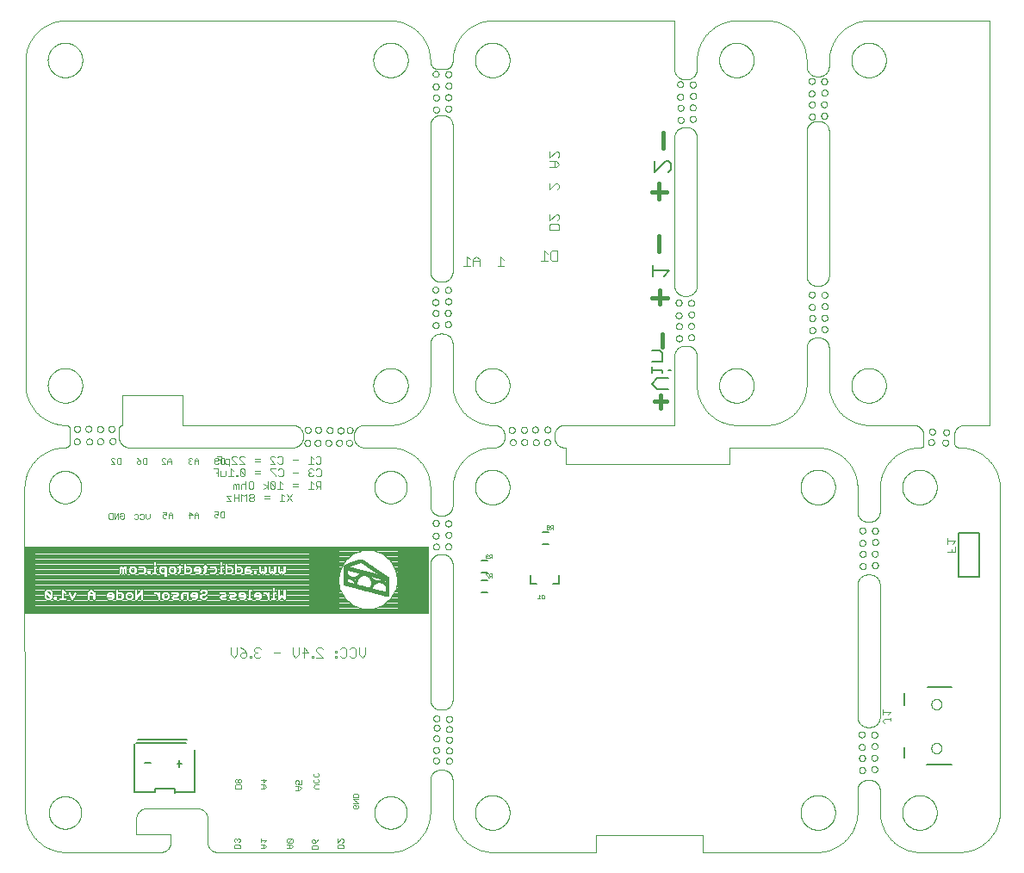
<source format=gbo>
G75*
%MOIN*%
%OFA0B0*%
%FSLAX25Y25*%
%IPPOS*%
%LPD*%
%AMOC8*
5,1,8,0,0,1.08239X$1,22.5*
%
%ADD10C,0.00000*%
%ADD11C,0.01575*%
%ADD12C,0.00600*%
%ADD13C,0.00300*%
%ADD14C,0.00200*%
%ADD15C,0.00400*%
%ADD16R,1.56693X0.01500*%
%ADD17R,0.04200X0.25100*%
%ADD18R,0.11200X0.25100*%
%ADD19R,0.12193X0.24000*%
%ADD20C,0.00800*%
%ADD21C,0.00100*%
%ADD22C,0.00500*%
%ADD23R,0.00080X0.00080*%
%ADD24R,0.00080X0.00080*%
%ADD25R,0.00080X0.00080*%
%ADD26R,0.00080X0.00080*%
D10*
X0017402Y0002763D02*
X0053993Y0002763D01*
X0054117Y0002765D01*
X0054240Y0002771D01*
X0054364Y0002780D01*
X0054486Y0002794D01*
X0054609Y0002811D01*
X0054731Y0002833D01*
X0054852Y0002858D01*
X0054972Y0002887D01*
X0055091Y0002919D01*
X0055210Y0002956D01*
X0055327Y0002996D01*
X0055442Y0003039D01*
X0055557Y0003087D01*
X0055669Y0003138D01*
X0055780Y0003192D01*
X0055890Y0003250D01*
X0055997Y0003311D01*
X0056103Y0003376D01*
X0056206Y0003444D01*
X0056307Y0003515D01*
X0056406Y0003589D01*
X0056503Y0003666D01*
X0056597Y0003747D01*
X0056688Y0003830D01*
X0056777Y0003916D01*
X0056863Y0004005D01*
X0056946Y0004096D01*
X0057027Y0004190D01*
X0057104Y0004287D01*
X0057178Y0004386D01*
X0057249Y0004487D01*
X0057317Y0004590D01*
X0057382Y0004696D01*
X0057443Y0004803D01*
X0057501Y0004913D01*
X0057555Y0005024D01*
X0057606Y0005136D01*
X0057654Y0005251D01*
X0057697Y0005366D01*
X0057737Y0005483D01*
X0057774Y0005602D01*
X0057806Y0005721D01*
X0057835Y0005841D01*
X0057860Y0005962D01*
X0057882Y0006084D01*
X0057899Y0006207D01*
X0057913Y0006329D01*
X0057922Y0006453D01*
X0057928Y0006576D01*
X0057930Y0006700D01*
X0057930Y0009603D01*
X0044607Y0009603D01*
X0044607Y0015798D01*
X0044609Y0015922D01*
X0044615Y0016045D01*
X0044624Y0016169D01*
X0044638Y0016291D01*
X0044655Y0016414D01*
X0044677Y0016536D01*
X0044702Y0016657D01*
X0044731Y0016777D01*
X0044763Y0016896D01*
X0044800Y0017015D01*
X0044840Y0017132D01*
X0044883Y0017247D01*
X0044931Y0017362D01*
X0044982Y0017474D01*
X0045036Y0017585D01*
X0045094Y0017695D01*
X0045155Y0017802D01*
X0045220Y0017908D01*
X0045288Y0018011D01*
X0045359Y0018112D01*
X0045433Y0018211D01*
X0045510Y0018308D01*
X0045591Y0018402D01*
X0045674Y0018493D01*
X0045760Y0018582D01*
X0045849Y0018668D01*
X0045940Y0018751D01*
X0046034Y0018832D01*
X0046131Y0018909D01*
X0046230Y0018983D01*
X0046331Y0019054D01*
X0046434Y0019122D01*
X0046540Y0019187D01*
X0046647Y0019248D01*
X0046757Y0019306D01*
X0046868Y0019360D01*
X0046980Y0019411D01*
X0047095Y0019459D01*
X0047210Y0019502D01*
X0047327Y0019542D01*
X0047446Y0019579D01*
X0047565Y0019611D01*
X0047685Y0019640D01*
X0047806Y0019665D01*
X0047928Y0019687D01*
X0048051Y0019704D01*
X0048173Y0019718D01*
X0048297Y0019727D01*
X0048420Y0019733D01*
X0048544Y0019735D01*
X0068229Y0019735D01*
X0068353Y0019733D01*
X0068476Y0019727D01*
X0068600Y0019718D01*
X0068722Y0019704D01*
X0068845Y0019687D01*
X0068967Y0019665D01*
X0069088Y0019640D01*
X0069208Y0019611D01*
X0069327Y0019579D01*
X0069446Y0019542D01*
X0069563Y0019502D01*
X0069678Y0019459D01*
X0069793Y0019411D01*
X0069905Y0019360D01*
X0070016Y0019306D01*
X0070126Y0019248D01*
X0070233Y0019187D01*
X0070339Y0019122D01*
X0070442Y0019054D01*
X0070543Y0018983D01*
X0070642Y0018909D01*
X0070739Y0018832D01*
X0070833Y0018751D01*
X0070924Y0018668D01*
X0071013Y0018582D01*
X0071099Y0018493D01*
X0071182Y0018402D01*
X0071263Y0018308D01*
X0071340Y0018211D01*
X0071414Y0018112D01*
X0071485Y0018011D01*
X0071553Y0017908D01*
X0071618Y0017802D01*
X0071679Y0017695D01*
X0071737Y0017585D01*
X0071791Y0017474D01*
X0071842Y0017362D01*
X0071890Y0017247D01*
X0071933Y0017132D01*
X0071973Y0017015D01*
X0072010Y0016896D01*
X0072042Y0016777D01*
X0072071Y0016657D01*
X0072096Y0016536D01*
X0072118Y0016414D01*
X0072135Y0016291D01*
X0072149Y0016169D01*
X0072158Y0016045D01*
X0072164Y0015922D01*
X0072166Y0015798D01*
X0072166Y0006700D01*
X0072168Y0006576D01*
X0072174Y0006453D01*
X0072183Y0006329D01*
X0072197Y0006207D01*
X0072214Y0006084D01*
X0072236Y0005962D01*
X0072261Y0005841D01*
X0072290Y0005721D01*
X0072322Y0005602D01*
X0072359Y0005483D01*
X0072399Y0005366D01*
X0072442Y0005251D01*
X0072490Y0005136D01*
X0072541Y0005024D01*
X0072595Y0004913D01*
X0072653Y0004803D01*
X0072714Y0004696D01*
X0072779Y0004590D01*
X0072847Y0004487D01*
X0072918Y0004386D01*
X0072992Y0004287D01*
X0073069Y0004190D01*
X0073150Y0004096D01*
X0073233Y0004005D01*
X0073319Y0003916D01*
X0073408Y0003830D01*
X0073499Y0003747D01*
X0073593Y0003666D01*
X0073690Y0003589D01*
X0073789Y0003515D01*
X0073890Y0003444D01*
X0073993Y0003376D01*
X0074099Y0003311D01*
X0074206Y0003250D01*
X0074316Y0003192D01*
X0074427Y0003138D01*
X0074539Y0003087D01*
X0074654Y0003039D01*
X0074769Y0002996D01*
X0074886Y0002956D01*
X0075005Y0002919D01*
X0075124Y0002887D01*
X0075244Y0002858D01*
X0075365Y0002833D01*
X0075487Y0002811D01*
X0075610Y0002794D01*
X0075732Y0002780D01*
X0075856Y0002771D01*
X0075979Y0002765D01*
X0076103Y0002763D01*
X0142639Y0002763D01*
X0136733Y0018117D02*
X0136735Y0018275D01*
X0136741Y0018433D01*
X0136751Y0018591D01*
X0136765Y0018749D01*
X0136783Y0018906D01*
X0136804Y0019063D01*
X0136830Y0019219D01*
X0136860Y0019375D01*
X0136893Y0019530D01*
X0136931Y0019683D01*
X0136972Y0019836D01*
X0137017Y0019988D01*
X0137066Y0020139D01*
X0137119Y0020288D01*
X0137175Y0020436D01*
X0137235Y0020582D01*
X0137299Y0020727D01*
X0137367Y0020870D01*
X0137438Y0021012D01*
X0137512Y0021152D01*
X0137590Y0021289D01*
X0137672Y0021425D01*
X0137756Y0021559D01*
X0137845Y0021690D01*
X0137936Y0021819D01*
X0138031Y0021946D01*
X0138128Y0022071D01*
X0138229Y0022193D01*
X0138333Y0022312D01*
X0138440Y0022429D01*
X0138550Y0022543D01*
X0138663Y0022654D01*
X0138778Y0022763D01*
X0138896Y0022868D01*
X0139017Y0022970D01*
X0139140Y0023070D01*
X0139266Y0023166D01*
X0139394Y0023259D01*
X0139524Y0023349D01*
X0139657Y0023435D01*
X0139792Y0023519D01*
X0139928Y0023598D01*
X0140067Y0023675D01*
X0140208Y0023747D01*
X0140350Y0023817D01*
X0140494Y0023882D01*
X0140640Y0023944D01*
X0140787Y0024002D01*
X0140936Y0024057D01*
X0141086Y0024108D01*
X0141237Y0024155D01*
X0141389Y0024198D01*
X0141542Y0024237D01*
X0141697Y0024273D01*
X0141852Y0024304D01*
X0142008Y0024332D01*
X0142164Y0024356D01*
X0142321Y0024376D01*
X0142479Y0024392D01*
X0142636Y0024404D01*
X0142795Y0024412D01*
X0142953Y0024416D01*
X0143111Y0024416D01*
X0143269Y0024412D01*
X0143428Y0024404D01*
X0143585Y0024392D01*
X0143743Y0024376D01*
X0143900Y0024356D01*
X0144056Y0024332D01*
X0144212Y0024304D01*
X0144367Y0024273D01*
X0144522Y0024237D01*
X0144675Y0024198D01*
X0144827Y0024155D01*
X0144978Y0024108D01*
X0145128Y0024057D01*
X0145277Y0024002D01*
X0145424Y0023944D01*
X0145570Y0023882D01*
X0145714Y0023817D01*
X0145856Y0023747D01*
X0145997Y0023675D01*
X0146136Y0023598D01*
X0146272Y0023519D01*
X0146407Y0023435D01*
X0146540Y0023349D01*
X0146670Y0023259D01*
X0146798Y0023166D01*
X0146924Y0023070D01*
X0147047Y0022970D01*
X0147168Y0022868D01*
X0147286Y0022763D01*
X0147401Y0022654D01*
X0147514Y0022543D01*
X0147624Y0022429D01*
X0147731Y0022312D01*
X0147835Y0022193D01*
X0147936Y0022071D01*
X0148033Y0021946D01*
X0148128Y0021819D01*
X0148219Y0021690D01*
X0148308Y0021559D01*
X0148392Y0021425D01*
X0148474Y0021289D01*
X0148552Y0021152D01*
X0148626Y0021012D01*
X0148697Y0020870D01*
X0148765Y0020727D01*
X0148829Y0020582D01*
X0148889Y0020436D01*
X0148945Y0020288D01*
X0148998Y0020139D01*
X0149047Y0019988D01*
X0149092Y0019836D01*
X0149133Y0019683D01*
X0149171Y0019530D01*
X0149204Y0019375D01*
X0149234Y0019219D01*
X0149260Y0019063D01*
X0149281Y0018906D01*
X0149299Y0018749D01*
X0149313Y0018591D01*
X0149323Y0018433D01*
X0149329Y0018275D01*
X0149331Y0018117D01*
X0149329Y0017959D01*
X0149323Y0017801D01*
X0149313Y0017643D01*
X0149299Y0017485D01*
X0149281Y0017328D01*
X0149260Y0017171D01*
X0149234Y0017015D01*
X0149204Y0016859D01*
X0149171Y0016704D01*
X0149133Y0016551D01*
X0149092Y0016398D01*
X0149047Y0016246D01*
X0148998Y0016095D01*
X0148945Y0015946D01*
X0148889Y0015798D01*
X0148829Y0015652D01*
X0148765Y0015507D01*
X0148697Y0015364D01*
X0148626Y0015222D01*
X0148552Y0015082D01*
X0148474Y0014945D01*
X0148392Y0014809D01*
X0148308Y0014675D01*
X0148219Y0014544D01*
X0148128Y0014415D01*
X0148033Y0014288D01*
X0147936Y0014163D01*
X0147835Y0014041D01*
X0147731Y0013922D01*
X0147624Y0013805D01*
X0147514Y0013691D01*
X0147401Y0013580D01*
X0147286Y0013471D01*
X0147168Y0013366D01*
X0147047Y0013264D01*
X0146924Y0013164D01*
X0146798Y0013068D01*
X0146670Y0012975D01*
X0146540Y0012885D01*
X0146407Y0012799D01*
X0146272Y0012715D01*
X0146136Y0012636D01*
X0145997Y0012559D01*
X0145856Y0012487D01*
X0145714Y0012417D01*
X0145570Y0012352D01*
X0145424Y0012290D01*
X0145277Y0012232D01*
X0145128Y0012177D01*
X0144978Y0012126D01*
X0144827Y0012079D01*
X0144675Y0012036D01*
X0144522Y0011997D01*
X0144367Y0011961D01*
X0144212Y0011930D01*
X0144056Y0011902D01*
X0143900Y0011878D01*
X0143743Y0011858D01*
X0143585Y0011842D01*
X0143428Y0011830D01*
X0143269Y0011822D01*
X0143111Y0011818D01*
X0142953Y0011818D01*
X0142795Y0011822D01*
X0142636Y0011830D01*
X0142479Y0011842D01*
X0142321Y0011858D01*
X0142164Y0011878D01*
X0142008Y0011902D01*
X0141852Y0011930D01*
X0141697Y0011961D01*
X0141542Y0011997D01*
X0141389Y0012036D01*
X0141237Y0012079D01*
X0141086Y0012126D01*
X0140936Y0012177D01*
X0140787Y0012232D01*
X0140640Y0012290D01*
X0140494Y0012352D01*
X0140350Y0012417D01*
X0140208Y0012487D01*
X0140067Y0012559D01*
X0139928Y0012636D01*
X0139792Y0012715D01*
X0139657Y0012799D01*
X0139524Y0012885D01*
X0139394Y0012975D01*
X0139266Y0013068D01*
X0139140Y0013164D01*
X0139017Y0013264D01*
X0138896Y0013366D01*
X0138778Y0013471D01*
X0138663Y0013580D01*
X0138550Y0013691D01*
X0138440Y0013805D01*
X0138333Y0013922D01*
X0138229Y0014041D01*
X0138128Y0014163D01*
X0138031Y0014288D01*
X0137936Y0014415D01*
X0137845Y0014544D01*
X0137756Y0014675D01*
X0137672Y0014809D01*
X0137590Y0014945D01*
X0137512Y0015082D01*
X0137438Y0015222D01*
X0137367Y0015364D01*
X0137299Y0015507D01*
X0137235Y0015652D01*
X0137175Y0015798D01*
X0137119Y0015946D01*
X0137066Y0016095D01*
X0137017Y0016246D01*
X0136972Y0016398D01*
X0136931Y0016551D01*
X0136893Y0016704D01*
X0136860Y0016859D01*
X0136830Y0017015D01*
X0136804Y0017171D01*
X0136783Y0017328D01*
X0136765Y0017485D01*
X0136751Y0017643D01*
X0136741Y0017801D01*
X0136735Y0017959D01*
X0136733Y0018117D01*
X0142639Y0002763D02*
X0143020Y0002768D01*
X0143400Y0002781D01*
X0143780Y0002804D01*
X0144159Y0002837D01*
X0144537Y0002878D01*
X0144914Y0002928D01*
X0145290Y0002988D01*
X0145665Y0003056D01*
X0146037Y0003134D01*
X0146408Y0003221D01*
X0146776Y0003316D01*
X0147142Y0003421D01*
X0147505Y0003534D01*
X0147866Y0003656D01*
X0148223Y0003786D01*
X0148577Y0003926D01*
X0148928Y0004073D01*
X0149275Y0004230D01*
X0149618Y0004394D01*
X0149957Y0004567D01*
X0150292Y0004748D01*
X0150623Y0004937D01*
X0150948Y0005134D01*
X0151269Y0005338D01*
X0151585Y0005551D01*
X0151895Y0005771D01*
X0152201Y0005998D01*
X0152500Y0006233D01*
X0152794Y0006475D01*
X0153082Y0006723D01*
X0153364Y0006979D01*
X0153639Y0007242D01*
X0153908Y0007511D01*
X0154171Y0007786D01*
X0154427Y0008068D01*
X0154675Y0008356D01*
X0154917Y0008650D01*
X0155152Y0008949D01*
X0155379Y0009255D01*
X0155599Y0009565D01*
X0155812Y0009881D01*
X0156016Y0010202D01*
X0156213Y0010527D01*
X0156402Y0010858D01*
X0156583Y0011193D01*
X0156756Y0011532D01*
X0156920Y0011875D01*
X0157077Y0012222D01*
X0157224Y0012573D01*
X0157364Y0012927D01*
X0157494Y0013284D01*
X0157616Y0013645D01*
X0157729Y0014008D01*
X0157834Y0014374D01*
X0157929Y0014742D01*
X0158016Y0015113D01*
X0158094Y0015485D01*
X0158162Y0015860D01*
X0158222Y0016236D01*
X0158272Y0016613D01*
X0158313Y0016991D01*
X0158346Y0017370D01*
X0158369Y0017750D01*
X0158382Y0018130D01*
X0158387Y0018511D01*
X0158387Y0030716D01*
X0158389Y0030840D01*
X0158395Y0030963D01*
X0158404Y0031087D01*
X0158418Y0031209D01*
X0158435Y0031332D01*
X0158457Y0031454D01*
X0158482Y0031575D01*
X0158511Y0031695D01*
X0158543Y0031814D01*
X0158580Y0031933D01*
X0158620Y0032050D01*
X0158663Y0032165D01*
X0158711Y0032280D01*
X0158762Y0032392D01*
X0158816Y0032503D01*
X0158874Y0032613D01*
X0158935Y0032720D01*
X0159000Y0032826D01*
X0159068Y0032929D01*
X0159139Y0033030D01*
X0159213Y0033129D01*
X0159290Y0033226D01*
X0159371Y0033320D01*
X0159454Y0033411D01*
X0159540Y0033500D01*
X0159629Y0033586D01*
X0159720Y0033669D01*
X0159814Y0033750D01*
X0159911Y0033827D01*
X0160010Y0033901D01*
X0160111Y0033972D01*
X0160214Y0034040D01*
X0160320Y0034105D01*
X0160427Y0034166D01*
X0160537Y0034224D01*
X0160648Y0034278D01*
X0160760Y0034329D01*
X0160875Y0034377D01*
X0160990Y0034420D01*
X0161107Y0034460D01*
X0161226Y0034497D01*
X0161345Y0034529D01*
X0161465Y0034558D01*
X0161586Y0034583D01*
X0161708Y0034605D01*
X0161831Y0034622D01*
X0161953Y0034636D01*
X0162077Y0034645D01*
X0162200Y0034651D01*
X0162324Y0034653D01*
X0163111Y0034653D01*
X0163235Y0034651D01*
X0163358Y0034645D01*
X0163482Y0034636D01*
X0163604Y0034622D01*
X0163727Y0034605D01*
X0163849Y0034583D01*
X0163970Y0034558D01*
X0164090Y0034529D01*
X0164209Y0034497D01*
X0164328Y0034460D01*
X0164445Y0034420D01*
X0164560Y0034377D01*
X0164675Y0034329D01*
X0164787Y0034278D01*
X0164898Y0034224D01*
X0165008Y0034166D01*
X0165115Y0034105D01*
X0165221Y0034040D01*
X0165324Y0033972D01*
X0165425Y0033901D01*
X0165524Y0033827D01*
X0165621Y0033750D01*
X0165715Y0033669D01*
X0165806Y0033586D01*
X0165895Y0033500D01*
X0165981Y0033411D01*
X0166064Y0033320D01*
X0166145Y0033226D01*
X0166222Y0033129D01*
X0166296Y0033030D01*
X0166367Y0032929D01*
X0166435Y0032826D01*
X0166500Y0032720D01*
X0166561Y0032613D01*
X0166619Y0032503D01*
X0166673Y0032392D01*
X0166724Y0032280D01*
X0166772Y0032165D01*
X0166815Y0032050D01*
X0166855Y0031933D01*
X0166892Y0031814D01*
X0166924Y0031695D01*
X0166953Y0031575D01*
X0166978Y0031454D01*
X0167000Y0031332D01*
X0167017Y0031209D01*
X0167031Y0031087D01*
X0167040Y0030963D01*
X0167046Y0030840D01*
X0167048Y0030716D01*
X0167048Y0018511D01*
X0175709Y0018117D02*
X0175711Y0018281D01*
X0175717Y0018445D01*
X0175727Y0018609D01*
X0175741Y0018773D01*
X0175759Y0018936D01*
X0175781Y0019099D01*
X0175808Y0019261D01*
X0175838Y0019423D01*
X0175872Y0019583D01*
X0175910Y0019743D01*
X0175951Y0019902D01*
X0175997Y0020060D01*
X0176047Y0020216D01*
X0176100Y0020372D01*
X0176157Y0020526D01*
X0176218Y0020678D01*
X0176283Y0020829D01*
X0176352Y0020979D01*
X0176424Y0021126D01*
X0176499Y0021272D01*
X0176579Y0021416D01*
X0176661Y0021558D01*
X0176747Y0021698D01*
X0176837Y0021835D01*
X0176930Y0021971D01*
X0177026Y0022104D01*
X0177126Y0022235D01*
X0177228Y0022363D01*
X0177334Y0022489D01*
X0177443Y0022612D01*
X0177555Y0022732D01*
X0177669Y0022850D01*
X0177787Y0022964D01*
X0177907Y0023076D01*
X0178030Y0023185D01*
X0178156Y0023291D01*
X0178284Y0023393D01*
X0178415Y0023493D01*
X0178548Y0023589D01*
X0178684Y0023682D01*
X0178821Y0023772D01*
X0178961Y0023858D01*
X0179103Y0023940D01*
X0179247Y0024020D01*
X0179393Y0024095D01*
X0179540Y0024167D01*
X0179690Y0024236D01*
X0179841Y0024301D01*
X0179993Y0024362D01*
X0180147Y0024419D01*
X0180303Y0024472D01*
X0180459Y0024522D01*
X0180617Y0024568D01*
X0180776Y0024609D01*
X0180936Y0024647D01*
X0181096Y0024681D01*
X0181258Y0024711D01*
X0181420Y0024738D01*
X0181583Y0024760D01*
X0181746Y0024778D01*
X0181910Y0024792D01*
X0182074Y0024802D01*
X0182238Y0024808D01*
X0182402Y0024810D01*
X0182566Y0024808D01*
X0182730Y0024802D01*
X0182894Y0024792D01*
X0183058Y0024778D01*
X0183221Y0024760D01*
X0183384Y0024738D01*
X0183546Y0024711D01*
X0183708Y0024681D01*
X0183868Y0024647D01*
X0184028Y0024609D01*
X0184187Y0024568D01*
X0184345Y0024522D01*
X0184501Y0024472D01*
X0184657Y0024419D01*
X0184811Y0024362D01*
X0184963Y0024301D01*
X0185114Y0024236D01*
X0185264Y0024167D01*
X0185411Y0024095D01*
X0185557Y0024020D01*
X0185701Y0023940D01*
X0185843Y0023858D01*
X0185983Y0023772D01*
X0186120Y0023682D01*
X0186256Y0023589D01*
X0186389Y0023493D01*
X0186520Y0023393D01*
X0186648Y0023291D01*
X0186774Y0023185D01*
X0186897Y0023076D01*
X0187017Y0022964D01*
X0187135Y0022850D01*
X0187249Y0022732D01*
X0187361Y0022612D01*
X0187470Y0022489D01*
X0187576Y0022363D01*
X0187678Y0022235D01*
X0187778Y0022104D01*
X0187874Y0021971D01*
X0187967Y0021835D01*
X0188057Y0021698D01*
X0188143Y0021558D01*
X0188225Y0021416D01*
X0188305Y0021272D01*
X0188380Y0021126D01*
X0188452Y0020979D01*
X0188521Y0020829D01*
X0188586Y0020678D01*
X0188647Y0020526D01*
X0188704Y0020372D01*
X0188757Y0020216D01*
X0188807Y0020060D01*
X0188853Y0019902D01*
X0188894Y0019743D01*
X0188932Y0019583D01*
X0188966Y0019423D01*
X0188996Y0019261D01*
X0189023Y0019099D01*
X0189045Y0018936D01*
X0189063Y0018773D01*
X0189077Y0018609D01*
X0189087Y0018445D01*
X0189093Y0018281D01*
X0189095Y0018117D01*
X0189093Y0017953D01*
X0189087Y0017789D01*
X0189077Y0017625D01*
X0189063Y0017461D01*
X0189045Y0017298D01*
X0189023Y0017135D01*
X0188996Y0016973D01*
X0188966Y0016811D01*
X0188932Y0016651D01*
X0188894Y0016491D01*
X0188853Y0016332D01*
X0188807Y0016174D01*
X0188757Y0016018D01*
X0188704Y0015862D01*
X0188647Y0015708D01*
X0188586Y0015556D01*
X0188521Y0015405D01*
X0188452Y0015255D01*
X0188380Y0015108D01*
X0188305Y0014962D01*
X0188225Y0014818D01*
X0188143Y0014676D01*
X0188057Y0014536D01*
X0187967Y0014399D01*
X0187874Y0014263D01*
X0187778Y0014130D01*
X0187678Y0013999D01*
X0187576Y0013871D01*
X0187470Y0013745D01*
X0187361Y0013622D01*
X0187249Y0013502D01*
X0187135Y0013384D01*
X0187017Y0013270D01*
X0186897Y0013158D01*
X0186774Y0013049D01*
X0186648Y0012943D01*
X0186520Y0012841D01*
X0186389Y0012741D01*
X0186256Y0012645D01*
X0186120Y0012552D01*
X0185983Y0012462D01*
X0185843Y0012376D01*
X0185701Y0012294D01*
X0185557Y0012214D01*
X0185411Y0012139D01*
X0185264Y0012067D01*
X0185114Y0011998D01*
X0184963Y0011933D01*
X0184811Y0011872D01*
X0184657Y0011815D01*
X0184501Y0011762D01*
X0184345Y0011712D01*
X0184187Y0011666D01*
X0184028Y0011625D01*
X0183868Y0011587D01*
X0183708Y0011553D01*
X0183546Y0011523D01*
X0183384Y0011496D01*
X0183221Y0011474D01*
X0183058Y0011456D01*
X0182894Y0011442D01*
X0182730Y0011432D01*
X0182566Y0011426D01*
X0182402Y0011424D01*
X0182238Y0011426D01*
X0182074Y0011432D01*
X0181910Y0011442D01*
X0181746Y0011456D01*
X0181583Y0011474D01*
X0181420Y0011496D01*
X0181258Y0011523D01*
X0181096Y0011553D01*
X0180936Y0011587D01*
X0180776Y0011625D01*
X0180617Y0011666D01*
X0180459Y0011712D01*
X0180303Y0011762D01*
X0180147Y0011815D01*
X0179993Y0011872D01*
X0179841Y0011933D01*
X0179690Y0011998D01*
X0179540Y0012067D01*
X0179393Y0012139D01*
X0179247Y0012214D01*
X0179103Y0012294D01*
X0178961Y0012376D01*
X0178821Y0012462D01*
X0178684Y0012552D01*
X0178548Y0012645D01*
X0178415Y0012741D01*
X0178284Y0012841D01*
X0178156Y0012943D01*
X0178030Y0013049D01*
X0177907Y0013158D01*
X0177787Y0013270D01*
X0177669Y0013384D01*
X0177555Y0013502D01*
X0177443Y0013622D01*
X0177334Y0013745D01*
X0177228Y0013871D01*
X0177126Y0013999D01*
X0177026Y0014130D01*
X0176930Y0014263D01*
X0176837Y0014399D01*
X0176747Y0014536D01*
X0176661Y0014676D01*
X0176579Y0014818D01*
X0176499Y0014962D01*
X0176424Y0015108D01*
X0176352Y0015255D01*
X0176283Y0015405D01*
X0176218Y0015556D01*
X0176157Y0015708D01*
X0176100Y0015862D01*
X0176047Y0016018D01*
X0175997Y0016174D01*
X0175951Y0016332D01*
X0175910Y0016491D01*
X0175872Y0016651D01*
X0175838Y0016811D01*
X0175808Y0016973D01*
X0175781Y0017135D01*
X0175759Y0017298D01*
X0175741Y0017461D01*
X0175727Y0017625D01*
X0175717Y0017789D01*
X0175711Y0017953D01*
X0175709Y0018117D01*
X0167048Y0018511D02*
X0167053Y0018130D01*
X0167066Y0017750D01*
X0167089Y0017370D01*
X0167122Y0016991D01*
X0167163Y0016613D01*
X0167213Y0016236D01*
X0167273Y0015860D01*
X0167341Y0015485D01*
X0167419Y0015113D01*
X0167506Y0014742D01*
X0167601Y0014374D01*
X0167706Y0014008D01*
X0167819Y0013645D01*
X0167941Y0013284D01*
X0168071Y0012927D01*
X0168211Y0012573D01*
X0168358Y0012222D01*
X0168515Y0011875D01*
X0168679Y0011532D01*
X0168852Y0011193D01*
X0169033Y0010858D01*
X0169222Y0010527D01*
X0169419Y0010202D01*
X0169623Y0009881D01*
X0169836Y0009565D01*
X0170056Y0009255D01*
X0170283Y0008949D01*
X0170518Y0008650D01*
X0170760Y0008356D01*
X0171008Y0008068D01*
X0171264Y0007786D01*
X0171527Y0007511D01*
X0171796Y0007242D01*
X0172071Y0006979D01*
X0172353Y0006723D01*
X0172641Y0006475D01*
X0172935Y0006233D01*
X0173234Y0005998D01*
X0173540Y0005771D01*
X0173850Y0005551D01*
X0174166Y0005338D01*
X0174487Y0005134D01*
X0174812Y0004937D01*
X0175143Y0004748D01*
X0175478Y0004567D01*
X0175817Y0004394D01*
X0176160Y0004230D01*
X0176507Y0004073D01*
X0176858Y0003926D01*
X0177212Y0003786D01*
X0177569Y0003656D01*
X0177930Y0003534D01*
X0178293Y0003421D01*
X0178659Y0003316D01*
X0179027Y0003221D01*
X0179398Y0003134D01*
X0179770Y0003056D01*
X0180145Y0002988D01*
X0180521Y0002928D01*
X0180898Y0002878D01*
X0181276Y0002837D01*
X0181655Y0002804D01*
X0182035Y0002781D01*
X0182415Y0002768D01*
X0182796Y0002763D01*
X0222599Y0002802D01*
X0222599Y0009298D01*
X0263741Y0009259D01*
X0263741Y0002763D01*
X0307993Y0002763D01*
X0301694Y0018117D02*
X0301696Y0018281D01*
X0301702Y0018445D01*
X0301712Y0018609D01*
X0301726Y0018773D01*
X0301744Y0018936D01*
X0301766Y0019099D01*
X0301793Y0019261D01*
X0301823Y0019423D01*
X0301857Y0019583D01*
X0301895Y0019743D01*
X0301936Y0019902D01*
X0301982Y0020060D01*
X0302032Y0020216D01*
X0302085Y0020372D01*
X0302142Y0020526D01*
X0302203Y0020678D01*
X0302268Y0020829D01*
X0302337Y0020979D01*
X0302409Y0021126D01*
X0302484Y0021272D01*
X0302564Y0021416D01*
X0302646Y0021558D01*
X0302732Y0021698D01*
X0302822Y0021835D01*
X0302915Y0021971D01*
X0303011Y0022104D01*
X0303111Y0022235D01*
X0303213Y0022363D01*
X0303319Y0022489D01*
X0303428Y0022612D01*
X0303540Y0022732D01*
X0303654Y0022850D01*
X0303772Y0022964D01*
X0303892Y0023076D01*
X0304015Y0023185D01*
X0304141Y0023291D01*
X0304269Y0023393D01*
X0304400Y0023493D01*
X0304533Y0023589D01*
X0304669Y0023682D01*
X0304806Y0023772D01*
X0304946Y0023858D01*
X0305088Y0023940D01*
X0305232Y0024020D01*
X0305378Y0024095D01*
X0305525Y0024167D01*
X0305675Y0024236D01*
X0305826Y0024301D01*
X0305978Y0024362D01*
X0306132Y0024419D01*
X0306288Y0024472D01*
X0306444Y0024522D01*
X0306602Y0024568D01*
X0306761Y0024609D01*
X0306921Y0024647D01*
X0307081Y0024681D01*
X0307243Y0024711D01*
X0307405Y0024738D01*
X0307568Y0024760D01*
X0307731Y0024778D01*
X0307895Y0024792D01*
X0308059Y0024802D01*
X0308223Y0024808D01*
X0308387Y0024810D01*
X0308551Y0024808D01*
X0308715Y0024802D01*
X0308879Y0024792D01*
X0309043Y0024778D01*
X0309206Y0024760D01*
X0309369Y0024738D01*
X0309531Y0024711D01*
X0309693Y0024681D01*
X0309853Y0024647D01*
X0310013Y0024609D01*
X0310172Y0024568D01*
X0310330Y0024522D01*
X0310486Y0024472D01*
X0310642Y0024419D01*
X0310796Y0024362D01*
X0310948Y0024301D01*
X0311099Y0024236D01*
X0311249Y0024167D01*
X0311396Y0024095D01*
X0311542Y0024020D01*
X0311686Y0023940D01*
X0311828Y0023858D01*
X0311968Y0023772D01*
X0312105Y0023682D01*
X0312241Y0023589D01*
X0312374Y0023493D01*
X0312505Y0023393D01*
X0312633Y0023291D01*
X0312759Y0023185D01*
X0312882Y0023076D01*
X0313002Y0022964D01*
X0313120Y0022850D01*
X0313234Y0022732D01*
X0313346Y0022612D01*
X0313455Y0022489D01*
X0313561Y0022363D01*
X0313663Y0022235D01*
X0313763Y0022104D01*
X0313859Y0021971D01*
X0313952Y0021835D01*
X0314042Y0021698D01*
X0314128Y0021558D01*
X0314210Y0021416D01*
X0314290Y0021272D01*
X0314365Y0021126D01*
X0314437Y0020979D01*
X0314506Y0020829D01*
X0314571Y0020678D01*
X0314632Y0020526D01*
X0314689Y0020372D01*
X0314742Y0020216D01*
X0314792Y0020060D01*
X0314838Y0019902D01*
X0314879Y0019743D01*
X0314917Y0019583D01*
X0314951Y0019423D01*
X0314981Y0019261D01*
X0315008Y0019099D01*
X0315030Y0018936D01*
X0315048Y0018773D01*
X0315062Y0018609D01*
X0315072Y0018445D01*
X0315078Y0018281D01*
X0315080Y0018117D01*
X0315078Y0017953D01*
X0315072Y0017789D01*
X0315062Y0017625D01*
X0315048Y0017461D01*
X0315030Y0017298D01*
X0315008Y0017135D01*
X0314981Y0016973D01*
X0314951Y0016811D01*
X0314917Y0016651D01*
X0314879Y0016491D01*
X0314838Y0016332D01*
X0314792Y0016174D01*
X0314742Y0016018D01*
X0314689Y0015862D01*
X0314632Y0015708D01*
X0314571Y0015556D01*
X0314506Y0015405D01*
X0314437Y0015255D01*
X0314365Y0015108D01*
X0314290Y0014962D01*
X0314210Y0014818D01*
X0314128Y0014676D01*
X0314042Y0014536D01*
X0313952Y0014399D01*
X0313859Y0014263D01*
X0313763Y0014130D01*
X0313663Y0013999D01*
X0313561Y0013871D01*
X0313455Y0013745D01*
X0313346Y0013622D01*
X0313234Y0013502D01*
X0313120Y0013384D01*
X0313002Y0013270D01*
X0312882Y0013158D01*
X0312759Y0013049D01*
X0312633Y0012943D01*
X0312505Y0012841D01*
X0312374Y0012741D01*
X0312241Y0012645D01*
X0312105Y0012552D01*
X0311968Y0012462D01*
X0311828Y0012376D01*
X0311686Y0012294D01*
X0311542Y0012214D01*
X0311396Y0012139D01*
X0311249Y0012067D01*
X0311099Y0011998D01*
X0310948Y0011933D01*
X0310796Y0011872D01*
X0310642Y0011815D01*
X0310486Y0011762D01*
X0310330Y0011712D01*
X0310172Y0011666D01*
X0310013Y0011625D01*
X0309853Y0011587D01*
X0309693Y0011553D01*
X0309531Y0011523D01*
X0309369Y0011496D01*
X0309206Y0011474D01*
X0309043Y0011456D01*
X0308879Y0011442D01*
X0308715Y0011432D01*
X0308551Y0011426D01*
X0308387Y0011424D01*
X0308223Y0011426D01*
X0308059Y0011432D01*
X0307895Y0011442D01*
X0307731Y0011456D01*
X0307568Y0011474D01*
X0307405Y0011496D01*
X0307243Y0011523D01*
X0307081Y0011553D01*
X0306921Y0011587D01*
X0306761Y0011625D01*
X0306602Y0011666D01*
X0306444Y0011712D01*
X0306288Y0011762D01*
X0306132Y0011815D01*
X0305978Y0011872D01*
X0305826Y0011933D01*
X0305675Y0011998D01*
X0305525Y0012067D01*
X0305378Y0012139D01*
X0305232Y0012214D01*
X0305088Y0012294D01*
X0304946Y0012376D01*
X0304806Y0012462D01*
X0304669Y0012552D01*
X0304533Y0012645D01*
X0304400Y0012741D01*
X0304269Y0012841D01*
X0304141Y0012943D01*
X0304015Y0013049D01*
X0303892Y0013158D01*
X0303772Y0013270D01*
X0303654Y0013384D01*
X0303540Y0013502D01*
X0303428Y0013622D01*
X0303319Y0013745D01*
X0303213Y0013871D01*
X0303111Y0013999D01*
X0303011Y0014130D01*
X0302915Y0014263D01*
X0302822Y0014399D01*
X0302732Y0014536D01*
X0302646Y0014676D01*
X0302564Y0014818D01*
X0302484Y0014962D01*
X0302409Y0015108D01*
X0302337Y0015255D01*
X0302268Y0015405D01*
X0302203Y0015556D01*
X0302142Y0015708D01*
X0302085Y0015862D01*
X0302032Y0016018D01*
X0301982Y0016174D01*
X0301936Y0016332D01*
X0301895Y0016491D01*
X0301857Y0016651D01*
X0301823Y0016811D01*
X0301793Y0016973D01*
X0301766Y0017135D01*
X0301744Y0017298D01*
X0301726Y0017461D01*
X0301712Y0017625D01*
X0301702Y0017789D01*
X0301696Y0017953D01*
X0301694Y0018117D01*
X0307993Y0002763D02*
X0308374Y0002768D01*
X0308754Y0002781D01*
X0309134Y0002804D01*
X0309513Y0002837D01*
X0309891Y0002878D01*
X0310268Y0002928D01*
X0310644Y0002988D01*
X0311019Y0003056D01*
X0311391Y0003134D01*
X0311762Y0003221D01*
X0312130Y0003316D01*
X0312496Y0003421D01*
X0312859Y0003534D01*
X0313220Y0003656D01*
X0313577Y0003786D01*
X0313931Y0003926D01*
X0314282Y0004073D01*
X0314629Y0004230D01*
X0314972Y0004394D01*
X0315311Y0004567D01*
X0315646Y0004748D01*
X0315977Y0004937D01*
X0316302Y0005134D01*
X0316623Y0005338D01*
X0316939Y0005551D01*
X0317249Y0005771D01*
X0317555Y0005998D01*
X0317854Y0006233D01*
X0318148Y0006475D01*
X0318436Y0006723D01*
X0318718Y0006979D01*
X0318993Y0007242D01*
X0319262Y0007511D01*
X0319525Y0007786D01*
X0319781Y0008068D01*
X0320029Y0008356D01*
X0320271Y0008650D01*
X0320506Y0008949D01*
X0320733Y0009255D01*
X0320953Y0009565D01*
X0321166Y0009881D01*
X0321370Y0010202D01*
X0321567Y0010527D01*
X0321756Y0010858D01*
X0321937Y0011193D01*
X0322110Y0011532D01*
X0322274Y0011875D01*
X0322431Y0012222D01*
X0322578Y0012573D01*
X0322718Y0012927D01*
X0322848Y0013284D01*
X0322970Y0013645D01*
X0323083Y0014008D01*
X0323188Y0014374D01*
X0323283Y0014742D01*
X0323370Y0015113D01*
X0323448Y0015485D01*
X0323516Y0015860D01*
X0323576Y0016236D01*
X0323626Y0016613D01*
X0323667Y0016991D01*
X0323700Y0017370D01*
X0323723Y0017750D01*
X0323736Y0018130D01*
X0323741Y0018511D01*
X0323741Y0026779D01*
X0323743Y0026903D01*
X0323749Y0027026D01*
X0323758Y0027150D01*
X0323772Y0027272D01*
X0323789Y0027395D01*
X0323811Y0027517D01*
X0323836Y0027638D01*
X0323865Y0027758D01*
X0323897Y0027877D01*
X0323934Y0027996D01*
X0323974Y0028113D01*
X0324017Y0028228D01*
X0324065Y0028343D01*
X0324116Y0028455D01*
X0324170Y0028566D01*
X0324228Y0028676D01*
X0324289Y0028783D01*
X0324354Y0028889D01*
X0324422Y0028992D01*
X0324493Y0029093D01*
X0324567Y0029192D01*
X0324644Y0029289D01*
X0324725Y0029383D01*
X0324808Y0029474D01*
X0324894Y0029563D01*
X0324983Y0029649D01*
X0325074Y0029732D01*
X0325168Y0029813D01*
X0325265Y0029890D01*
X0325364Y0029964D01*
X0325465Y0030035D01*
X0325568Y0030103D01*
X0325674Y0030168D01*
X0325781Y0030229D01*
X0325891Y0030287D01*
X0326002Y0030341D01*
X0326114Y0030392D01*
X0326229Y0030440D01*
X0326344Y0030483D01*
X0326461Y0030523D01*
X0326580Y0030560D01*
X0326699Y0030592D01*
X0326819Y0030621D01*
X0326940Y0030646D01*
X0327062Y0030668D01*
X0327185Y0030685D01*
X0327307Y0030699D01*
X0327431Y0030708D01*
X0327554Y0030714D01*
X0327678Y0030716D01*
X0328465Y0030716D01*
X0328589Y0030714D01*
X0328712Y0030708D01*
X0328836Y0030699D01*
X0328958Y0030685D01*
X0329081Y0030668D01*
X0329203Y0030646D01*
X0329324Y0030621D01*
X0329444Y0030592D01*
X0329563Y0030560D01*
X0329682Y0030523D01*
X0329799Y0030483D01*
X0329914Y0030440D01*
X0330029Y0030392D01*
X0330141Y0030341D01*
X0330252Y0030287D01*
X0330362Y0030229D01*
X0330469Y0030168D01*
X0330575Y0030103D01*
X0330678Y0030035D01*
X0330779Y0029964D01*
X0330878Y0029890D01*
X0330975Y0029813D01*
X0331069Y0029732D01*
X0331160Y0029649D01*
X0331249Y0029563D01*
X0331335Y0029474D01*
X0331418Y0029383D01*
X0331499Y0029289D01*
X0331576Y0029192D01*
X0331650Y0029093D01*
X0331721Y0028992D01*
X0331789Y0028889D01*
X0331854Y0028783D01*
X0331915Y0028676D01*
X0331973Y0028566D01*
X0332027Y0028455D01*
X0332078Y0028343D01*
X0332126Y0028228D01*
X0332169Y0028113D01*
X0332209Y0027996D01*
X0332246Y0027877D01*
X0332278Y0027758D01*
X0332307Y0027638D01*
X0332332Y0027517D01*
X0332354Y0027395D01*
X0332371Y0027272D01*
X0332385Y0027150D01*
X0332394Y0027026D01*
X0332400Y0026903D01*
X0332402Y0026779D01*
X0332402Y0018511D01*
X0341064Y0018117D02*
X0341066Y0018281D01*
X0341072Y0018445D01*
X0341082Y0018609D01*
X0341096Y0018773D01*
X0341114Y0018936D01*
X0341136Y0019099D01*
X0341163Y0019261D01*
X0341193Y0019423D01*
X0341227Y0019583D01*
X0341265Y0019743D01*
X0341306Y0019902D01*
X0341352Y0020060D01*
X0341402Y0020216D01*
X0341455Y0020372D01*
X0341512Y0020526D01*
X0341573Y0020678D01*
X0341638Y0020829D01*
X0341707Y0020979D01*
X0341779Y0021126D01*
X0341854Y0021272D01*
X0341934Y0021416D01*
X0342016Y0021558D01*
X0342102Y0021698D01*
X0342192Y0021835D01*
X0342285Y0021971D01*
X0342381Y0022104D01*
X0342481Y0022235D01*
X0342583Y0022363D01*
X0342689Y0022489D01*
X0342798Y0022612D01*
X0342910Y0022732D01*
X0343024Y0022850D01*
X0343142Y0022964D01*
X0343262Y0023076D01*
X0343385Y0023185D01*
X0343511Y0023291D01*
X0343639Y0023393D01*
X0343770Y0023493D01*
X0343903Y0023589D01*
X0344039Y0023682D01*
X0344176Y0023772D01*
X0344316Y0023858D01*
X0344458Y0023940D01*
X0344602Y0024020D01*
X0344748Y0024095D01*
X0344895Y0024167D01*
X0345045Y0024236D01*
X0345196Y0024301D01*
X0345348Y0024362D01*
X0345502Y0024419D01*
X0345658Y0024472D01*
X0345814Y0024522D01*
X0345972Y0024568D01*
X0346131Y0024609D01*
X0346291Y0024647D01*
X0346451Y0024681D01*
X0346613Y0024711D01*
X0346775Y0024738D01*
X0346938Y0024760D01*
X0347101Y0024778D01*
X0347265Y0024792D01*
X0347429Y0024802D01*
X0347593Y0024808D01*
X0347757Y0024810D01*
X0347921Y0024808D01*
X0348085Y0024802D01*
X0348249Y0024792D01*
X0348413Y0024778D01*
X0348576Y0024760D01*
X0348739Y0024738D01*
X0348901Y0024711D01*
X0349063Y0024681D01*
X0349223Y0024647D01*
X0349383Y0024609D01*
X0349542Y0024568D01*
X0349700Y0024522D01*
X0349856Y0024472D01*
X0350012Y0024419D01*
X0350166Y0024362D01*
X0350318Y0024301D01*
X0350469Y0024236D01*
X0350619Y0024167D01*
X0350766Y0024095D01*
X0350912Y0024020D01*
X0351056Y0023940D01*
X0351198Y0023858D01*
X0351338Y0023772D01*
X0351475Y0023682D01*
X0351611Y0023589D01*
X0351744Y0023493D01*
X0351875Y0023393D01*
X0352003Y0023291D01*
X0352129Y0023185D01*
X0352252Y0023076D01*
X0352372Y0022964D01*
X0352490Y0022850D01*
X0352604Y0022732D01*
X0352716Y0022612D01*
X0352825Y0022489D01*
X0352931Y0022363D01*
X0353033Y0022235D01*
X0353133Y0022104D01*
X0353229Y0021971D01*
X0353322Y0021835D01*
X0353412Y0021698D01*
X0353498Y0021558D01*
X0353580Y0021416D01*
X0353660Y0021272D01*
X0353735Y0021126D01*
X0353807Y0020979D01*
X0353876Y0020829D01*
X0353941Y0020678D01*
X0354002Y0020526D01*
X0354059Y0020372D01*
X0354112Y0020216D01*
X0354162Y0020060D01*
X0354208Y0019902D01*
X0354249Y0019743D01*
X0354287Y0019583D01*
X0354321Y0019423D01*
X0354351Y0019261D01*
X0354378Y0019099D01*
X0354400Y0018936D01*
X0354418Y0018773D01*
X0354432Y0018609D01*
X0354442Y0018445D01*
X0354448Y0018281D01*
X0354450Y0018117D01*
X0354448Y0017953D01*
X0354442Y0017789D01*
X0354432Y0017625D01*
X0354418Y0017461D01*
X0354400Y0017298D01*
X0354378Y0017135D01*
X0354351Y0016973D01*
X0354321Y0016811D01*
X0354287Y0016651D01*
X0354249Y0016491D01*
X0354208Y0016332D01*
X0354162Y0016174D01*
X0354112Y0016018D01*
X0354059Y0015862D01*
X0354002Y0015708D01*
X0353941Y0015556D01*
X0353876Y0015405D01*
X0353807Y0015255D01*
X0353735Y0015108D01*
X0353660Y0014962D01*
X0353580Y0014818D01*
X0353498Y0014676D01*
X0353412Y0014536D01*
X0353322Y0014399D01*
X0353229Y0014263D01*
X0353133Y0014130D01*
X0353033Y0013999D01*
X0352931Y0013871D01*
X0352825Y0013745D01*
X0352716Y0013622D01*
X0352604Y0013502D01*
X0352490Y0013384D01*
X0352372Y0013270D01*
X0352252Y0013158D01*
X0352129Y0013049D01*
X0352003Y0012943D01*
X0351875Y0012841D01*
X0351744Y0012741D01*
X0351611Y0012645D01*
X0351475Y0012552D01*
X0351338Y0012462D01*
X0351198Y0012376D01*
X0351056Y0012294D01*
X0350912Y0012214D01*
X0350766Y0012139D01*
X0350619Y0012067D01*
X0350469Y0011998D01*
X0350318Y0011933D01*
X0350166Y0011872D01*
X0350012Y0011815D01*
X0349856Y0011762D01*
X0349700Y0011712D01*
X0349542Y0011666D01*
X0349383Y0011625D01*
X0349223Y0011587D01*
X0349063Y0011553D01*
X0348901Y0011523D01*
X0348739Y0011496D01*
X0348576Y0011474D01*
X0348413Y0011456D01*
X0348249Y0011442D01*
X0348085Y0011432D01*
X0347921Y0011426D01*
X0347757Y0011424D01*
X0347593Y0011426D01*
X0347429Y0011432D01*
X0347265Y0011442D01*
X0347101Y0011456D01*
X0346938Y0011474D01*
X0346775Y0011496D01*
X0346613Y0011523D01*
X0346451Y0011553D01*
X0346291Y0011587D01*
X0346131Y0011625D01*
X0345972Y0011666D01*
X0345814Y0011712D01*
X0345658Y0011762D01*
X0345502Y0011815D01*
X0345348Y0011872D01*
X0345196Y0011933D01*
X0345045Y0011998D01*
X0344895Y0012067D01*
X0344748Y0012139D01*
X0344602Y0012214D01*
X0344458Y0012294D01*
X0344316Y0012376D01*
X0344176Y0012462D01*
X0344039Y0012552D01*
X0343903Y0012645D01*
X0343770Y0012741D01*
X0343639Y0012841D01*
X0343511Y0012943D01*
X0343385Y0013049D01*
X0343262Y0013158D01*
X0343142Y0013270D01*
X0343024Y0013384D01*
X0342910Y0013502D01*
X0342798Y0013622D01*
X0342689Y0013745D01*
X0342583Y0013871D01*
X0342481Y0013999D01*
X0342381Y0014130D01*
X0342285Y0014263D01*
X0342192Y0014399D01*
X0342102Y0014536D01*
X0342016Y0014676D01*
X0341934Y0014818D01*
X0341854Y0014962D01*
X0341779Y0015108D01*
X0341707Y0015255D01*
X0341638Y0015405D01*
X0341573Y0015556D01*
X0341512Y0015708D01*
X0341455Y0015862D01*
X0341402Y0016018D01*
X0341352Y0016174D01*
X0341306Y0016332D01*
X0341265Y0016491D01*
X0341227Y0016651D01*
X0341193Y0016811D01*
X0341163Y0016973D01*
X0341136Y0017135D01*
X0341114Y0017298D01*
X0341096Y0017461D01*
X0341082Y0017625D01*
X0341072Y0017789D01*
X0341066Y0017953D01*
X0341064Y0018117D01*
X0332402Y0018511D02*
X0332407Y0018130D01*
X0332420Y0017750D01*
X0332443Y0017370D01*
X0332476Y0016991D01*
X0332517Y0016613D01*
X0332567Y0016236D01*
X0332627Y0015860D01*
X0332695Y0015485D01*
X0332773Y0015113D01*
X0332860Y0014742D01*
X0332955Y0014374D01*
X0333060Y0014008D01*
X0333173Y0013645D01*
X0333295Y0013284D01*
X0333425Y0012927D01*
X0333565Y0012573D01*
X0333712Y0012222D01*
X0333869Y0011875D01*
X0334033Y0011532D01*
X0334206Y0011193D01*
X0334387Y0010858D01*
X0334576Y0010527D01*
X0334773Y0010202D01*
X0334977Y0009881D01*
X0335190Y0009565D01*
X0335410Y0009255D01*
X0335637Y0008949D01*
X0335872Y0008650D01*
X0336114Y0008356D01*
X0336362Y0008068D01*
X0336618Y0007786D01*
X0336881Y0007511D01*
X0337150Y0007242D01*
X0337425Y0006979D01*
X0337707Y0006723D01*
X0337995Y0006475D01*
X0338289Y0006233D01*
X0338588Y0005998D01*
X0338894Y0005771D01*
X0339204Y0005551D01*
X0339520Y0005338D01*
X0339841Y0005134D01*
X0340166Y0004937D01*
X0340497Y0004748D01*
X0340832Y0004567D01*
X0341171Y0004394D01*
X0341514Y0004230D01*
X0341861Y0004073D01*
X0342212Y0003926D01*
X0342566Y0003786D01*
X0342923Y0003656D01*
X0343284Y0003534D01*
X0343647Y0003421D01*
X0344013Y0003316D01*
X0344381Y0003221D01*
X0344752Y0003134D01*
X0345124Y0003056D01*
X0345499Y0002988D01*
X0345875Y0002928D01*
X0346252Y0002878D01*
X0346630Y0002837D01*
X0347009Y0002804D01*
X0347389Y0002781D01*
X0347769Y0002768D01*
X0348150Y0002763D01*
X0363111Y0002763D01*
X0363492Y0002768D01*
X0363872Y0002781D01*
X0364252Y0002804D01*
X0364631Y0002837D01*
X0365009Y0002878D01*
X0365386Y0002928D01*
X0365762Y0002988D01*
X0366137Y0003056D01*
X0366509Y0003134D01*
X0366880Y0003221D01*
X0367248Y0003316D01*
X0367614Y0003421D01*
X0367977Y0003534D01*
X0368338Y0003656D01*
X0368695Y0003786D01*
X0369049Y0003926D01*
X0369400Y0004073D01*
X0369747Y0004230D01*
X0370090Y0004394D01*
X0370429Y0004567D01*
X0370764Y0004748D01*
X0371095Y0004937D01*
X0371420Y0005134D01*
X0371741Y0005338D01*
X0372057Y0005551D01*
X0372367Y0005771D01*
X0372673Y0005998D01*
X0372972Y0006233D01*
X0373266Y0006475D01*
X0373554Y0006723D01*
X0373836Y0006979D01*
X0374111Y0007242D01*
X0374380Y0007511D01*
X0374643Y0007786D01*
X0374899Y0008068D01*
X0375147Y0008356D01*
X0375389Y0008650D01*
X0375624Y0008949D01*
X0375851Y0009255D01*
X0376071Y0009565D01*
X0376284Y0009881D01*
X0376488Y0010202D01*
X0376685Y0010527D01*
X0376874Y0010858D01*
X0377055Y0011193D01*
X0377228Y0011532D01*
X0377392Y0011875D01*
X0377549Y0012222D01*
X0377696Y0012573D01*
X0377836Y0012927D01*
X0377966Y0013284D01*
X0378088Y0013645D01*
X0378201Y0014008D01*
X0378306Y0014374D01*
X0378401Y0014742D01*
X0378488Y0015113D01*
X0378566Y0015485D01*
X0378634Y0015860D01*
X0378694Y0016236D01*
X0378744Y0016613D01*
X0378785Y0016991D01*
X0378818Y0017370D01*
X0378841Y0017750D01*
X0378854Y0018130D01*
X0378859Y0018511D01*
X0378859Y0143708D01*
X0378854Y0144089D01*
X0378841Y0144469D01*
X0378818Y0144849D01*
X0378785Y0145228D01*
X0378744Y0145606D01*
X0378694Y0145983D01*
X0378634Y0146359D01*
X0378566Y0146734D01*
X0378488Y0147106D01*
X0378401Y0147477D01*
X0378306Y0147845D01*
X0378201Y0148211D01*
X0378088Y0148574D01*
X0377966Y0148935D01*
X0377836Y0149292D01*
X0377696Y0149646D01*
X0377549Y0149997D01*
X0377392Y0150344D01*
X0377228Y0150687D01*
X0377055Y0151026D01*
X0376874Y0151361D01*
X0376685Y0151692D01*
X0376488Y0152017D01*
X0376284Y0152338D01*
X0376071Y0152654D01*
X0375851Y0152964D01*
X0375624Y0153270D01*
X0375389Y0153569D01*
X0375147Y0153863D01*
X0374899Y0154151D01*
X0374643Y0154433D01*
X0374380Y0154708D01*
X0374111Y0154977D01*
X0373836Y0155240D01*
X0373554Y0155496D01*
X0373266Y0155744D01*
X0372972Y0155986D01*
X0372673Y0156221D01*
X0372367Y0156448D01*
X0372057Y0156668D01*
X0371741Y0156881D01*
X0371420Y0157085D01*
X0371095Y0157282D01*
X0370764Y0157471D01*
X0370429Y0157652D01*
X0370090Y0157825D01*
X0369747Y0157989D01*
X0369400Y0158146D01*
X0369049Y0158293D01*
X0368695Y0158433D01*
X0368338Y0158563D01*
X0367977Y0158685D01*
X0367614Y0158798D01*
X0367248Y0158903D01*
X0366880Y0158998D01*
X0366509Y0159085D01*
X0366137Y0159163D01*
X0365762Y0159231D01*
X0365386Y0159291D01*
X0365009Y0159341D01*
X0364631Y0159382D01*
X0364252Y0159415D01*
X0363872Y0159438D01*
X0363492Y0159451D01*
X0363111Y0159456D01*
X0363111Y0159455D02*
X0363025Y0159457D01*
X0362939Y0159462D01*
X0362854Y0159472D01*
X0362769Y0159485D01*
X0362685Y0159502D01*
X0362601Y0159522D01*
X0362519Y0159546D01*
X0362438Y0159574D01*
X0362357Y0159605D01*
X0362279Y0159639D01*
X0362202Y0159677D01*
X0362127Y0159719D01*
X0362053Y0159763D01*
X0361982Y0159811D01*
X0361912Y0159862D01*
X0361845Y0159916D01*
X0361781Y0159972D01*
X0361719Y0160032D01*
X0361659Y0160094D01*
X0361603Y0160158D01*
X0361549Y0160225D01*
X0361498Y0160295D01*
X0361450Y0160366D01*
X0361406Y0160440D01*
X0361364Y0160515D01*
X0361326Y0160592D01*
X0361292Y0160670D01*
X0361261Y0160751D01*
X0361233Y0160832D01*
X0361209Y0160914D01*
X0361189Y0160998D01*
X0361172Y0161082D01*
X0361159Y0161167D01*
X0361149Y0161252D01*
X0361144Y0161338D01*
X0361142Y0161424D01*
X0361143Y0161424D02*
X0361143Y0164180D01*
X0356930Y0165361D02*
X0356932Y0165430D01*
X0356938Y0165498D01*
X0356948Y0165566D01*
X0356962Y0165633D01*
X0356980Y0165700D01*
X0357001Y0165765D01*
X0357027Y0165829D01*
X0357056Y0165891D01*
X0357088Y0165951D01*
X0357124Y0166010D01*
X0357164Y0166066D01*
X0357206Y0166120D01*
X0357252Y0166171D01*
X0357301Y0166220D01*
X0357352Y0166266D01*
X0357406Y0166308D01*
X0357462Y0166348D01*
X0357520Y0166384D01*
X0357581Y0166416D01*
X0357643Y0166445D01*
X0357707Y0166471D01*
X0357772Y0166492D01*
X0357839Y0166510D01*
X0357906Y0166524D01*
X0357974Y0166534D01*
X0358042Y0166540D01*
X0358111Y0166542D01*
X0358180Y0166540D01*
X0358248Y0166534D01*
X0358316Y0166524D01*
X0358383Y0166510D01*
X0358450Y0166492D01*
X0358515Y0166471D01*
X0358579Y0166445D01*
X0358641Y0166416D01*
X0358701Y0166384D01*
X0358760Y0166348D01*
X0358816Y0166308D01*
X0358870Y0166266D01*
X0358921Y0166220D01*
X0358970Y0166171D01*
X0359016Y0166120D01*
X0359058Y0166066D01*
X0359098Y0166010D01*
X0359134Y0165951D01*
X0359166Y0165891D01*
X0359195Y0165829D01*
X0359221Y0165765D01*
X0359242Y0165700D01*
X0359260Y0165633D01*
X0359274Y0165566D01*
X0359284Y0165498D01*
X0359290Y0165430D01*
X0359292Y0165361D01*
X0359290Y0165292D01*
X0359284Y0165224D01*
X0359274Y0165156D01*
X0359260Y0165089D01*
X0359242Y0165022D01*
X0359221Y0164957D01*
X0359195Y0164893D01*
X0359166Y0164831D01*
X0359134Y0164770D01*
X0359098Y0164712D01*
X0359058Y0164656D01*
X0359016Y0164602D01*
X0358970Y0164551D01*
X0358921Y0164502D01*
X0358870Y0164456D01*
X0358816Y0164414D01*
X0358760Y0164374D01*
X0358702Y0164338D01*
X0358641Y0164306D01*
X0358579Y0164277D01*
X0358515Y0164251D01*
X0358450Y0164230D01*
X0358383Y0164212D01*
X0358316Y0164198D01*
X0358248Y0164188D01*
X0358180Y0164182D01*
X0358111Y0164180D01*
X0358042Y0164182D01*
X0357974Y0164188D01*
X0357906Y0164198D01*
X0357839Y0164212D01*
X0357772Y0164230D01*
X0357707Y0164251D01*
X0357643Y0164277D01*
X0357581Y0164306D01*
X0357520Y0164338D01*
X0357462Y0164374D01*
X0357406Y0164414D01*
X0357352Y0164456D01*
X0357301Y0164502D01*
X0357252Y0164551D01*
X0357206Y0164602D01*
X0357164Y0164656D01*
X0357124Y0164712D01*
X0357088Y0164770D01*
X0357056Y0164831D01*
X0357027Y0164893D01*
X0357001Y0164957D01*
X0356980Y0165022D01*
X0356962Y0165089D01*
X0356948Y0165156D01*
X0356938Y0165224D01*
X0356932Y0165292D01*
X0356930Y0165361D01*
X0356576Y0161346D02*
X0356578Y0161415D01*
X0356584Y0161483D01*
X0356594Y0161551D01*
X0356608Y0161618D01*
X0356626Y0161685D01*
X0356647Y0161750D01*
X0356673Y0161814D01*
X0356702Y0161876D01*
X0356734Y0161936D01*
X0356770Y0161995D01*
X0356810Y0162051D01*
X0356852Y0162105D01*
X0356898Y0162156D01*
X0356947Y0162205D01*
X0356998Y0162251D01*
X0357052Y0162293D01*
X0357108Y0162333D01*
X0357166Y0162369D01*
X0357227Y0162401D01*
X0357289Y0162430D01*
X0357353Y0162456D01*
X0357418Y0162477D01*
X0357485Y0162495D01*
X0357552Y0162509D01*
X0357620Y0162519D01*
X0357688Y0162525D01*
X0357757Y0162527D01*
X0357826Y0162525D01*
X0357894Y0162519D01*
X0357962Y0162509D01*
X0358029Y0162495D01*
X0358096Y0162477D01*
X0358161Y0162456D01*
X0358225Y0162430D01*
X0358287Y0162401D01*
X0358347Y0162369D01*
X0358406Y0162333D01*
X0358462Y0162293D01*
X0358516Y0162251D01*
X0358567Y0162205D01*
X0358616Y0162156D01*
X0358662Y0162105D01*
X0358704Y0162051D01*
X0358744Y0161995D01*
X0358780Y0161936D01*
X0358812Y0161876D01*
X0358841Y0161814D01*
X0358867Y0161750D01*
X0358888Y0161685D01*
X0358906Y0161618D01*
X0358920Y0161551D01*
X0358930Y0161483D01*
X0358936Y0161415D01*
X0358938Y0161346D01*
X0358936Y0161277D01*
X0358930Y0161209D01*
X0358920Y0161141D01*
X0358906Y0161074D01*
X0358888Y0161007D01*
X0358867Y0160942D01*
X0358841Y0160878D01*
X0358812Y0160816D01*
X0358780Y0160755D01*
X0358744Y0160697D01*
X0358704Y0160641D01*
X0358662Y0160587D01*
X0358616Y0160536D01*
X0358567Y0160487D01*
X0358516Y0160441D01*
X0358462Y0160399D01*
X0358406Y0160359D01*
X0358348Y0160323D01*
X0358287Y0160291D01*
X0358225Y0160262D01*
X0358161Y0160236D01*
X0358096Y0160215D01*
X0358029Y0160197D01*
X0357962Y0160183D01*
X0357894Y0160173D01*
X0357826Y0160167D01*
X0357757Y0160165D01*
X0357688Y0160167D01*
X0357620Y0160173D01*
X0357552Y0160183D01*
X0357485Y0160197D01*
X0357418Y0160215D01*
X0357353Y0160236D01*
X0357289Y0160262D01*
X0357227Y0160291D01*
X0357166Y0160323D01*
X0357108Y0160359D01*
X0357052Y0160399D01*
X0356998Y0160441D01*
X0356947Y0160487D01*
X0356898Y0160536D01*
X0356852Y0160587D01*
X0356810Y0160641D01*
X0356770Y0160697D01*
X0356734Y0160755D01*
X0356702Y0160816D01*
X0356673Y0160878D01*
X0356647Y0160942D01*
X0356626Y0161007D01*
X0356608Y0161074D01*
X0356594Y0161141D01*
X0356584Y0161209D01*
X0356578Y0161277D01*
X0356576Y0161346D01*
X0351064Y0161503D02*
X0351066Y0161572D01*
X0351072Y0161640D01*
X0351082Y0161708D01*
X0351096Y0161775D01*
X0351114Y0161842D01*
X0351135Y0161907D01*
X0351161Y0161971D01*
X0351190Y0162033D01*
X0351222Y0162093D01*
X0351258Y0162152D01*
X0351298Y0162208D01*
X0351340Y0162262D01*
X0351386Y0162313D01*
X0351435Y0162362D01*
X0351486Y0162408D01*
X0351540Y0162450D01*
X0351596Y0162490D01*
X0351654Y0162526D01*
X0351715Y0162558D01*
X0351777Y0162587D01*
X0351841Y0162613D01*
X0351906Y0162634D01*
X0351973Y0162652D01*
X0352040Y0162666D01*
X0352108Y0162676D01*
X0352176Y0162682D01*
X0352245Y0162684D01*
X0352314Y0162682D01*
X0352382Y0162676D01*
X0352450Y0162666D01*
X0352517Y0162652D01*
X0352584Y0162634D01*
X0352649Y0162613D01*
X0352713Y0162587D01*
X0352775Y0162558D01*
X0352835Y0162526D01*
X0352894Y0162490D01*
X0352950Y0162450D01*
X0353004Y0162408D01*
X0353055Y0162362D01*
X0353104Y0162313D01*
X0353150Y0162262D01*
X0353192Y0162208D01*
X0353232Y0162152D01*
X0353268Y0162093D01*
X0353300Y0162033D01*
X0353329Y0161971D01*
X0353355Y0161907D01*
X0353376Y0161842D01*
X0353394Y0161775D01*
X0353408Y0161708D01*
X0353418Y0161640D01*
X0353424Y0161572D01*
X0353426Y0161503D01*
X0353424Y0161434D01*
X0353418Y0161366D01*
X0353408Y0161298D01*
X0353394Y0161231D01*
X0353376Y0161164D01*
X0353355Y0161099D01*
X0353329Y0161035D01*
X0353300Y0160973D01*
X0353268Y0160912D01*
X0353232Y0160854D01*
X0353192Y0160798D01*
X0353150Y0160744D01*
X0353104Y0160693D01*
X0353055Y0160644D01*
X0353004Y0160598D01*
X0352950Y0160556D01*
X0352894Y0160516D01*
X0352836Y0160480D01*
X0352775Y0160448D01*
X0352713Y0160419D01*
X0352649Y0160393D01*
X0352584Y0160372D01*
X0352517Y0160354D01*
X0352450Y0160340D01*
X0352382Y0160330D01*
X0352314Y0160324D01*
X0352245Y0160322D01*
X0352176Y0160324D01*
X0352108Y0160330D01*
X0352040Y0160340D01*
X0351973Y0160354D01*
X0351906Y0160372D01*
X0351841Y0160393D01*
X0351777Y0160419D01*
X0351715Y0160448D01*
X0351654Y0160480D01*
X0351596Y0160516D01*
X0351540Y0160556D01*
X0351486Y0160598D01*
X0351435Y0160644D01*
X0351386Y0160693D01*
X0351340Y0160744D01*
X0351298Y0160798D01*
X0351258Y0160854D01*
X0351222Y0160912D01*
X0351190Y0160973D01*
X0351161Y0161035D01*
X0351135Y0161099D01*
X0351114Y0161164D01*
X0351096Y0161231D01*
X0351082Y0161298D01*
X0351072Y0161366D01*
X0351066Y0161434D01*
X0351064Y0161503D01*
X0349331Y0160637D02*
X0349331Y0164180D01*
X0351418Y0165598D02*
X0351420Y0165667D01*
X0351426Y0165735D01*
X0351436Y0165803D01*
X0351450Y0165870D01*
X0351468Y0165937D01*
X0351489Y0166002D01*
X0351515Y0166066D01*
X0351544Y0166128D01*
X0351576Y0166188D01*
X0351612Y0166247D01*
X0351652Y0166303D01*
X0351694Y0166357D01*
X0351740Y0166408D01*
X0351789Y0166457D01*
X0351840Y0166503D01*
X0351894Y0166545D01*
X0351950Y0166585D01*
X0352008Y0166621D01*
X0352069Y0166653D01*
X0352131Y0166682D01*
X0352195Y0166708D01*
X0352260Y0166729D01*
X0352327Y0166747D01*
X0352394Y0166761D01*
X0352462Y0166771D01*
X0352530Y0166777D01*
X0352599Y0166779D01*
X0352668Y0166777D01*
X0352736Y0166771D01*
X0352804Y0166761D01*
X0352871Y0166747D01*
X0352938Y0166729D01*
X0353003Y0166708D01*
X0353067Y0166682D01*
X0353129Y0166653D01*
X0353189Y0166621D01*
X0353248Y0166585D01*
X0353304Y0166545D01*
X0353358Y0166503D01*
X0353409Y0166457D01*
X0353458Y0166408D01*
X0353504Y0166357D01*
X0353546Y0166303D01*
X0353586Y0166247D01*
X0353622Y0166188D01*
X0353654Y0166128D01*
X0353683Y0166066D01*
X0353709Y0166002D01*
X0353730Y0165937D01*
X0353748Y0165870D01*
X0353762Y0165803D01*
X0353772Y0165735D01*
X0353778Y0165667D01*
X0353780Y0165598D01*
X0353778Y0165529D01*
X0353772Y0165461D01*
X0353762Y0165393D01*
X0353748Y0165326D01*
X0353730Y0165259D01*
X0353709Y0165194D01*
X0353683Y0165130D01*
X0353654Y0165068D01*
X0353622Y0165007D01*
X0353586Y0164949D01*
X0353546Y0164893D01*
X0353504Y0164839D01*
X0353458Y0164788D01*
X0353409Y0164739D01*
X0353358Y0164693D01*
X0353304Y0164651D01*
X0353248Y0164611D01*
X0353190Y0164575D01*
X0353129Y0164543D01*
X0353067Y0164514D01*
X0353003Y0164488D01*
X0352938Y0164467D01*
X0352871Y0164449D01*
X0352804Y0164435D01*
X0352736Y0164425D01*
X0352668Y0164419D01*
X0352599Y0164417D01*
X0352530Y0164419D01*
X0352462Y0164425D01*
X0352394Y0164435D01*
X0352327Y0164449D01*
X0352260Y0164467D01*
X0352195Y0164488D01*
X0352131Y0164514D01*
X0352069Y0164543D01*
X0352008Y0164575D01*
X0351950Y0164611D01*
X0351894Y0164651D01*
X0351840Y0164693D01*
X0351789Y0164739D01*
X0351740Y0164788D01*
X0351694Y0164839D01*
X0351652Y0164893D01*
X0351612Y0164949D01*
X0351576Y0165007D01*
X0351544Y0165068D01*
X0351515Y0165130D01*
X0351489Y0165194D01*
X0351468Y0165259D01*
X0351450Y0165326D01*
X0351436Y0165393D01*
X0351426Y0165461D01*
X0351420Y0165529D01*
X0351418Y0165598D01*
X0349331Y0160637D02*
X0349329Y0160571D01*
X0349324Y0160505D01*
X0349314Y0160439D01*
X0349301Y0160374D01*
X0349285Y0160310D01*
X0349265Y0160247D01*
X0349241Y0160185D01*
X0349214Y0160125D01*
X0349184Y0160066D01*
X0349150Y0160009D01*
X0349113Y0159954D01*
X0349073Y0159901D01*
X0349031Y0159850D01*
X0348985Y0159802D01*
X0348937Y0159756D01*
X0348886Y0159714D01*
X0348833Y0159674D01*
X0348778Y0159637D01*
X0348721Y0159603D01*
X0348662Y0159573D01*
X0348602Y0159546D01*
X0348540Y0159522D01*
X0348477Y0159502D01*
X0348413Y0159486D01*
X0348348Y0159473D01*
X0348282Y0159463D01*
X0348216Y0159458D01*
X0348150Y0159456D01*
X0349331Y0164180D02*
X0349329Y0164304D01*
X0349323Y0164427D01*
X0349314Y0164551D01*
X0349300Y0164673D01*
X0349283Y0164796D01*
X0349261Y0164918D01*
X0349236Y0165039D01*
X0349207Y0165159D01*
X0349175Y0165278D01*
X0349138Y0165397D01*
X0349098Y0165514D01*
X0349055Y0165629D01*
X0349007Y0165744D01*
X0348956Y0165856D01*
X0348902Y0165967D01*
X0348844Y0166077D01*
X0348783Y0166184D01*
X0348718Y0166290D01*
X0348650Y0166393D01*
X0348579Y0166494D01*
X0348505Y0166593D01*
X0348428Y0166690D01*
X0348347Y0166784D01*
X0348264Y0166875D01*
X0348178Y0166964D01*
X0348089Y0167050D01*
X0347998Y0167133D01*
X0347904Y0167214D01*
X0347807Y0167291D01*
X0347708Y0167365D01*
X0347607Y0167436D01*
X0347504Y0167504D01*
X0347398Y0167569D01*
X0347291Y0167630D01*
X0347181Y0167688D01*
X0347070Y0167742D01*
X0346958Y0167793D01*
X0346843Y0167841D01*
X0346728Y0167884D01*
X0346611Y0167924D01*
X0346492Y0167961D01*
X0346373Y0167993D01*
X0346253Y0168022D01*
X0346132Y0168047D01*
X0346010Y0168069D01*
X0345887Y0168086D01*
X0345765Y0168100D01*
X0345641Y0168109D01*
X0345518Y0168115D01*
X0345394Y0168117D01*
X0328465Y0168117D01*
X0321379Y0183472D02*
X0321381Y0183636D01*
X0321387Y0183800D01*
X0321397Y0183964D01*
X0321411Y0184128D01*
X0321429Y0184291D01*
X0321451Y0184454D01*
X0321478Y0184616D01*
X0321508Y0184778D01*
X0321542Y0184938D01*
X0321580Y0185098D01*
X0321621Y0185257D01*
X0321667Y0185415D01*
X0321717Y0185571D01*
X0321770Y0185727D01*
X0321827Y0185881D01*
X0321888Y0186033D01*
X0321953Y0186184D01*
X0322022Y0186334D01*
X0322094Y0186481D01*
X0322169Y0186627D01*
X0322249Y0186771D01*
X0322331Y0186913D01*
X0322417Y0187053D01*
X0322507Y0187190D01*
X0322600Y0187326D01*
X0322696Y0187459D01*
X0322796Y0187590D01*
X0322898Y0187718D01*
X0323004Y0187844D01*
X0323113Y0187967D01*
X0323225Y0188087D01*
X0323339Y0188205D01*
X0323457Y0188319D01*
X0323577Y0188431D01*
X0323700Y0188540D01*
X0323826Y0188646D01*
X0323954Y0188748D01*
X0324085Y0188848D01*
X0324218Y0188944D01*
X0324354Y0189037D01*
X0324491Y0189127D01*
X0324631Y0189213D01*
X0324773Y0189295D01*
X0324917Y0189375D01*
X0325063Y0189450D01*
X0325210Y0189522D01*
X0325360Y0189591D01*
X0325511Y0189656D01*
X0325663Y0189717D01*
X0325817Y0189774D01*
X0325973Y0189827D01*
X0326129Y0189877D01*
X0326287Y0189923D01*
X0326446Y0189964D01*
X0326606Y0190002D01*
X0326766Y0190036D01*
X0326928Y0190066D01*
X0327090Y0190093D01*
X0327253Y0190115D01*
X0327416Y0190133D01*
X0327580Y0190147D01*
X0327744Y0190157D01*
X0327908Y0190163D01*
X0328072Y0190165D01*
X0328236Y0190163D01*
X0328400Y0190157D01*
X0328564Y0190147D01*
X0328728Y0190133D01*
X0328891Y0190115D01*
X0329054Y0190093D01*
X0329216Y0190066D01*
X0329378Y0190036D01*
X0329538Y0190002D01*
X0329698Y0189964D01*
X0329857Y0189923D01*
X0330015Y0189877D01*
X0330171Y0189827D01*
X0330327Y0189774D01*
X0330481Y0189717D01*
X0330633Y0189656D01*
X0330784Y0189591D01*
X0330934Y0189522D01*
X0331081Y0189450D01*
X0331227Y0189375D01*
X0331371Y0189295D01*
X0331513Y0189213D01*
X0331653Y0189127D01*
X0331790Y0189037D01*
X0331926Y0188944D01*
X0332059Y0188848D01*
X0332190Y0188748D01*
X0332318Y0188646D01*
X0332444Y0188540D01*
X0332567Y0188431D01*
X0332687Y0188319D01*
X0332805Y0188205D01*
X0332919Y0188087D01*
X0333031Y0187967D01*
X0333140Y0187844D01*
X0333246Y0187718D01*
X0333348Y0187590D01*
X0333448Y0187459D01*
X0333544Y0187326D01*
X0333637Y0187190D01*
X0333727Y0187053D01*
X0333813Y0186913D01*
X0333895Y0186771D01*
X0333975Y0186627D01*
X0334050Y0186481D01*
X0334122Y0186334D01*
X0334191Y0186184D01*
X0334256Y0186033D01*
X0334317Y0185881D01*
X0334374Y0185727D01*
X0334427Y0185571D01*
X0334477Y0185415D01*
X0334523Y0185257D01*
X0334564Y0185098D01*
X0334602Y0184938D01*
X0334636Y0184778D01*
X0334666Y0184616D01*
X0334693Y0184454D01*
X0334715Y0184291D01*
X0334733Y0184128D01*
X0334747Y0183964D01*
X0334757Y0183800D01*
X0334763Y0183636D01*
X0334765Y0183472D01*
X0334763Y0183308D01*
X0334757Y0183144D01*
X0334747Y0182980D01*
X0334733Y0182816D01*
X0334715Y0182653D01*
X0334693Y0182490D01*
X0334666Y0182328D01*
X0334636Y0182166D01*
X0334602Y0182006D01*
X0334564Y0181846D01*
X0334523Y0181687D01*
X0334477Y0181529D01*
X0334427Y0181373D01*
X0334374Y0181217D01*
X0334317Y0181063D01*
X0334256Y0180911D01*
X0334191Y0180760D01*
X0334122Y0180610D01*
X0334050Y0180463D01*
X0333975Y0180317D01*
X0333895Y0180173D01*
X0333813Y0180031D01*
X0333727Y0179891D01*
X0333637Y0179754D01*
X0333544Y0179618D01*
X0333448Y0179485D01*
X0333348Y0179354D01*
X0333246Y0179226D01*
X0333140Y0179100D01*
X0333031Y0178977D01*
X0332919Y0178857D01*
X0332805Y0178739D01*
X0332687Y0178625D01*
X0332567Y0178513D01*
X0332444Y0178404D01*
X0332318Y0178298D01*
X0332190Y0178196D01*
X0332059Y0178096D01*
X0331926Y0178000D01*
X0331790Y0177907D01*
X0331653Y0177817D01*
X0331513Y0177731D01*
X0331371Y0177649D01*
X0331227Y0177569D01*
X0331081Y0177494D01*
X0330934Y0177422D01*
X0330784Y0177353D01*
X0330633Y0177288D01*
X0330481Y0177227D01*
X0330327Y0177170D01*
X0330171Y0177117D01*
X0330015Y0177067D01*
X0329857Y0177021D01*
X0329698Y0176980D01*
X0329538Y0176942D01*
X0329378Y0176908D01*
X0329216Y0176878D01*
X0329054Y0176851D01*
X0328891Y0176829D01*
X0328728Y0176811D01*
X0328564Y0176797D01*
X0328400Y0176787D01*
X0328236Y0176781D01*
X0328072Y0176779D01*
X0327908Y0176781D01*
X0327744Y0176787D01*
X0327580Y0176797D01*
X0327416Y0176811D01*
X0327253Y0176829D01*
X0327090Y0176851D01*
X0326928Y0176878D01*
X0326766Y0176908D01*
X0326606Y0176942D01*
X0326446Y0176980D01*
X0326287Y0177021D01*
X0326129Y0177067D01*
X0325973Y0177117D01*
X0325817Y0177170D01*
X0325663Y0177227D01*
X0325511Y0177288D01*
X0325360Y0177353D01*
X0325210Y0177422D01*
X0325063Y0177494D01*
X0324917Y0177569D01*
X0324773Y0177649D01*
X0324631Y0177731D01*
X0324491Y0177817D01*
X0324354Y0177907D01*
X0324218Y0178000D01*
X0324085Y0178096D01*
X0323954Y0178196D01*
X0323826Y0178298D01*
X0323700Y0178404D01*
X0323577Y0178513D01*
X0323457Y0178625D01*
X0323339Y0178739D01*
X0323225Y0178857D01*
X0323113Y0178977D01*
X0323004Y0179100D01*
X0322898Y0179226D01*
X0322796Y0179354D01*
X0322696Y0179485D01*
X0322600Y0179618D01*
X0322507Y0179754D01*
X0322417Y0179891D01*
X0322331Y0180031D01*
X0322249Y0180173D01*
X0322169Y0180317D01*
X0322094Y0180463D01*
X0322022Y0180610D01*
X0321953Y0180760D01*
X0321888Y0180911D01*
X0321827Y0181063D01*
X0321770Y0181217D01*
X0321717Y0181373D01*
X0321667Y0181529D01*
X0321621Y0181687D01*
X0321580Y0181846D01*
X0321542Y0182006D01*
X0321508Y0182166D01*
X0321478Y0182328D01*
X0321451Y0182490D01*
X0321429Y0182653D01*
X0321411Y0182816D01*
X0321397Y0182980D01*
X0321387Y0183144D01*
X0321381Y0183308D01*
X0321379Y0183472D01*
X0312717Y0183865D02*
X0312722Y0183484D01*
X0312735Y0183104D01*
X0312758Y0182724D01*
X0312791Y0182345D01*
X0312832Y0181967D01*
X0312882Y0181590D01*
X0312942Y0181214D01*
X0313010Y0180839D01*
X0313088Y0180467D01*
X0313175Y0180096D01*
X0313270Y0179728D01*
X0313375Y0179362D01*
X0313488Y0178999D01*
X0313610Y0178638D01*
X0313740Y0178281D01*
X0313880Y0177927D01*
X0314027Y0177576D01*
X0314184Y0177229D01*
X0314348Y0176886D01*
X0314521Y0176547D01*
X0314702Y0176212D01*
X0314891Y0175881D01*
X0315088Y0175556D01*
X0315292Y0175235D01*
X0315505Y0174919D01*
X0315725Y0174609D01*
X0315952Y0174303D01*
X0316187Y0174004D01*
X0316429Y0173710D01*
X0316677Y0173422D01*
X0316933Y0173140D01*
X0317196Y0172865D01*
X0317465Y0172596D01*
X0317740Y0172333D01*
X0318022Y0172077D01*
X0318310Y0171829D01*
X0318604Y0171587D01*
X0318903Y0171352D01*
X0319209Y0171125D01*
X0319519Y0170905D01*
X0319835Y0170692D01*
X0320156Y0170488D01*
X0320481Y0170291D01*
X0320812Y0170102D01*
X0321147Y0169921D01*
X0321486Y0169748D01*
X0321829Y0169584D01*
X0322176Y0169427D01*
X0322527Y0169280D01*
X0322881Y0169140D01*
X0323238Y0169010D01*
X0323599Y0168888D01*
X0323962Y0168775D01*
X0324328Y0168670D01*
X0324696Y0168575D01*
X0325067Y0168488D01*
X0325439Y0168410D01*
X0325814Y0168342D01*
X0326190Y0168282D01*
X0326567Y0168232D01*
X0326945Y0168191D01*
X0327324Y0168158D01*
X0327704Y0168135D01*
X0328084Y0168122D01*
X0328465Y0168117D01*
X0307993Y0159456D02*
X0274056Y0159456D01*
X0274056Y0153078D01*
X0210946Y0153078D01*
X0210946Y0159456D01*
X0210355Y0159456D01*
X0210231Y0159458D01*
X0210108Y0159464D01*
X0209984Y0159473D01*
X0209862Y0159487D01*
X0209739Y0159504D01*
X0209617Y0159526D01*
X0209496Y0159551D01*
X0209376Y0159580D01*
X0209257Y0159612D01*
X0209138Y0159649D01*
X0209021Y0159689D01*
X0208906Y0159732D01*
X0208791Y0159780D01*
X0208679Y0159831D01*
X0208568Y0159885D01*
X0208458Y0159943D01*
X0208351Y0160004D01*
X0208245Y0160069D01*
X0208142Y0160137D01*
X0208041Y0160208D01*
X0207942Y0160282D01*
X0207845Y0160359D01*
X0207751Y0160440D01*
X0207660Y0160523D01*
X0207571Y0160609D01*
X0207485Y0160698D01*
X0207402Y0160789D01*
X0207321Y0160883D01*
X0207244Y0160980D01*
X0207170Y0161079D01*
X0207099Y0161180D01*
X0207031Y0161283D01*
X0206966Y0161389D01*
X0206905Y0161496D01*
X0206847Y0161606D01*
X0206793Y0161717D01*
X0206742Y0161829D01*
X0206694Y0161944D01*
X0206651Y0162059D01*
X0206611Y0162176D01*
X0206574Y0162295D01*
X0206542Y0162414D01*
X0206513Y0162534D01*
X0206488Y0162655D01*
X0206466Y0162777D01*
X0206449Y0162900D01*
X0206435Y0163022D01*
X0206426Y0163146D01*
X0206420Y0163269D01*
X0206418Y0163393D01*
X0206418Y0164180D01*
X0202599Y0166385D02*
X0202601Y0166454D01*
X0202607Y0166522D01*
X0202617Y0166590D01*
X0202631Y0166657D01*
X0202649Y0166724D01*
X0202670Y0166789D01*
X0202696Y0166853D01*
X0202725Y0166915D01*
X0202757Y0166975D01*
X0202793Y0167034D01*
X0202833Y0167090D01*
X0202875Y0167144D01*
X0202921Y0167195D01*
X0202970Y0167244D01*
X0203021Y0167290D01*
X0203075Y0167332D01*
X0203131Y0167372D01*
X0203189Y0167408D01*
X0203250Y0167440D01*
X0203312Y0167469D01*
X0203376Y0167495D01*
X0203441Y0167516D01*
X0203508Y0167534D01*
X0203575Y0167548D01*
X0203643Y0167558D01*
X0203711Y0167564D01*
X0203780Y0167566D01*
X0203849Y0167564D01*
X0203917Y0167558D01*
X0203985Y0167548D01*
X0204052Y0167534D01*
X0204119Y0167516D01*
X0204184Y0167495D01*
X0204248Y0167469D01*
X0204310Y0167440D01*
X0204370Y0167408D01*
X0204429Y0167372D01*
X0204485Y0167332D01*
X0204539Y0167290D01*
X0204590Y0167244D01*
X0204639Y0167195D01*
X0204685Y0167144D01*
X0204727Y0167090D01*
X0204767Y0167034D01*
X0204803Y0166975D01*
X0204835Y0166915D01*
X0204864Y0166853D01*
X0204890Y0166789D01*
X0204911Y0166724D01*
X0204929Y0166657D01*
X0204943Y0166590D01*
X0204953Y0166522D01*
X0204959Y0166454D01*
X0204961Y0166385D01*
X0204959Y0166316D01*
X0204953Y0166248D01*
X0204943Y0166180D01*
X0204929Y0166113D01*
X0204911Y0166046D01*
X0204890Y0165981D01*
X0204864Y0165917D01*
X0204835Y0165855D01*
X0204803Y0165794D01*
X0204767Y0165736D01*
X0204727Y0165680D01*
X0204685Y0165626D01*
X0204639Y0165575D01*
X0204590Y0165526D01*
X0204539Y0165480D01*
X0204485Y0165438D01*
X0204429Y0165398D01*
X0204371Y0165362D01*
X0204310Y0165330D01*
X0204248Y0165301D01*
X0204184Y0165275D01*
X0204119Y0165254D01*
X0204052Y0165236D01*
X0203985Y0165222D01*
X0203917Y0165212D01*
X0203849Y0165206D01*
X0203780Y0165204D01*
X0203711Y0165206D01*
X0203643Y0165212D01*
X0203575Y0165222D01*
X0203508Y0165236D01*
X0203441Y0165254D01*
X0203376Y0165275D01*
X0203312Y0165301D01*
X0203250Y0165330D01*
X0203189Y0165362D01*
X0203131Y0165398D01*
X0203075Y0165438D01*
X0203021Y0165480D01*
X0202970Y0165526D01*
X0202921Y0165575D01*
X0202875Y0165626D01*
X0202833Y0165680D01*
X0202793Y0165736D01*
X0202757Y0165794D01*
X0202725Y0165855D01*
X0202696Y0165917D01*
X0202670Y0165981D01*
X0202649Y0166046D01*
X0202631Y0166113D01*
X0202617Y0166180D01*
X0202607Y0166248D01*
X0202601Y0166316D01*
X0202599Y0166385D01*
X0197757Y0166385D02*
X0197759Y0166454D01*
X0197765Y0166522D01*
X0197775Y0166590D01*
X0197789Y0166657D01*
X0197807Y0166724D01*
X0197828Y0166789D01*
X0197854Y0166853D01*
X0197883Y0166915D01*
X0197915Y0166975D01*
X0197951Y0167034D01*
X0197991Y0167090D01*
X0198033Y0167144D01*
X0198079Y0167195D01*
X0198128Y0167244D01*
X0198179Y0167290D01*
X0198233Y0167332D01*
X0198289Y0167372D01*
X0198347Y0167408D01*
X0198408Y0167440D01*
X0198470Y0167469D01*
X0198534Y0167495D01*
X0198599Y0167516D01*
X0198666Y0167534D01*
X0198733Y0167548D01*
X0198801Y0167558D01*
X0198869Y0167564D01*
X0198938Y0167566D01*
X0199007Y0167564D01*
X0199075Y0167558D01*
X0199143Y0167548D01*
X0199210Y0167534D01*
X0199277Y0167516D01*
X0199342Y0167495D01*
X0199406Y0167469D01*
X0199468Y0167440D01*
X0199528Y0167408D01*
X0199587Y0167372D01*
X0199643Y0167332D01*
X0199697Y0167290D01*
X0199748Y0167244D01*
X0199797Y0167195D01*
X0199843Y0167144D01*
X0199885Y0167090D01*
X0199925Y0167034D01*
X0199961Y0166975D01*
X0199993Y0166915D01*
X0200022Y0166853D01*
X0200048Y0166789D01*
X0200069Y0166724D01*
X0200087Y0166657D01*
X0200101Y0166590D01*
X0200111Y0166522D01*
X0200117Y0166454D01*
X0200119Y0166385D01*
X0200117Y0166316D01*
X0200111Y0166248D01*
X0200101Y0166180D01*
X0200087Y0166113D01*
X0200069Y0166046D01*
X0200048Y0165981D01*
X0200022Y0165917D01*
X0199993Y0165855D01*
X0199961Y0165794D01*
X0199925Y0165736D01*
X0199885Y0165680D01*
X0199843Y0165626D01*
X0199797Y0165575D01*
X0199748Y0165526D01*
X0199697Y0165480D01*
X0199643Y0165438D01*
X0199587Y0165398D01*
X0199529Y0165362D01*
X0199468Y0165330D01*
X0199406Y0165301D01*
X0199342Y0165275D01*
X0199277Y0165254D01*
X0199210Y0165236D01*
X0199143Y0165222D01*
X0199075Y0165212D01*
X0199007Y0165206D01*
X0198938Y0165204D01*
X0198869Y0165206D01*
X0198801Y0165212D01*
X0198733Y0165222D01*
X0198666Y0165236D01*
X0198599Y0165254D01*
X0198534Y0165275D01*
X0198470Y0165301D01*
X0198408Y0165330D01*
X0198347Y0165362D01*
X0198289Y0165398D01*
X0198233Y0165438D01*
X0198179Y0165480D01*
X0198128Y0165526D01*
X0198079Y0165575D01*
X0198033Y0165626D01*
X0197991Y0165680D01*
X0197951Y0165736D01*
X0197915Y0165794D01*
X0197883Y0165855D01*
X0197854Y0165917D01*
X0197828Y0165981D01*
X0197807Y0166046D01*
X0197789Y0166113D01*
X0197775Y0166180D01*
X0197765Y0166248D01*
X0197759Y0166316D01*
X0197757Y0166385D01*
X0193505Y0166267D02*
X0193507Y0166336D01*
X0193513Y0166404D01*
X0193523Y0166472D01*
X0193537Y0166539D01*
X0193555Y0166606D01*
X0193576Y0166671D01*
X0193602Y0166735D01*
X0193631Y0166797D01*
X0193663Y0166857D01*
X0193699Y0166916D01*
X0193739Y0166972D01*
X0193781Y0167026D01*
X0193827Y0167077D01*
X0193876Y0167126D01*
X0193927Y0167172D01*
X0193981Y0167214D01*
X0194037Y0167254D01*
X0194095Y0167290D01*
X0194156Y0167322D01*
X0194218Y0167351D01*
X0194282Y0167377D01*
X0194347Y0167398D01*
X0194414Y0167416D01*
X0194481Y0167430D01*
X0194549Y0167440D01*
X0194617Y0167446D01*
X0194686Y0167448D01*
X0194755Y0167446D01*
X0194823Y0167440D01*
X0194891Y0167430D01*
X0194958Y0167416D01*
X0195025Y0167398D01*
X0195090Y0167377D01*
X0195154Y0167351D01*
X0195216Y0167322D01*
X0195276Y0167290D01*
X0195335Y0167254D01*
X0195391Y0167214D01*
X0195445Y0167172D01*
X0195496Y0167126D01*
X0195545Y0167077D01*
X0195591Y0167026D01*
X0195633Y0166972D01*
X0195673Y0166916D01*
X0195709Y0166857D01*
X0195741Y0166797D01*
X0195770Y0166735D01*
X0195796Y0166671D01*
X0195817Y0166606D01*
X0195835Y0166539D01*
X0195849Y0166472D01*
X0195859Y0166404D01*
X0195865Y0166336D01*
X0195867Y0166267D01*
X0195865Y0166198D01*
X0195859Y0166130D01*
X0195849Y0166062D01*
X0195835Y0165995D01*
X0195817Y0165928D01*
X0195796Y0165863D01*
X0195770Y0165799D01*
X0195741Y0165737D01*
X0195709Y0165676D01*
X0195673Y0165618D01*
X0195633Y0165562D01*
X0195591Y0165508D01*
X0195545Y0165457D01*
X0195496Y0165408D01*
X0195445Y0165362D01*
X0195391Y0165320D01*
X0195335Y0165280D01*
X0195277Y0165244D01*
X0195216Y0165212D01*
X0195154Y0165183D01*
X0195090Y0165157D01*
X0195025Y0165136D01*
X0194958Y0165118D01*
X0194891Y0165104D01*
X0194823Y0165094D01*
X0194755Y0165088D01*
X0194686Y0165086D01*
X0194617Y0165088D01*
X0194549Y0165094D01*
X0194481Y0165104D01*
X0194414Y0165118D01*
X0194347Y0165136D01*
X0194282Y0165157D01*
X0194218Y0165183D01*
X0194156Y0165212D01*
X0194095Y0165244D01*
X0194037Y0165280D01*
X0193981Y0165320D01*
X0193927Y0165362D01*
X0193876Y0165408D01*
X0193827Y0165457D01*
X0193781Y0165508D01*
X0193739Y0165562D01*
X0193699Y0165618D01*
X0193663Y0165676D01*
X0193631Y0165737D01*
X0193602Y0165799D01*
X0193576Y0165863D01*
X0193555Y0165928D01*
X0193537Y0165995D01*
X0193523Y0166062D01*
X0193513Y0166130D01*
X0193507Y0166198D01*
X0193505Y0166267D01*
X0188780Y0166228D02*
X0188782Y0166297D01*
X0188788Y0166365D01*
X0188798Y0166433D01*
X0188812Y0166500D01*
X0188830Y0166567D01*
X0188851Y0166632D01*
X0188877Y0166696D01*
X0188906Y0166758D01*
X0188938Y0166818D01*
X0188974Y0166877D01*
X0189014Y0166933D01*
X0189056Y0166987D01*
X0189102Y0167038D01*
X0189151Y0167087D01*
X0189202Y0167133D01*
X0189256Y0167175D01*
X0189312Y0167215D01*
X0189370Y0167251D01*
X0189431Y0167283D01*
X0189493Y0167312D01*
X0189557Y0167338D01*
X0189622Y0167359D01*
X0189689Y0167377D01*
X0189756Y0167391D01*
X0189824Y0167401D01*
X0189892Y0167407D01*
X0189961Y0167409D01*
X0190030Y0167407D01*
X0190098Y0167401D01*
X0190166Y0167391D01*
X0190233Y0167377D01*
X0190300Y0167359D01*
X0190365Y0167338D01*
X0190429Y0167312D01*
X0190491Y0167283D01*
X0190551Y0167251D01*
X0190610Y0167215D01*
X0190666Y0167175D01*
X0190720Y0167133D01*
X0190771Y0167087D01*
X0190820Y0167038D01*
X0190866Y0166987D01*
X0190908Y0166933D01*
X0190948Y0166877D01*
X0190984Y0166818D01*
X0191016Y0166758D01*
X0191045Y0166696D01*
X0191071Y0166632D01*
X0191092Y0166567D01*
X0191110Y0166500D01*
X0191124Y0166433D01*
X0191134Y0166365D01*
X0191140Y0166297D01*
X0191142Y0166228D01*
X0191140Y0166159D01*
X0191134Y0166091D01*
X0191124Y0166023D01*
X0191110Y0165956D01*
X0191092Y0165889D01*
X0191071Y0165824D01*
X0191045Y0165760D01*
X0191016Y0165698D01*
X0190984Y0165637D01*
X0190948Y0165579D01*
X0190908Y0165523D01*
X0190866Y0165469D01*
X0190820Y0165418D01*
X0190771Y0165369D01*
X0190720Y0165323D01*
X0190666Y0165281D01*
X0190610Y0165241D01*
X0190552Y0165205D01*
X0190491Y0165173D01*
X0190429Y0165144D01*
X0190365Y0165118D01*
X0190300Y0165097D01*
X0190233Y0165079D01*
X0190166Y0165065D01*
X0190098Y0165055D01*
X0190030Y0165049D01*
X0189961Y0165047D01*
X0189892Y0165049D01*
X0189824Y0165055D01*
X0189756Y0165065D01*
X0189689Y0165079D01*
X0189622Y0165097D01*
X0189557Y0165118D01*
X0189493Y0165144D01*
X0189431Y0165173D01*
X0189370Y0165205D01*
X0189312Y0165241D01*
X0189256Y0165281D01*
X0189202Y0165323D01*
X0189151Y0165369D01*
X0189102Y0165418D01*
X0189056Y0165469D01*
X0189014Y0165523D01*
X0188974Y0165579D01*
X0188938Y0165637D01*
X0188906Y0165698D01*
X0188877Y0165760D01*
X0188851Y0165824D01*
X0188830Y0165889D01*
X0188812Y0165956D01*
X0188798Y0166023D01*
X0188788Y0166091D01*
X0188782Y0166159D01*
X0188780Y0166228D01*
X0187127Y0164180D02*
X0187127Y0163393D01*
X0189174Y0161503D02*
X0189176Y0161572D01*
X0189182Y0161640D01*
X0189192Y0161708D01*
X0189206Y0161775D01*
X0189224Y0161842D01*
X0189245Y0161907D01*
X0189271Y0161971D01*
X0189300Y0162033D01*
X0189332Y0162093D01*
X0189368Y0162152D01*
X0189408Y0162208D01*
X0189450Y0162262D01*
X0189496Y0162313D01*
X0189545Y0162362D01*
X0189596Y0162408D01*
X0189650Y0162450D01*
X0189706Y0162490D01*
X0189764Y0162526D01*
X0189825Y0162558D01*
X0189887Y0162587D01*
X0189951Y0162613D01*
X0190016Y0162634D01*
X0190083Y0162652D01*
X0190150Y0162666D01*
X0190218Y0162676D01*
X0190286Y0162682D01*
X0190355Y0162684D01*
X0190424Y0162682D01*
X0190492Y0162676D01*
X0190560Y0162666D01*
X0190627Y0162652D01*
X0190694Y0162634D01*
X0190759Y0162613D01*
X0190823Y0162587D01*
X0190885Y0162558D01*
X0190945Y0162526D01*
X0191004Y0162490D01*
X0191060Y0162450D01*
X0191114Y0162408D01*
X0191165Y0162362D01*
X0191214Y0162313D01*
X0191260Y0162262D01*
X0191302Y0162208D01*
X0191342Y0162152D01*
X0191378Y0162093D01*
X0191410Y0162033D01*
X0191439Y0161971D01*
X0191465Y0161907D01*
X0191486Y0161842D01*
X0191504Y0161775D01*
X0191518Y0161708D01*
X0191528Y0161640D01*
X0191534Y0161572D01*
X0191536Y0161503D01*
X0191534Y0161434D01*
X0191528Y0161366D01*
X0191518Y0161298D01*
X0191504Y0161231D01*
X0191486Y0161164D01*
X0191465Y0161099D01*
X0191439Y0161035D01*
X0191410Y0160973D01*
X0191378Y0160912D01*
X0191342Y0160854D01*
X0191302Y0160798D01*
X0191260Y0160744D01*
X0191214Y0160693D01*
X0191165Y0160644D01*
X0191114Y0160598D01*
X0191060Y0160556D01*
X0191004Y0160516D01*
X0190946Y0160480D01*
X0190885Y0160448D01*
X0190823Y0160419D01*
X0190759Y0160393D01*
X0190694Y0160372D01*
X0190627Y0160354D01*
X0190560Y0160340D01*
X0190492Y0160330D01*
X0190424Y0160324D01*
X0190355Y0160322D01*
X0190286Y0160324D01*
X0190218Y0160330D01*
X0190150Y0160340D01*
X0190083Y0160354D01*
X0190016Y0160372D01*
X0189951Y0160393D01*
X0189887Y0160419D01*
X0189825Y0160448D01*
X0189764Y0160480D01*
X0189706Y0160516D01*
X0189650Y0160556D01*
X0189596Y0160598D01*
X0189545Y0160644D01*
X0189496Y0160693D01*
X0189450Y0160744D01*
X0189408Y0160798D01*
X0189368Y0160854D01*
X0189332Y0160912D01*
X0189300Y0160973D01*
X0189271Y0161035D01*
X0189245Y0161099D01*
X0189224Y0161164D01*
X0189206Y0161231D01*
X0189192Y0161298D01*
X0189182Y0161366D01*
X0189176Y0161434D01*
X0189174Y0161503D01*
X0187127Y0163393D02*
X0187125Y0163269D01*
X0187119Y0163146D01*
X0187110Y0163022D01*
X0187096Y0162900D01*
X0187079Y0162777D01*
X0187057Y0162655D01*
X0187032Y0162534D01*
X0187003Y0162414D01*
X0186971Y0162295D01*
X0186934Y0162176D01*
X0186894Y0162059D01*
X0186851Y0161944D01*
X0186803Y0161829D01*
X0186752Y0161717D01*
X0186698Y0161606D01*
X0186640Y0161496D01*
X0186579Y0161389D01*
X0186514Y0161283D01*
X0186446Y0161180D01*
X0186375Y0161079D01*
X0186301Y0160980D01*
X0186224Y0160883D01*
X0186143Y0160789D01*
X0186060Y0160698D01*
X0185974Y0160609D01*
X0185885Y0160523D01*
X0185794Y0160440D01*
X0185700Y0160359D01*
X0185603Y0160282D01*
X0185504Y0160208D01*
X0185403Y0160137D01*
X0185300Y0160069D01*
X0185194Y0160004D01*
X0185087Y0159943D01*
X0184977Y0159885D01*
X0184866Y0159831D01*
X0184754Y0159780D01*
X0184639Y0159732D01*
X0184524Y0159689D01*
X0184407Y0159649D01*
X0184288Y0159612D01*
X0184169Y0159580D01*
X0184049Y0159551D01*
X0183928Y0159526D01*
X0183806Y0159504D01*
X0183683Y0159487D01*
X0183561Y0159473D01*
X0183437Y0159464D01*
X0183314Y0159458D01*
X0183190Y0159456D01*
X0182796Y0159456D01*
X0187127Y0164180D02*
X0187125Y0164304D01*
X0187119Y0164427D01*
X0187110Y0164551D01*
X0187096Y0164673D01*
X0187079Y0164796D01*
X0187057Y0164918D01*
X0187032Y0165039D01*
X0187003Y0165159D01*
X0186971Y0165278D01*
X0186934Y0165397D01*
X0186894Y0165514D01*
X0186851Y0165629D01*
X0186803Y0165744D01*
X0186752Y0165856D01*
X0186698Y0165967D01*
X0186640Y0166077D01*
X0186579Y0166184D01*
X0186514Y0166290D01*
X0186446Y0166393D01*
X0186375Y0166494D01*
X0186301Y0166593D01*
X0186224Y0166690D01*
X0186143Y0166784D01*
X0186060Y0166875D01*
X0185974Y0166964D01*
X0185885Y0167050D01*
X0185794Y0167133D01*
X0185700Y0167214D01*
X0185603Y0167291D01*
X0185504Y0167365D01*
X0185403Y0167436D01*
X0185300Y0167504D01*
X0185194Y0167569D01*
X0185087Y0167630D01*
X0184977Y0167688D01*
X0184866Y0167742D01*
X0184754Y0167793D01*
X0184639Y0167841D01*
X0184524Y0167884D01*
X0184407Y0167924D01*
X0184288Y0167961D01*
X0184169Y0167993D01*
X0184049Y0168022D01*
X0183928Y0168047D01*
X0183806Y0168069D01*
X0183683Y0168086D01*
X0183561Y0168100D01*
X0183437Y0168109D01*
X0183314Y0168115D01*
X0183190Y0168117D01*
X0182796Y0168117D01*
X0193584Y0161543D02*
X0193586Y0161612D01*
X0193592Y0161680D01*
X0193602Y0161748D01*
X0193616Y0161815D01*
X0193634Y0161882D01*
X0193655Y0161947D01*
X0193681Y0162011D01*
X0193710Y0162073D01*
X0193742Y0162133D01*
X0193778Y0162192D01*
X0193818Y0162248D01*
X0193860Y0162302D01*
X0193906Y0162353D01*
X0193955Y0162402D01*
X0194006Y0162448D01*
X0194060Y0162490D01*
X0194116Y0162530D01*
X0194174Y0162566D01*
X0194235Y0162598D01*
X0194297Y0162627D01*
X0194361Y0162653D01*
X0194426Y0162674D01*
X0194493Y0162692D01*
X0194560Y0162706D01*
X0194628Y0162716D01*
X0194696Y0162722D01*
X0194765Y0162724D01*
X0194834Y0162722D01*
X0194902Y0162716D01*
X0194970Y0162706D01*
X0195037Y0162692D01*
X0195104Y0162674D01*
X0195169Y0162653D01*
X0195233Y0162627D01*
X0195295Y0162598D01*
X0195355Y0162566D01*
X0195414Y0162530D01*
X0195470Y0162490D01*
X0195524Y0162448D01*
X0195575Y0162402D01*
X0195624Y0162353D01*
X0195670Y0162302D01*
X0195712Y0162248D01*
X0195752Y0162192D01*
X0195788Y0162133D01*
X0195820Y0162073D01*
X0195849Y0162011D01*
X0195875Y0161947D01*
X0195896Y0161882D01*
X0195914Y0161815D01*
X0195928Y0161748D01*
X0195938Y0161680D01*
X0195944Y0161612D01*
X0195946Y0161543D01*
X0195944Y0161474D01*
X0195938Y0161406D01*
X0195928Y0161338D01*
X0195914Y0161271D01*
X0195896Y0161204D01*
X0195875Y0161139D01*
X0195849Y0161075D01*
X0195820Y0161013D01*
X0195788Y0160952D01*
X0195752Y0160894D01*
X0195712Y0160838D01*
X0195670Y0160784D01*
X0195624Y0160733D01*
X0195575Y0160684D01*
X0195524Y0160638D01*
X0195470Y0160596D01*
X0195414Y0160556D01*
X0195356Y0160520D01*
X0195295Y0160488D01*
X0195233Y0160459D01*
X0195169Y0160433D01*
X0195104Y0160412D01*
X0195037Y0160394D01*
X0194970Y0160380D01*
X0194902Y0160370D01*
X0194834Y0160364D01*
X0194765Y0160362D01*
X0194696Y0160364D01*
X0194628Y0160370D01*
X0194560Y0160380D01*
X0194493Y0160394D01*
X0194426Y0160412D01*
X0194361Y0160433D01*
X0194297Y0160459D01*
X0194235Y0160488D01*
X0194174Y0160520D01*
X0194116Y0160556D01*
X0194060Y0160596D01*
X0194006Y0160638D01*
X0193955Y0160684D01*
X0193906Y0160733D01*
X0193860Y0160784D01*
X0193818Y0160838D01*
X0193778Y0160894D01*
X0193742Y0160952D01*
X0193710Y0161013D01*
X0193681Y0161075D01*
X0193655Y0161139D01*
X0193634Y0161204D01*
X0193616Y0161271D01*
X0193602Y0161338D01*
X0193592Y0161406D01*
X0193586Y0161474D01*
X0193584Y0161543D01*
X0198072Y0161424D02*
X0198074Y0161493D01*
X0198080Y0161561D01*
X0198090Y0161629D01*
X0198104Y0161696D01*
X0198122Y0161763D01*
X0198143Y0161828D01*
X0198169Y0161892D01*
X0198198Y0161954D01*
X0198230Y0162014D01*
X0198266Y0162073D01*
X0198306Y0162129D01*
X0198348Y0162183D01*
X0198394Y0162234D01*
X0198443Y0162283D01*
X0198494Y0162329D01*
X0198548Y0162371D01*
X0198604Y0162411D01*
X0198662Y0162447D01*
X0198723Y0162479D01*
X0198785Y0162508D01*
X0198849Y0162534D01*
X0198914Y0162555D01*
X0198981Y0162573D01*
X0199048Y0162587D01*
X0199116Y0162597D01*
X0199184Y0162603D01*
X0199253Y0162605D01*
X0199322Y0162603D01*
X0199390Y0162597D01*
X0199458Y0162587D01*
X0199525Y0162573D01*
X0199592Y0162555D01*
X0199657Y0162534D01*
X0199721Y0162508D01*
X0199783Y0162479D01*
X0199843Y0162447D01*
X0199902Y0162411D01*
X0199958Y0162371D01*
X0200012Y0162329D01*
X0200063Y0162283D01*
X0200112Y0162234D01*
X0200158Y0162183D01*
X0200200Y0162129D01*
X0200240Y0162073D01*
X0200276Y0162014D01*
X0200308Y0161954D01*
X0200337Y0161892D01*
X0200363Y0161828D01*
X0200384Y0161763D01*
X0200402Y0161696D01*
X0200416Y0161629D01*
X0200426Y0161561D01*
X0200432Y0161493D01*
X0200434Y0161424D01*
X0200432Y0161355D01*
X0200426Y0161287D01*
X0200416Y0161219D01*
X0200402Y0161152D01*
X0200384Y0161085D01*
X0200363Y0161020D01*
X0200337Y0160956D01*
X0200308Y0160894D01*
X0200276Y0160833D01*
X0200240Y0160775D01*
X0200200Y0160719D01*
X0200158Y0160665D01*
X0200112Y0160614D01*
X0200063Y0160565D01*
X0200012Y0160519D01*
X0199958Y0160477D01*
X0199902Y0160437D01*
X0199844Y0160401D01*
X0199783Y0160369D01*
X0199721Y0160340D01*
X0199657Y0160314D01*
X0199592Y0160293D01*
X0199525Y0160275D01*
X0199458Y0160261D01*
X0199390Y0160251D01*
X0199322Y0160245D01*
X0199253Y0160243D01*
X0199184Y0160245D01*
X0199116Y0160251D01*
X0199048Y0160261D01*
X0198981Y0160275D01*
X0198914Y0160293D01*
X0198849Y0160314D01*
X0198785Y0160340D01*
X0198723Y0160369D01*
X0198662Y0160401D01*
X0198604Y0160437D01*
X0198548Y0160477D01*
X0198494Y0160519D01*
X0198443Y0160565D01*
X0198394Y0160614D01*
X0198348Y0160665D01*
X0198306Y0160719D01*
X0198266Y0160775D01*
X0198230Y0160833D01*
X0198198Y0160894D01*
X0198169Y0160956D01*
X0198143Y0161020D01*
X0198122Y0161085D01*
X0198104Y0161152D01*
X0198090Y0161219D01*
X0198080Y0161287D01*
X0198074Y0161355D01*
X0198072Y0161424D01*
X0202481Y0161503D02*
X0202483Y0161572D01*
X0202489Y0161640D01*
X0202499Y0161708D01*
X0202513Y0161775D01*
X0202531Y0161842D01*
X0202552Y0161907D01*
X0202578Y0161971D01*
X0202607Y0162033D01*
X0202639Y0162093D01*
X0202675Y0162152D01*
X0202715Y0162208D01*
X0202757Y0162262D01*
X0202803Y0162313D01*
X0202852Y0162362D01*
X0202903Y0162408D01*
X0202957Y0162450D01*
X0203013Y0162490D01*
X0203071Y0162526D01*
X0203132Y0162558D01*
X0203194Y0162587D01*
X0203258Y0162613D01*
X0203323Y0162634D01*
X0203390Y0162652D01*
X0203457Y0162666D01*
X0203525Y0162676D01*
X0203593Y0162682D01*
X0203662Y0162684D01*
X0203731Y0162682D01*
X0203799Y0162676D01*
X0203867Y0162666D01*
X0203934Y0162652D01*
X0204001Y0162634D01*
X0204066Y0162613D01*
X0204130Y0162587D01*
X0204192Y0162558D01*
X0204252Y0162526D01*
X0204311Y0162490D01*
X0204367Y0162450D01*
X0204421Y0162408D01*
X0204472Y0162362D01*
X0204521Y0162313D01*
X0204567Y0162262D01*
X0204609Y0162208D01*
X0204649Y0162152D01*
X0204685Y0162093D01*
X0204717Y0162033D01*
X0204746Y0161971D01*
X0204772Y0161907D01*
X0204793Y0161842D01*
X0204811Y0161775D01*
X0204825Y0161708D01*
X0204835Y0161640D01*
X0204841Y0161572D01*
X0204843Y0161503D01*
X0204841Y0161434D01*
X0204835Y0161366D01*
X0204825Y0161298D01*
X0204811Y0161231D01*
X0204793Y0161164D01*
X0204772Y0161099D01*
X0204746Y0161035D01*
X0204717Y0160973D01*
X0204685Y0160912D01*
X0204649Y0160854D01*
X0204609Y0160798D01*
X0204567Y0160744D01*
X0204521Y0160693D01*
X0204472Y0160644D01*
X0204421Y0160598D01*
X0204367Y0160556D01*
X0204311Y0160516D01*
X0204253Y0160480D01*
X0204192Y0160448D01*
X0204130Y0160419D01*
X0204066Y0160393D01*
X0204001Y0160372D01*
X0203934Y0160354D01*
X0203867Y0160340D01*
X0203799Y0160330D01*
X0203731Y0160324D01*
X0203662Y0160322D01*
X0203593Y0160324D01*
X0203525Y0160330D01*
X0203457Y0160340D01*
X0203390Y0160354D01*
X0203323Y0160372D01*
X0203258Y0160393D01*
X0203194Y0160419D01*
X0203132Y0160448D01*
X0203071Y0160480D01*
X0203013Y0160516D01*
X0202957Y0160556D01*
X0202903Y0160598D01*
X0202852Y0160644D01*
X0202803Y0160693D01*
X0202757Y0160744D01*
X0202715Y0160798D01*
X0202675Y0160854D01*
X0202639Y0160912D01*
X0202607Y0160973D01*
X0202578Y0161035D01*
X0202552Y0161099D01*
X0202531Y0161164D01*
X0202513Y0161231D01*
X0202499Y0161298D01*
X0202489Y0161366D01*
X0202483Y0161434D01*
X0202481Y0161503D01*
X0206418Y0164180D02*
X0206420Y0164304D01*
X0206426Y0164427D01*
X0206435Y0164551D01*
X0206449Y0164673D01*
X0206466Y0164796D01*
X0206488Y0164918D01*
X0206513Y0165039D01*
X0206542Y0165159D01*
X0206574Y0165278D01*
X0206611Y0165397D01*
X0206651Y0165514D01*
X0206694Y0165629D01*
X0206742Y0165744D01*
X0206793Y0165856D01*
X0206847Y0165967D01*
X0206905Y0166077D01*
X0206966Y0166184D01*
X0207031Y0166290D01*
X0207099Y0166393D01*
X0207170Y0166494D01*
X0207244Y0166593D01*
X0207321Y0166690D01*
X0207402Y0166784D01*
X0207485Y0166875D01*
X0207571Y0166964D01*
X0207660Y0167050D01*
X0207751Y0167133D01*
X0207845Y0167214D01*
X0207942Y0167291D01*
X0208041Y0167365D01*
X0208142Y0167436D01*
X0208245Y0167504D01*
X0208351Y0167569D01*
X0208458Y0167630D01*
X0208568Y0167688D01*
X0208679Y0167742D01*
X0208791Y0167793D01*
X0208906Y0167841D01*
X0209021Y0167884D01*
X0209138Y0167924D01*
X0209257Y0167961D01*
X0209376Y0167993D01*
X0209496Y0168022D01*
X0209617Y0168047D01*
X0209739Y0168069D01*
X0209862Y0168086D01*
X0209984Y0168100D01*
X0210108Y0168109D01*
X0210231Y0168115D01*
X0210355Y0168117D01*
X0252875Y0168117D01*
X0252875Y0194889D01*
X0252877Y0195013D01*
X0252883Y0195136D01*
X0252892Y0195260D01*
X0252906Y0195382D01*
X0252923Y0195505D01*
X0252945Y0195627D01*
X0252970Y0195748D01*
X0252999Y0195868D01*
X0253031Y0195987D01*
X0253068Y0196106D01*
X0253108Y0196223D01*
X0253151Y0196338D01*
X0253199Y0196453D01*
X0253250Y0196565D01*
X0253304Y0196676D01*
X0253362Y0196786D01*
X0253423Y0196893D01*
X0253488Y0196999D01*
X0253556Y0197102D01*
X0253627Y0197203D01*
X0253701Y0197302D01*
X0253778Y0197399D01*
X0253859Y0197493D01*
X0253942Y0197584D01*
X0254028Y0197673D01*
X0254117Y0197759D01*
X0254208Y0197842D01*
X0254302Y0197923D01*
X0254399Y0198000D01*
X0254498Y0198074D01*
X0254599Y0198145D01*
X0254702Y0198213D01*
X0254808Y0198278D01*
X0254915Y0198339D01*
X0255025Y0198397D01*
X0255136Y0198451D01*
X0255248Y0198502D01*
X0255363Y0198550D01*
X0255478Y0198593D01*
X0255595Y0198633D01*
X0255714Y0198670D01*
X0255833Y0198702D01*
X0255953Y0198731D01*
X0256074Y0198756D01*
X0256196Y0198778D01*
X0256319Y0198795D01*
X0256441Y0198809D01*
X0256565Y0198818D01*
X0256688Y0198824D01*
X0256812Y0198826D01*
X0257599Y0198826D01*
X0258229Y0202094D02*
X0258231Y0202163D01*
X0258237Y0202231D01*
X0258247Y0202299D01*
X0258261Y0202366D01*
X0258279Y0202433D01*
X0258300Y0202498D01*
X0258326Y0202562D01*
X0258355Y0202624D01*
X0258387Y0202684D01*
X0258423Y0202743D01*
X0258463Y0202799D01*
X0258505Y0202853D01*
X0258551Y0202904D01*
X0258600Y0202953D01*
X0258651Y0202999D01*
X0258705Y0203041D01*
X0258761Y0203081D01*
X0258819Y0203117D01*
X0258880Y0203149D01*
X0258942Y0203178D01*
X0259006Y0203204D01*
X0259071Y0203225D01*
X0259138Y0203243D01*
X0259205Y0203257D01*
X0259273Y0203267D01*
X0259341Y0203273D01*
X0259410Y0203275D01*
X0259479Y0203273D01*
X0259547Y0203267D01*
X0259615Y0203257D01*
X0259682Y0203243D01*
X0259749Y0203225D01*
X0259814Y0203204D01*
X0259878Y0203178D01*
X0259940Y0203149D01*
X0260000Y0203117D01*
X0260059Y0203081D01*
X0260115Y0203041D01*
X0260169Y0202999D01*
X0260220Y0202953D01*
X0260269Y0202904D01*
X0260315Y0202853D01*
X0260357Y0202799D01*
X0260397Y0202743D01*
X0260433Y0202684D01*
X0260465Y0202624D01*
X0260494Y0202562D01*
X0260520Y0202498D01*
X0260541Y0202433D01*
X0260559Y0202366D01*
X0260573Y0202299D01*
X0260583Y0202231D01*
X0260589Y0202163D01*
X0260591Y0202094D01*
X0260589Y0202025D01*
X0260583Y0201957D01*
X0260573Y0201889D01*
X0260559Y0201822D01*
X0260541Y0201755D01*
X0260520Y0201690D01*
X0260494Y0201626D01*
X0260465Y0201564D01*
X0260433Y0201503D01*
X0260397Y0201445D01*
X0260357Y0201389D01*
X0260315Y0201335D01*
X0260269Y0201284D01*
X0260220Y0201235D01*
X0260169Y0201189D01*
X0260115Y0201147D01*
X0260059Y0201107D01*
X0260001Y0201071D01*
X0259940Y0201039D01*
X0259878Y0201010D01*
X0259814Y0200984D01*
X0259749Y0200963D01*
X0259682Y0200945D01*
X0259615Y0200931D01*
X0259547Y0200921D01*
X0259479Y0200915D01*
X0259410Y0200913D01*
X0259341Y0200915D01*
X0259273Y0200921D01*
X0259205Y0200931D01*
X0259138Y0200945D01*
X0259071Y0200963D01*
X0259006Y0200984D01*
X0258942Y0201010D01*
X0258880Y0201039D01*
X0258819Y0201071D01*
X0258761Y0201107D01*
X0258705Y0201147D01*
X0258651Y0201189D01*
X0258600Y0201235D01*
X0258551Y0201284D01*
X0258505Y0201335D01*
X0258463Y0201389D01*
X0258423Y0201445D01*
X0258387Y0201503D01*
X0258355Y0201564D01*
X0258326Y0201626D01*
X0258300Y0201690D01*
X0258279Y0201755D01*
X0258261Y0201822D01*
X0258247Y0201889D01*
X0258237Y0201957D01*
X0258231Y0202025D01*
X0258229Y0202094D01*
X0253505Y0201700D02*
X0253507Y0201769D01*
X0253513Y0201837D01*
X0253523Y0201905D01*
X0253537Y0201972D01*
X0253555Y0202039D01*
X0253576Y0202104D01*
X0253602Y0202168D01*
X0253631Y0202230D01*
X0253663Y0202290D01*
X0253699Y0202349D01*
X0253739Y0202405D01*
X0253781Y0202459D01*
X0253827Y0202510D01*
X0253876Y0202559D01*
X0253927Y0202605D01*
X0253981Y0202647D01*
X0254037Y0202687D01*
X0254095Y0202723D01*
X0254156Y0202755D01*
X0254218Y0202784D01*
X0254282Y0202810D01*
X0254347Y0202831D01*
X0254414Y0202849D01*
X0254481Y0202863D01*
X0254549Y0202873D01*
X0254617Y0202879D01*
X0254686Y0202881D01*
X0254755Y0202879D01*
X0254823Y0202873D01*
X0254891Y0202863D01*
X0254958Y0202849D01*
X0255025Y0202831D01*
X0255090Y0202810D01*
X0255154Y0202784D01*
X0255216Y0202755D01*
X0255276Y0202723D01*
X0255335Y0202687D01*
X0255391Y0202647D01*
X0255445Y0202605D01*
X0255496Y0202559D01*
X0255545Y0202510D01*
X0255591Y0202459D01*
X0255633Y0202405D01*
X0255673Y0202349D01*
X0255709Y0202290D01*
X0255741Y0202230D01*
X0255770Y0202168D01*
X0255796Y0202104D01*
X0255817Y0202039D01*
X0255835Y0201972D01*
X0255849Y0201905D01*
X0255859Y0201837D01*
X0255865Y0201769D01*
X0255867Y0201700D01*
X0255865Y0201631D01*
X0255859Y0201563D01*
X0255849Y0201495D01*
X0255835Y0201428D01*
X0255817Y0201361D01*
X0255796Y0201296D01*
X0255770Y0201232D01*
X0255741Y0201170D01*
X0255709Y0201109D01*
X0255673Y0201051D01*
X0255633Y0200995D01*
X0255591Y0200941D01*
X0255545Y0200890D01*
X0255496Y0200841D01*
X0255445Y0200795D01*
X0255391Y0200753D01*
X0255335Y0200713D01*
X0255277Y0200677D01*
X0255216Y0200645D01*
X0255154Y0200616D01*
X0255090Y0200590D01*
X0255025Y0200569D01*
X0254958Y0200551D01*
X0254891Y0200537D01*
X0254823Y0200527D01*
X0254755Y0200521D01*
X0254686Y0200519D01*
X0254617Y0200521D01*
X0254549Y0200527D01*
X0254481Y0200537D01*
X0254414Y0200551D01*
X0254347Y0200569D01*
X0254282Y0200590D01*
X0254218Y0200616D01*
X0254156Y0200645D01*
X0254095Y0200677D01*
X0254037Y0200713D01*
X0253981Y0200753D01*
X0253927Y0200795D01*
X0253876Y0200841D01*
X0253827Y0200890D01*
X0253781Y0200941D01*
X0253739Y0200995D01*
X0253699Y0201051D01*
X0253663Y0201109D01*
X0253631Y0201170D01*
X0253602Y0201232D01*
X0253576Y0201296D01*
X0253555Y0201361D01*
X0253537Y0201428D01*
X0253523Y0201495D01*
X0253513Y0201563D01*
X0253507Y0201631D01*
X0253505Y0201700D01*
X0253465Y0206424D02*
X0253467Y0206493D01*
X0253473Y0206561D01*
X0253483Y0206629D01*
X0253497Y0206696D01*
X0253515Y0206763D01*
X0253536Y0206828D01*
X0253562Y0206892D01*
X0253591Y0206954D01*
X0253623Y0207014D01*
X0253659Y0207073D01*
X0253699Y0207129D01*
X0253741Y0207183D01*
X0253787Y0207234D01*
X0253836Y0207283D01*
X0253887Y0207329D01*
X0253941Y0207371D01*
X0253997Y0207411D01*
X0254055Y0207447D01*
X0254116Y0207479D01*
X0254178Y0207508D01*
X0254242Y0207534D01*
X0254307Y0207555D01*
X0254374Y0207573D01*
X0254441Y0207587D01*
X0254509Y0207597D01*
X0254577Y0207603D01*
X0254646Y0207605D01*
X0254715Y0207603D01*
X0254783Y0207597D01*
X0254851Y0207587D01*
X0254918Y0207573D01*
X0254985Y0207555D01*
X0255050Y0207534D01*
X0255114Y0207508D01*
X0255176Y0207479D01*
X0255236Y0207447D01*
X0255295Y0207411D01*
X0255351Y0207371D01*
X0255405Y0207329D01*
X0255456Y0207283D01*
X0255505Y0207234D01*
X0255551Y0207183D01*
X0255593Y0207129D01*
X0255633Y0207073D01*
X0255669Y0207014D01*
X0255701Y0206954D01*
X0255730Y0206892D01*
X0255756Y0206828D01*
X0255777Y0206763D01*
X0255795Y0206696D01*
X0255809Y0206629D01*
X0255819Y0206561D01*
X0255825Y0206493D01*
X0255827Y0206424D01*
X0255825Y0206355D01*
X0255819Y0206287D01*
X0255809Y0206219D01*
X0255795Y0206152D01*
X0255777Y0206085D01*
X0255756Y0206020D01*
X0255730Y0205956D01*
X0255701Y0205894D01*
X0255669Y0205833D01*
X0255633Y0205775D01*
X0255593Y0205719D01*
X0255551Y0205665D01*
X0255505Y0205614D01*
X0255456Y0205565D01*
X0255405Y0205519D01*
X0255351Y0205477D01*
X0255295Y0205437D01*
X0255237Y0205401D01*
X0255176Y0205369D01*
X0255114Y0205340D01*
X0255050Y0205314D01*
X0254985Y0205293D01*
X0254918Y0205275D01*
X0254851Y0205261D01*
X0254783Y0205251D01*
X0254715Y0205245D01*
X0254646Y0205243D01*
X0254577Y0205245D01*
X0254509Y0205251D01*
X0254441Y0205261D01*
X0254374Y0205275D01*
X0254307Y0205293D01*
X0254242Y0205314D01*
X0254178Y0205340D01*
X0254116Y0205369D01*
X0254055Y0205401D01*
X0253997Y0205437D01*
X0253941Y0205477D01*
X0253887Y0205519D01*
X0253836Y0205565D01*
X0253787Y0205614D01*
X0253741Y0205665D01*
X0253699Y0205719D01*
X0253659Y0205775D01*
X0253623Y0205833D01*
X0253591Y0205894D01*
X0253562Y0205956D01*
X0253536Y0206020D01*
X0253515Y0206085D01*
X0253497Y0206152D01*
X0253483Y0206219D01*
X0253473Y0206287D01*
X0253467Y0206355D01*
X0253465Y0206424D01*
X0253347Y0210676D02*
X0253349Y0210745D01*
X0253355Y0210813D01*
X0253365Y0210881D01*
X0253379Y0210948D01*
X0253397Y0211015D01*
X0253418Y0211080D01*
X0253444Y0211144D01*
X0253473Y0211206D01*
X0253505Y0211266D01*
X0253541Y0211325D01*
X0253581Y0211381D01*
X0253623Y0211435D01*
X0253669Y0211486D01*
X0253718Y0211535D01*
X0253769Y0211581D01*
X0253823Y0211623D01*
X0253879Y0211663D01*
X0253937Y0211699D01*
X0253998Y0211731D01*
X0254060Y0211760D01*
X0254124Y0211786D01*
X0254189Y0211807D01*
X0254256Y0211825D01*
X0254323Y0211839D01*
X0254391Y0211849D01*
X0254459Y0211855D01*
X0254528Y0211857D01*
X0254597Y0211855D01*
X0254665Y0211849D01*
X0254733Y0211839D01*
X0254800Y0211825D01*
X0254867Y0211807D01*
X0254932Y0211786D01*
X0254996Y0211760D01*
X0255058Y0211731D01*
X0255118Y0211699D01*
X0255177Y0211663D01*
X0255233Y0211623D01*
X0255287Y0211581D01*
X0255338Y0211535D01*
X0255387Y0211486D01*
X0255433Y0211435D01*
X0255475Y0211381D01*
X0255515Y0211325D01*
X0255551Y0211266D01*
X0255583Y0211206D01*
X0255612Y0211144D01*
X0255638Y0211080D01*
X0255659Y0211015D01*
X0255677Y0210948D01*
X0255691Y0210881D01*
X0255701Y0210813D01*
X0255707Y0210745D01*
X0255709Y0210676D01*
X0255707Y0210607D01*
X0255701Y0210539D01*
X0255691Y0210471D01*
X0255677Y0210404D01*
X0255659Y0210337D01*
X0255638Y0210272D01*
X0255612Y0210208D01*
X0255583Y0210146D01*
X0255551Y0210085D01*
X0255515Y0210027D01*
X0255475Y0209971D01*
X0255433Y0209917D01*
X0255387Y0209866D01*
X0255338Y0209817D01*
X0255287Y0209771D01*
X0255233Y0209729D01*
X0255177Y0209689D01*
X0255119Y0209653D01*
X0255058Y0209621D01*
X0254996Y0209592D01*
X0254932Y0209566D01*
X0254867Y0209545D01*
X0254800Y0209527D01*
X0254733Y0209513D01*
X0254665Y0209503D01*
X0254597Y0209497D01*
X0254528Y0209495D01*
X0254459Y0209497D01*
X0254391Y0209503D01*
X0254323Y0209513D01*
X0254256Y0209527D01*
X0254189Y0209545D01*
X0254124Y0209566D01*
X0254060Y0209592D01*
X0253998Y0209621D01*
X0253937Y0209653D01*
X0253879Y0209689D01*
X0253823Y0209729D01*
X0253769Y0209771D01*
X0253718Y0209817D01*
X0253669Y0209866D01*
X0253623Y0209917D01*
X0253581Y0209971D01*
X0253541Y0210027D01*
X0253505Y0210085D01*
X0253473Y0210146D01*
X0253444Y0210208D01*
X0253418Y0210272D01*
X0253397Y0210337D01*
X0253379Y0210404D01*
X0253365Y0210471D01*
X0253355Y0210539D01*
X0253349Y0210607D01*
X0253347Y0210676D01*
X0253347Y0215519D02*
X0253349Y0215588D01*
X0253355Y0215656D01*
X0253365Y0215724D01*
X0253379Y0215791D01*
X0253397Y0215858D01*
X0253418Y0215923D01*
X0253444Y0215987D01*
X0253473Y0216049D01*
X0253505Y0216109D01*
X0253541Y0216168D01*
X0253581Y0216224D01*
X0253623Y0216278D01*
X0253669Y0216329D01*
X0253718Y0216378D01*
X0253769Y0216424D01*
X0253823Y0216466D01*
X0253879Y0216506D01*
X0253937Y0216542D01*
X0253998Y0216574D01*
X0254060Y0216603D01*
X0254124Y0216629D01*
X0254189Y0216650D01*
X0254256Y0216668D01*
X0254323Y0216682D01*
X0254391Y0216692D01*
X0254459Y0216698D01*
X0254528Y0216700D01*
X0254597Y0216698D01*
X0254665Y0216692D01*
X0254733Y0216682D01*
X0254800Y0216668D01*
X0254867Y0216650D01*
X0254932Y0216629D01*
X0254996Y0216603D01*
X0255058Y0216574D01*
X0255118Y0216542D01*
X0255177Y0216506D01*
X0255233Y0216466D01*
X0255287Y0216424D01*
X0255338Y0216378D01*
X0255387Y0216329D01*
X0255433Y0216278D01*
X0255475Y0216224D01*
X0255515Y0216168D01*
X0255551Y0216109D01*
X0255583Y0216049D01*
X0255612Y0215987D01*
X0255638Y0215923D01*
X0255659Y0215858D01*
X0255677Y0215791D01*
X0255691Y0215724D01*
X0255701Y0215656D01*
X0255707Y0215588D01*
X0255709Y0215519D01*
X0255707Y0215450D01*
X0255701Y0215382D01*
X0255691Y0215314D01*
X0255677Y0215247D01*
X0255659Y0215180D01*
X0255638Y0215115D01*
X0255612Y0215051D01*
X0255583Y0214989D01*
X0255551Y0214928D01*
X0255515Y0214870D01*
X0255475Y0214814D01*
X0255433Y0214760D01*
X0255387Y0214709D01*
X0255338Y0214660D01*
X0255287Y0214614D01*
X0255233Y0214572D01*
X0255177Y0214532D01*
X0255119Y0214496D01*
X0255058Y0214464D01*
X0254996Y0214435D01*
X0254932Y0214409D01*
X0254867Y0214388D01*
X0254800Y0214370D01*
X0254733Y0214356D01*
X0254665Y0214346D01*
X0254597Y0214340D01*
X0254528Y0214338D01*
X0254459Y0214340D01*
X0254391Y0214346D01*
X0254323Y0214356D01*
X0254256Y0214370D01*
X0254189Y0214388D01*
X0254124Y0214409D01*
X0254060Y0214435D01*
X0253998Y0214464D01*
X0253937Y0214496D01*
X0253879Y0214532D01*
X0253823Y0214572D01*
X0253769Y0214614D01*
X0253718Y0214660D01*
X0253669Y0214709D01*
X0253623Y0214760D01*
X0253581Y0214814D01*
X0253541Y0214870D01*
X0253505Y0214928D01*
X0253473Y0214989D01*
X0253444Y0215051D01*
X0253418Y0215115D01*
X0253397Y0215180D01*
X0253379Y0215247D01*
X0253365Y0215314D01*
X0253355Y0215382D01*
X0253349Y0215450D01*
X0253347Y0215519D01*
X0256812Y0218117D02*
X0257599Y0218117D01*
X0258229Y0215401D02*
X0258231Y0215470D01*
X0258237Y0215538D01*
X0258247Y0215606D01*
X0258261Y0215673D01*
X0258279Y0215740D01*
X0258300Y0215805D01*
X0258326Y0215869D01*
X0258355Y0215931D01*
X0258387Y0215991D01*
X0258423Y0216050D01*
X0258463Y0216106D01*
X0258505Y0216160D01*
X0258551Y0216211D01*
X0258600Y0216260D01*
X0258651Y0216306D01*
X0258705Y0216348D01*
X0258761Y0216388D01*
X0258819Y0216424D01*
X0258880Y0216456D01*
X0258942Y0216485D01*
X0259006Y0216511D01*
X0259071Y0216532D01*
X0259138Y0216550D01*
X0259205Y0216564D01*
X0259273Y0216574D01*
X0259341Y0216580D01*
X0259410Y0216582D01*
X0259479Y0216580D01*
X0259547Y0216574D01*
X0259615Y0216564D01*
X0259682Y0216550D01*
X0259749Y0216532D01*
X0259814Y0216511D01*
X0259878Y0216485D01*
X0259940Y0216456D01*
X0260000Y0216424D01*
X0260059Y0216388D01*
X0260115Y0216348D01*
X0260169Y0216306D01*
X0260220Y0216260D01*
X0260269Y0216211D01*
X0260315Y0216160D01*
X0260357Y0216106D01*
X0260397Y0216050D01*
X0260433Y0215991D01*
X0260465Y0215931D01*
X0260494Y0215869D01*
X0260520Y0215805D01*
X0260541Y0215740D01*
X0260559Y0215673D01*
X0260573Y0215606D01*
X0260583Y0215538D01*
X0260589Y0215470D01*
X0260591Y0215401D01*
X0260589Y0215332D01*
X0260583Y0215264D01*
X0260573Y0215196D01*
X0260559Y0215129D01*
X0260541Y0215062D01*
X0260520Y0214997D01*
X0260494Y0214933D01*
X0260465Y0214871D01*
X0260433Y0214810D01*
X0260397Y0214752D01*
X0260357Y0214696D01*
X0260315Y0214642D01*
X0260269Y0214591D01*
X0260220Y0214542D01*
X0260169Y0214496D01*
X0260115Y0214454D01*
X0260059Y0214414D01*
X0260001Y0214378D01*
X0259940Y0214346D01*
X0259878Y0214317D01*
X0259814Y0214291D01*
X0259749Y0214270D01*
X0259682Y0214252D01*
X0259615Y0214238D01*
X0259547Y0214228D01*
X0259479Y0214222D01*
X0259410Y0214220D01*
X0259341Y0214222D01*
X0259273Y0214228D01*
X0259205Y0214238D01*
X0259138Y0214252D01*
X0259071Y0214270D01*
X0259006Y0214291D01*
X0258942Y0214317D01*
X0258880Y0214346D01*
X0258819Y0214378D01*
X0258761Y0214414D01*
X0258705Y0214454D01*
X0258651Y0214496D01*
X0258600Y0214542D01*
X0258551Y0214591D01*
X0258505Y0214642D01*
X0258463Y0214696D01*
X0258423Y0214752D01*
X0258387Y0214810D01*
X0258355Y0214871D01*
X0258326Y0214933D01*
X0258300Y0214997D01*
X0258279Y0215062D01*
X0258261Y0215129D01*
X0258247Y0215196D01*
X0258237Y0215264D01*
X0258231Y0215332D01*
X0258229Y0215401D01*
X0258308Y0210991D02*
X0258310Y0211060D01*
X0258316Y0211128D01*
X0258326Y0211196D01*
X0258340Y0211263D01*
X0258358Y0211330D01*
X0258379Y0211395D01*
X0258405Y0211459D01*
X0258434Y0211521D01*
X0258466Y0211581D01*
X0258502Y0211640D01*
X0258542Y0211696D01*
X0258584Y0211750D01*
X0258630Y0211801D01*
X0258679Y0211850D01*
X0258730Y0211896D01*
X0258784Y0211938D01*
X0258840Y0211978D01*
X0258898Y0212014D01*
X0258959Y0212046D01*
X0259021Y0212075D01*
X0259085Y0212101D01*
X0259150Y0212122D01*
X0259217Y0212140D01*
X0259284Y0212154D01*
X0259352Y0212164D01*
X0259420Y0212170D01*
X0259489Y0212172D01*
X0259558Y0212170D01*
X0259626Y0212164D01*
X0259694Y0212154D01*
X0259761Y0212140D01*
X0259828Y0212122D01*
X0259893Y0212101D01*
X0259957Y0212075D01*
X0260019Y0212046D01*
X0260079Y0212014D01*
X0260138Y0211978D01*
X0260194Y0211938D01*
X0260248Y0211896D01*
X0260299Y0211850D01*
X0260348Y0211801D01*
X0260394Y0211750D01*
X0260436Y0211696D01*
X0260476Y0211640D01*
X0260512Y0211581D01*
X0260544Y0211521D01*
X0260573Y0211459D01*
X0260599Y0211395D01*
X0260620Y0211330D01*
X0260638Y0211263D01*
X0260652Y0211196D01*
X0260662Y0211128D01*
X0260668Y0211060D01*
X0260670Y0210991D01*
X0260668Y0210922D01*
X0260662Y0210854D01*
X0260652Y0210786D01*
X0260638Y0210719D01*
X0260620Y0210652D01*
X0260599Y0210587D01*
X0260573Y0210523D01*
X0260544Y0210461D01*
X0260512Y0210400D01*
X0260476Y0210342D01*
X0260436Y0210286D01*
X0260394Y0210232D01*
X0260348Y0210181D01*
X0260299Y0210132D01*
X0260248Y0210086D01*
X0260194Y0210044D01*
X0260138Y0210004D01*
X0260080Y0209968D01*
X0260019Y0209936D01*
X0259957Y0209907D01*
X0259893Y0209881D01*
X0259828Y0209860D01*
X0259761Y0209842D01*
X0259694Y0209828D01*
X0259626Y0209818D01*
X0259558Y0209812D01*
X0259489Y0209810D01*
X0259420Y0209812D01*
X0259352Y0209818D01*
X0259284Y0209828D01*
X0259217Y0209842D01*
X0259150Y0209860D01*
X0259085Y0209881D01*
X0259021Y0209907D01*
X0258959Y0209936D01*
X0258898Y0209968D01*
X0258840Y0210004D01*
X0258784Y0210044D01*
X0258730Y0210086D01*
X0258679Y0210132D01*
X0258630Y0210181D01*
X0258584Y0210232D01*
X0258542Y0210286D01*
X0258502Y0210342D01*
X0258466Y0210400D01*
X0258434Y0210461D01*
X0258405Y0210523D01*
X0258379Y0210587D01*
X0258358Y0210652D01*
X0258340Y0210719D01*
X0258326Y0210786D01*
X0258316Y0210854D01*
X0258310Y0210922D01*
X0258308Y0210991D01*
X0258190Y0206503D02*
X0258192Y0206572D01*
X0258198Y0206640D01*
X0258208Y0206708D01*
X0258222Y0206775D01*
X0258240Y0206842D01*
X0258261Y0206907D01*
X0258287Y0206971D01*
X0258316Y0207033D01*
X0258348Y0207093D01*
X0258384Y0207152D01*
X0258424Y0207208D01*
X0258466Y0207262D01*
X0258512Y0207313D01*
X0258561Y0207362D01*
X0258612Y0207408D01*
X0258666Y0207450D01*
X0258722Y0207490D01*
X0258780Y0207526D01*
X0258841Y0207558D01*
X0258903Y0207587D01*
X0258967Y0207613D01*
X0259032Y0207634D01*
X0259099Y0207652D01*
X0259166Y0207666D01*
X0259234Y0207676D01*
X0259302Y0207682D01*
X0259371Y0207684D01*
X0259440Y0207682D01*
X0259508Y0207676D01*
X0259576Y0207666D01*
X0259643Y0207652D01*
X0259710Y0207634D01*
X0259775Y0207613D01*
X0259839Y0207587D01*
X0259901Y0207558D01*
X0259961Y0207526D01*
X0260020Y0207490D01*
X0260076Y0207450D01*
X0260130Y0207408D01*
X0260181Y0207362D01*
X0260230Y0207313D01*
X0260276Y0207262D01*
X0260318Y0207208D01*
X0260358Y0207152D01*
X0260394Y0207093D01*
X0260426Y0207033D01*
X0260455Y0206971D01*
X0260481Y0206907D01*
X0260502Y0206842D01*
X0260520Y0206775D01*
X0260534Y0206708D01*
X0260544Y0206640D01*
X0260550Y0206572D01*
X0260552Y0206503D01*
X0260550Y0206434D01*
X0260544Y0206366D01*
X0260534Y0206298D01*
X0260520Y0206231D01*
X0260502Y0206164D01*
X0260481Y0206099D01*
X0260455Y0206035D01*
X0260426Y0205973D01*
X0260394Y0205912D01*
X0260358Y0205854D01*
X0260318Y0205798D01*
X0260276Y0205744D01*
X0260230Y0205693D01*
X0260181Y0205644D01*
X0260130Y0205598D01*
X0260076Y0205556D01*
X0260020Y0205516D01*
X0259962Y0205480D01*
X0259901Y0205448D01*
X0259839Y0205419D01*
X0259775Y0205393D01*
X0259710Y0205372D01*
X0259643Y0205354D01*
X0259576Y0205340D01*
X0259508Y0205330D01*
X0259440Y0205324D01*
X0259371Y0205322D01*
X0259302Y0205324D01*
X0259234Y0205330D01*
X0259166Y0205340D01*
X0259099Y0205354D01*
X0259032Y0205372D01*
X0258967Y0205393D01*
X0258903Y0205419D01*
X0258841Y0205448D01*
X0258780Y0205480D01*
X0258722Y0205516D01*
X0258666Y0205556D01*
X0258612Y0205598D01*
X0258561Y0205644D01*
X0258512Y0205693D01*
X0258466Y0205744D01*
X0258424Y0205798D01*
X0258384Y0205854D01*
X0258348Y0205912D01*
X0258316Y0205973D01*
X0258287Y0206035D01*
X0258261Y0206099D01*
X0258240Y0206164D01*
X0258222Y0206231D01*
X0258208Y0206298D01*
X0258198Y0206366D01*
X0258192Y0206434D01*
X0258190Y0206503D01*
X0257599Y0198826D02*
X0257723Y0198824D01*
X0257846Y0198818D01*
X0257970Y0198809D01*
X0258092Y0198795D01*
X0258215Y0198778D01*
X0258337Y0198756D01*
X0258458Y0198731D01*
X0258578Y0198702D01*
X0258697Y0198670D01*
X0258816Y0198633D01*
X0258933Y0198593D01*
X0259048Y0198550D01*
X0259163Y0198502D01*
X0259275Y0198451D01*
X0259386Y0198397D01*
X0259496Y0198339D01*
X0259603Y0198278D01*
X0259709Y0198213D01*
X0259812Y0198145D01*
X0259913Y0198074D01*
X0260012Y0198000D01*
X0260109Y0197923D01*
X0260203Y0197842D01*
X0260294Y0197759D01*
X0260383Y0197673D01*
X0260469Y0197584D01*
X0260552Y0197493D01*
X0260633Y0197399D01*
X0260710Y0197302D01*
X0260784Y0197203D01*
X0260855Y0197102D01*
X0260923Y0196999D01*
X0260988Y0196893D01*
X0261049Y0196786D01*
X0261107Y0196676D01*
X0261161Y0196565D01*
X0261212Y0196453D01*
X0261260Y0196338D01*
X0261303Y0196223D01*
X0261343Y0196106D01*
X0261380Y0195987D01*
X0261412Y0195868D01*
X0261441Y0195748D01*
X0261466Y0195627D01*
X0261488Y0195505D01*
X0261505Y0195382D01*
X0261519Y0195260D01*
X0261528Y0195136D01*
X0261534Y0195013D01*
X0261536Y0194889D01*
X0261536Y0183865D01*
X0270198Y0183472D02*
X0270200Y0183636D01*
X0270206Y0183800D01*
X0270216Y0183964D01*
X0270230Y0184128D01*
X0270248Y0184291D01*
X0270270Y0184454D01*
X0270297Y0184616D01*
X0270327Y0184778D01*
X0270361Y0184938D01*
X0270399Y0185098D01*
X0270440Y0185257D01*
X0270486Y0185415D01*
X0270536Y0185571D01*
X0270589Y0185727D01*
X0270646Y0185881D01*
X0270707Y0186033D01*
X0270772Y0186184D01*
X0270841Y0186334D01*
X0270913Y0186481D01*
X0270988Y0186627D01*
X0271068Y0186771D01*
X0271150Y0186913D01*
X0271236Y0187053D01*
X0271326Y0187190D01*
X0271419Y0187326D01*
X0271515Y0187459D01*
X0271615Y0187590D01*
X0271717Y0187718D01*
X0271823Y0187844D01*
X0271932Y0187967D01*
X0272044Y0188087D01*
X0272158Y0188205D01*
X0272276Y0188319D01*
X0272396Y0188431D01*
X0272519Y0188540D01*
X0272645Y0188646D01*
X0272773Y0188748D01*
X0272904Y0188848D01*
X0273037Y0188944D01*
X0273173Y0189037D01*
X0273310Y0189127D01*
X0273450Y0189213D01*
X0273592Y0189295D01*
X0273736Y0189375D01*
X0273882Y0189450D01*
X0274029Y0189522D01*
X0274179Y0189591D01*
X0274330Y0189656D01*
X0274482Y0189717D01*
X0274636Y0189774D01*
X0274792Y0189827D01*
X0274948Y0189877D01*
X0275106Y0189923D01*
X0275265Y0189964D01*
X0275425Y0190002D01*
X0275585Y0190036D01*
X0275747Y0190066D01*
X0275909Y0190093D01*
X0276072Y0190115D01*
X0276235Y0190133D01*
X0276399Y0190147D01*
X0276563Y0190157D01*
X0276727Y0190163D01*
X0276891Y0190165D01*
X0277055Y0190163D01*
X0277219Y0190157D01*
X0277383Y0190147D01*
X0277547Y0190133D01*
X0277710Y0190115D01*
X0277873Y0190093D01*
X0278035Y0190066D01*
X0278197Y0190036D01*
X0278357Y0190002D01*
X0278517Y0189964D01*
X0278676Y0189923D01*
X0278834Y0189877D01*
X0278990Y0189827D01*
X0279146Y0189774D01*
X0279300Y0189717D01*
X0279452Y0189656D01*
X0279603Y0189591D01*
X0279753Y0189522D01*
X0279900Y0189450D01*
X0280046Y0189375D01*
X0280190Y0189295D01*
X0280332Y0189213D01*
X0280472Y0189127D01*
X0280609Y0189037D01*
X0280745Y0188944D01*
X0280878Y0188848D01*
X0281009Y0188748D01*
X0281137Y0188646D01*
X0281263Y0188540D01*
X0281386Y0188431D01*
X0281506Y0188319D01*
X0281624Y0188205D01*
X0281738Y0188087D01*
X0281850Y0187967D01*
X0281959Y0187844D01*
X0282065Y0187718D01*
X0282167Y0187590D01*
X0282267Y0187459D01*
X0282363Y0187326D01*
X0282456Y0187190D01*
X0282546Y0187053D01*
X0282632Y0186913D01*
X0282714Y0186771D01*
X0282794Y0186627D01*
X0282869Y0186481D01*
X0282941Y0186334D01*
X0283010Y0186184D01*
X0283075Y0186033D01*
X0283136Y0185881D01*
X0283193Y0185727D01*
X0283246Y0185571D01*
X0283296Y0185415D01*
X0283342Y0185257D01*
X0283383Y0185098D01*
X0283421Y0184938D01*
X0283455Y0184778D01*
X0283485Y0184616D01*
X0283512Y0184454D01*
X0283534Y0184291D01*
X0283552Y0184128D01*
X0283566Y0183964D01*
X0283576Y0183800D01*
X0283582Y0183636D01*
X0283584Y0183472D01*
X0283582Y0183308D01*
X0283576Y0183144D01*
X0283566Y0182980D01*
X0283552Y0182816D01*
X0283534Y0182653D01*
X0283512Y0182490D01*
X0283485Y0182328D01*
X0283455Y0182166D01*
X0283421Y0182006D01*
X0283383Y0181846D01*
X0283342Y0181687D01*
X0283296Y0181529D01*
X0283246Y0181373D01*
X0283193Y0181217D01*
X0283136Y0181063D01*
X0283075Y0180911D01*
X0283010Y0180760D01*
X0282941Y0180610D01*
X0282869Y0180463D01*
X0282794Y0180317D01*
X0282714Y0180173D01*
X0282632Y0180031D01*
X0282546Y0179891D01*
X0282456Y0179754D01*
X0282363Y0179618D01*
X0282267Y0179485D01*
X0282167Y0179354D01*
X0282065Y0179226D01*
X0281959Y0179100D01*
X0281850Y0178977D01*
X0281738Y0178857D01*
X0281624Y0178739D01*
X0281506Y0178625D01*
X0281386Y0178513D01*
X0281263Y0178404D01*
X0281137Y0178298D01*
X0281009Y0178196D01*
X0280878Y0178096D01*
X0280745Y0178000D01*
X0280609Y0177907D01*
X0280472Y0177817D01*
X0280332Y0177731D01*
X0280190Y0177649D01*
X0280046Y0177569D01*
X0279900Y0177494D01*
X0279753Y0177422D01*
X0279603Y0177353D01*
X0279452Y0177288D01*
X0279300Y0177227D01*
X0279146Y0177170D01*
X0278990Y0177117D01*
X0278834Y0177067D01*
X0278676Y0177021D01*
X0278517Y0176980D01*
X0278357Y0176942D01*
X0278197Y0176908D01*
X0278035Y0176878D01*
X0277873Y0176851D01*
X0277710Y0176829D01*
X0277547Y0176811D01*
X0277383Y0176797D01*
X0277219Y0176787D01*
X0277055Y0176781D01*
X0276891Y0176779D01*
X0276727Y0176781D01*
X0276563Y0176787D01*
X0276399Y0176797D01*
X0276235Y0176811D01*
X0276072Y0176829D01*
X0275909Y0176851D01*
X0275747Y0176878D01*
X0275585Y0176908D01*
X0275425Y0176942D01*
X0275265Y0176980D01*
X0275106Y0177021D01*
X0274948Y0177067D01*
X0274792Y0177117D01*
X0274636Y0177170D01*
X0274482Y0177227D01*
X0274330Y0177288D01*
X0274179Y0177353D01*
X0274029Y0177422D01*
X0273882Y0177494D01*
X0273736Y0177569D01*
X0273592Y0177649D01*
X0273450Y0177731D01*
X0273310Y0177817D01*
X0273173Y0177907D01*
X0273037Y0178000D01*
X0272904Y0178096D01*
X0272773Y0178196D01*
X0272645Y0178298D01*
X0272519Y0178404D01*
X0272396Y0178513D01*
X0272276Y0178625D01*
X0272158Y0178739D01*
X0272044Y0178857D01*
X0271932Y0178977D01*
X0271823Y0179100D01*
X0271717Y0179226D01*
X0271615Y0179354D01*
X0271515Y0179485D01*
X0271419Y0179618D01*
X0271326Y0179754D01*
X0271236Y0179891D01*
X0271150Y0180031D01*
X0271068Y0180173D01*
X0270988Y0180317D01*
X0270913Y0180463D01*
X0270841Y0180610D01*
X0270772Y0180760D01*
X0270707Y0180911D01*
X0270646Y0181063D01*
X0270589Y0181217D01*
X0270536Y0181373D01*
X0270486Y0181529D01*
X0270440Y0181687D01*
X0270399Y0181846D01*
X0270361Y0182006D01*
X0270327Y0182166D01*
X0270297Y0182328D01*
X0270270Y0182490D01*
X0270248Y0182653D01*
X0270230Y0182816D01*
X0270216Y0182980D01*
X0270206Y0183144D01*
X0270200Y0183308D01*
X0270198Y0183472D01*
X0261536Y0183865D02*
X0261541Y0183484D01*
X0261554Y0183104D01*
X0261577Y0182724D01*
X0261610Y0182345D01*
X0261651Y0181967D01*
X0261701Y0181590D01*
X0261761Y0181214D01*
X0261829Y0180839D01*
X0261907Y0180467D01*
X0261994Y0180096D01*
X0262089Y0179728D01*
X0262194Y0179362D01*
X0262307Y0178999D01*
X0262429Y0178638D01*
X0262559Y0178281D01*
X0262699Y0177927D01*
X0262846Y0177576D01*
X0263003Y0177229D01*
X0263167Y0176886D01*
X0263340Y0176547D01*
X0263521Y0176212D01*
X0263710Y0175881D01*
X0263907Y0175556D01*
X0264111Y0175235D01*
X0264324Y0174919D01*
X0264544Y0174609D01*
X0264771Y0174303D01*
X0265006Y0174004D01*
X0265248Y0173710D01*
X0265496Y0173422D01*
X0265752Y0173140D01*
X0266015Y0172865D01*
X0266284Y0172596D01*
X0266559Y0172333D01*
X0266841Y0172077D01*
X0267129Y0171829D01*
X0267423Y0171587D01*
X0267722Y0171352D01*
X0268028Y0171125D01*
X0268338Y0170905D01*
X0268654Y0170692D01*
X0268975Y0170488D01*
X0269300Y0170291D01*
X0269631Y0170102D01*
X0269966Y0169921D01*
X0270305Y0169748D01*
X0270648Y0169584D01*
X0270995Y0169427D01*
X0271346Y0169280D01*
X0271700Y0169140D01*
X0272057Y0169010D01*
X0272418Y0168888D01*
X0272781Y0168775D01*
X0273147Y0168670D01*
X0273515Y0168575D01*
X0273886Y0168488D01*
X0274258Y0168410D01*
X0274633Y0168342D01*
X0275009Y0168282D01*
X0275386Y0168232D01*
X0275764Y0168191D01*
X0276143Y0168158D01*
X0276523Y0168135D01*
X0276903Y0168122D01*
X0277284Y0168117D01*
X0288308Y0168117D01*
X0288689Y0168122D01*
X0289069Y0168135D01*
X0289449Y0168158D01*
X0289828Y0168191D01*
X0290206Y0168232D01*
X0290583Y0168282D01*
X0290959Y0168342D01*
X0291334Y0168410D01*
X0291706Y0168488D01*
X0292077Y0168575D01*
X0292445Y0168670D01*
X0292811Y0168775D01*
X0293174Y0168888D01*
X0293535Y0169010D01*
X0293892Y0169140D01*
X0294246Y0169280D01*
X0294597Y0169427D01*
X0294944Y0169584D01*
X0295287Y0169748D01*
X0295626Y0169921D01*
X0295961Y0170102D01*
X0296292Y0170291D01*
X0296617Y0170488D01*
X0296938Y0170692D01*
X0297254Y0170905D01*
X0297564Y0171125D01*
X0297870Y0171352D01*
X0298169Y0171587D01*
X0298463Y0171829D01*
X0298751Y0172077D01*
X0299033Y0172333D01*
X0299308Y0172596D01*
X0299577Y0172865D01*
X0299840Y0173140D01*
X0300096Y0173422D01*
X0300344Y0173710D01*
X0300586Y0174004D01*
X0300821Y0174303D01*
X0301048Y0174609D01*
X0301268Y0174919D01*
X0301481Y0175235D01*
X0301685Y0175556D01*
X0301882Y0175881D01*
X0302071Y0176212D01*
X0302252Y0176547D01*
X0302425Y0176886D01*
X0302589Y0177229D01*
X0302746Y0177576D01*
X0302893Y0177927D01*
X0303033Y0178281D01*
X0303163Y0178638D01*
X0303285Y0178999D01*
X0303398Y0179362D01*
X0303503Y0179728D01*
X0303598Y0180096D01*
X0303685Y0180467D01*
X0303763Y0180839D01*
X0303831Y0181214D01*
X0303891Y0181590D01*
X0303941Y0181967D01*
X0303982Y0182345D01*
X0304015Y0182724D01*
X0304038Y0183104D01*
X0304051Y0183484D01*
X0304056Y0183865D01*
X0304056Y0198039D01*
X0304058Y0198163D01*
X0304064Y0198286D01*
X0304073Y0198410D01*
X0304087Y0198532D01*
X0304104Y0198655D01*
X0304126Y0198777D01*
X0304151Y0198898D01*
X0304180Y0199018D01*
X0304212Y0199137D01*
X0304249Y0199256D01*
X0304289Y0199373D01*
X0304332Y0199488D01*
X0304380Y0199603D01*
X0304431Y0199715D01*
X0304485Y0199826D01*
X0304543Y0199936D01*
X0304604Y0200043D01*
X0304669Y0200149D01*
X0304737Y0200252D01*
X0304808Y0200353D01*
X0304882Y0200452D01*
X0304959Y0200549D01*
X0305040Y0200643D01*
X0305123Y0200734D01*
X0305209Y0200823D01*
X0305298Y0200909D01*
X0305389Y0200992D01*
X0305483Y0201073D01*
X0305580Y0201150D01*
X0305679Y0201224D01*
X0305780Y0201295D01*
X0305883Y0201363D01*
X0305989Y0201428D01*
X0306096Y0201489D01*
X0306206Y0201547D01*
X0306317Y0201601D01*
X0306429Y0201652D01*
X0306544Y0201700D01*
X0306659Y0201743D01*
X0306776Y0201783D01*
X0306895Y0201820D01*
X0307014Y0201852D01*
X0307134Y0201881D01*
X0307255Y0201906D01*
X0307377Y0201928D01*
X0307500Y0201945D01*
X0307622Y0201959D01*
X0307746Y0201968D01*
X0307869Y0201974D01*
X0307993Y0201976D01*
X0308780Y0201976D01*
X0305080Y0204850D02*
X0305082Y0204919D01*
X0305088Y0204987D01*
X0305098Y0205055D01*
X0305112Y0205122D01*
X0305130Y0205189D01*
X0305151Y0205254D01*
X0305177Y0205318D01*
X0305206Y0205380D01*
X0305238Y0205440D01*
X0305274Y0205499D01*
X0305314Y0205555D01*
X0305356Y0205609D01*
X0305402Y0205660D01*
X0305451Y0205709D01*
X0305502Y0205755D01*
X0305556Y0205797D01*
X0305612Y0205837D01*
X0305670Y0205873D01*
X0305731Y0205905D01*
X0305793Y0205934D01*
X0305857Y0205960D01*
X0305922Y0205981D01*
X0305989Y0205999D01*
X0306056Y0206013D01*
X0306124Y0206023D01*
X0306192Y0206029D01*
X0306261Y0206031D01*
X0306330Y0206029D01*
X0306398Y0206023D01*
X0306466Y0206013D01*
X0306533Y0205999D01*
X0306600Y0205981D01*
X0306665Y0205960D01*
X0306729Y0205934D01*
X0306791Y0205905D01*
X0306851Y0205873D01*
X0306910Y0205837D01*
X0306966Y0205797D01*
X0307020Y0205755D01*
X0307071Y0205709D01*
X0307120Y0205660D01*
X0307166Y0205609D01*
X0307208Y0205555D01*
X0307248Y0205499D01*
X0307284Y0205440D01*
X0307316Y0205380D01*
X0307345Y0205318D01*
X0307371Y0205254D01*
X0307392Y0205189D01*
X0307410Y0205122D01*
X0307424Y0205055D01*
X0307434Y0204987D01*
X0307440Y0204919D01*
X0307442Y0204850D01*
X0307440Y0204781D01*
X0307434Y0204713D01*
X0307424Y0204645D01*
X0307410Y0204578D01*
X0307392Y0204511D01*
X0307371Y0204446D01*
X0307345Y0204382D01*
X0307316Y0204320D01*
X0307284Y0204259D01*
X0307248Y0204201D01*
X0307208Y0204145D01*
X0307166Y0204091D01*
X0307120Y0204040D01*
X0307071Y0203991D01*
X0307020Y0203945D01*
X0306966Y0203903D01*
X0306910Y0203863D01*
X0306852Y0203827D01*
X0306791Y0203795D01*
X0306729Y0203766D01*
X0306665Y0203740D01*
X0306600Y0203719D01*
X0306533Y0203701D01*
X0306466Y0203687D01*
X0306398Y0203677D01*
X0306330Y0203671D01*
X0306261Y0203669D01*
X0306192Y0203671D01*
X0306124Y0203677D01*
X0306056Y0203687D01*
X0305989Y0203701D01*
X0305922Y0203719D01*
X0305857Y0203740D01*
X0305793Y0203766D01*
X0305731Y0203795D01*
X0305670Y0203827D01*
X0305612Y0203863D01*
X0305556Y0203903D01*
X0305502Y0203945D01*
X0305451Y0203991D01*
X0305402Y0204040D01*
X0305356Y0204091D01*
X0305314Y0204145D01*
X0305274Y0204201D01*
X0305238Y0204259D01*
X0305206Y0204320D01*
X0305177Y0204382D01*
X0305151Y0204446D01*
X0305130Y0204511D01*
X0305112Y0204578D01*
X0305098Y0204645D01*
X0305088Y0204713D01*
X0305082Y0204781D01*
X0305080Y0204850D01*
X0309804Y0205243D02*
X0309806Y0205312D01*
X0309812Y0205380D01*
X0309822Y0205448D01*
X0309836Y0205515D01*
X0309854Y0205582D01*
X0309875Y0205647D01*
X0309901Y0205711D01*
X0309930Y0205773D01*
X0309962Y0205833D01*
X0309998Y0205892D01*
X0310038Y0205948D01*
X0310080Y0206002D01*
X0310126Y0206053D01*
X0310175Y0206102D01*
X0310226Y0206148D01*
X0310280Y0206190D01*
X0310336Y0206230D01*
X0310394Y0206266D01*
X0310455Y0206298D01*
X0310517Y0206327D01*
X0310581Y0206353D01*
X0310646Y0206374D01*
X0310713Y0206392D01*
X0310780Y0206406D01*
X0310848Y0206416D01*
X0310916Y0206422D01*
X0310985Y0206424D01*
X0311054Y0206422D01*
X0311122Y0206416D01*
X0311190Y0206406D01*
X0311257Y0206392D01*
X0311324Y0206374D01*
X0311389Y0206353D01*
X0311453Y0206327D01*
X0311515Y0206298D01*
X0311575Y0206266D01*
X0311634Y0206230D01*
X0311690Y0206190D01*
X0311744Y0206148D01*
X0311795Y0206102D01*
X0311844Y0206053D01*
X0311890Y0206002D01*
X0311932Y0205948D01*
X0311972Y0205892D01*
X0312008Y0205833D01*
X0312040Y0205773D01*
X0312069Y0205711D01*
X0312095Y0205647D01*
X0312116Y0205582D01*
X0312134Y0205515D01*
X0312148Y0205448D01*
X0312158Y0205380D01*
X0312164Y0205312D01*
X0312166Y0205243D01*
X0312164Y0205174D01*
X0312158Y0205106D01*
X0312148Y0205038D01*
X0312134Y0204971D01*
X0312116Y0204904D01*
X0312095Y0204839D01*
X0312069Y0204775D01*
X0312040Y0204713D01*
X0312008Y0204652D01*
X0311972Y0204594D01*
X0311932Y0204538D01*
X0311890Y0204484D01*
X0311844Y0204433D01*
X0311795Y0204384D01*
X0311744Y0204338D01*
X0311690Y0204296D01*
X0311634Y0204256D01*
X0311576Y0204220D01*
X0311515Y0204188D01*
X0311453Y0204159D01*
X0311389Y0204133D01*
X0311324Y0204112D01*
X0311257Y0204094D01*
X0311190Y0204080D01*
X0311122Y0204070D01*
X0311054Y0204064D01*
X0310985Y0204062D01*
X0310916Y0204064D01*
X0310848Y0204070D01*
X0310780Y0204080D01*
X0310713Y0204094D01*
X0310646Y0204112D01*
X0310581Y0204133D01*
X0310517Y0204159D01*
X0310455Y0204188D01*
X0310394Y0204220D01*
X0310336Y0204256D01*
X0310280Y0204296D01*
X0310226Y0204338D01*
X0310175Y0204384D01*
X0310126Y0204433D01*
X0310080Y0204484D01*
X0310038Y0204538D01*
X0309998Y0204594D01*
X0309962Y0204652D01*
X0309930Y0204713D01*
X0309901Y0204775D01*
X0309875Y0204839D01*
X0309854Y0204904D01*
X0309836Y0204971D01*
X0309822Y0205038D01*
X0309812Y0205106D01*
X0309806Y0205174D01*
X0309804Y0205243D01*
X0309765Y0209653D02*
X0309767Y0209722D01*
X0309773Y0209790D01*
X0309783Y0209858D01*
X0309797Y0209925D01*
X0309815Y0209992D01*
X0309836Y0210057D01*
X0309862Y0210121D01*
X0309891Y0210183D01*
X0309923Y0210243D01*
X0309959Y0210302D01*
X0309999Y0210358D01*
X0310041Y0210412D01*
X0310087Y0210463D01*
X0310136Y0210512D01*
X0310187Y0210558D01*
X0310241Y0210600D01*
X0310297Y0210640D01*
X0310355Y0210676D01*
X0310416Y0210708D01*
X0310478Y0210737D01*
X0310542Y0210763D01*
X0310607Y0210784D01*
X0310674Y0210802D01*
X0310741Y0210816D01*
X0310809Y0210826D01*
X0310877Y0210832D01*
X0310946Y0210834D01*
X0311015Y0210832D01*
X0311083Y0210826D01*
X0311151Y0210816D01*
X0311218Y0210802D01*
X0311285Y0210784D01*
X0311350Y0210763D01*
X0311414Y0210737D01*
X0311476Y0210708D01*
X0311536Y0210676D01*
X0311595Y0210640D01*
X0311651Y0210600D01*
X0311705Y0210558D01*
X0311756Y0210512D01*
X0311805Y0210463D01*
X0311851Y0210412D01*
X0311893Y0210358D01*
X0311933Y0210302D01*
X0311969Y0210243D01*
X0312001Y0210183D01*
X0312030Y0210121D01*
X0312056Y0210057D01*
X0312077Y0209992D01*
X0312095Y0209925D01*
X0312109Y0209858D01*
X0312119Y0209790D01*
X0312125Y0209722D01*
X0312127Y0209653D01*
X0312125Y0209584D01*
X0312119Y0209516D01*
X0312109Y0209448D01*
X0312095Y0209381D01*
X0312077Y0209314D01*
X0312056Y0209249D01*
X0312030Y0209185D01*
X0312001Y0209123D01*
X0311969Y0209062D01*
X0311933Y0209004D01*
X0311893Y0208948D01*
X0311851Y0208894D01*
X0311805Y0208843D01*
X0311756Y0208794D01*
X0311705Y0208748D01*
X0311651Y0208706D01*
X0311595Y0208666D01*
X0311537Y0208630D01*
X0311476Y0208598D01*
X0311414Y0208569D01*
X0311350Y0208543D01*
X0311285Y0208522D01*
X0311218Y0208504D01*
X0311151Y0208490D01*
X0311083Y0208480D01*
X0311015Y0208474D01*
X0310946Y0208472D01*
X0310877Y0208474D01*
X0310809Y0208480D01*
X0310741Y0208490D01*
X0310674Y0208504D01*
X0310607Y0208522D01*
X0310542Y0208543D01*
X0310478Y0208569D01*
X0310416Y0208598D01*
X0310355Y0208630D01*
X0310297Y0208666D01*
X0310241Y0208706D01*
X0310187Y0208748D01*
X0310136Y0208794D01*
X0310087Y0208843D01*
X0310041Y0208894D01*
X0309999Y0208948D01*
X0309959Y0209004D01*
X0309923Y0209062D01*
X0309891Y0209123D01*
X0309862Y0209185D01*
X0309836Y0209249D01*
X0309815Y0209314D01*
X0309797Y0209381D01*
X0309783Y0209448D01*
X0309773Y0209516D01*
X0309767Y0209584D01*
X0309765Y0209653D01*
X0305040Y0209574D02*
X0305042Y0209643D01*
X0305048Y0209711D01*
X0305058Y0209779D01*
X0305072Y0209846D01*
X0305090Y0209913D01*
X0305111Y0209978D01*
X0305137Y0210042D01*
X0305166Y0210104D01*
X0305198Y0210164D01*
X0305234Y0210223D01*
X0305274Y0210279D01*
X0305316Y0210333D01*
X0305362Y0210384D01*
X0305411Y0210433D01*
X0305462Y0210479D01*
X0305516Y0210521D01*
X0305572Y0210561D01*
X0305630Y0210597D01*
X0305691Y0210629D01*
X0305753Y0210658D01*
X0305817Y0210684D01*
X0305882Y0210705D01*
X0305949Y0210723D01*
X0306016Y0210737D01*
X0306084Y0210747D01*
X0306152Y0210753D01*
X0306221Y0210755D01*
X0306290Y0210753D01*
X0306358Y0210747D01*
X0306426Y0210737D01*
X0306493Y0210723D01*
X0306560Y0210705D01*
X0306625Y0210684D01*
X0306689Y0210658D01*
X0306751Y0210629D01*
X0306811Y0210597D01*
X0306870Y0210561D01*
X0306926Y0210521D01*
X0306980Y0210479D01*
X0307031Y0210433D01*
X0307080Y0210384D01*
X0307126Y0210333D01*
X0307168Y0210279D01*
X0307208Y0210223D01*
X0307244Y0210164D01*
X0307276Y0210104D01*
X0307305Y0210042D01*
X0307331Y0209978D01*
X0307352Y0209913D01*
X0307370Y0209846D01*
X0307384Y0209779D01*
X0307394Y0209711D01*
X0307400Y0209643D01*
X0307402Y0209574D01*
X0307400Y0209505D01*
X0307394Y0209437D01*
X0307384Y0209369D01*
X0307370Y0209302D01*
X0307352Y0209235D01*
X0307331Y0209170D01*
X0307305Y0209106D01*
X0307276Y0209044D01*
X0307244Y0208983D01*
X0307208Y0208925D01*
X0307168Y0208869D01*
X0307126Y0208815D01*
X0307080Y0208764D01*
X0307031Y0208715D01*
X0306980Y0208669D01*
X0306926Y0208627D01*
X0306870Y0208587D01*
X0306812Y0208551D01*
X0306751Y0208519D01*
X0306689Y0208490D01*
X0306625Y0208464D01*
X0306560Y0208443D01*
X0306493Y0208425D01*
X0306426Y0208411D01*
X0306358Y0208401D01*
X0306290Y0208395D01*
X0306221Y0208393D01*
X0306152Y0208395D01*
X0306084Y0208401D01*
X0306016Y0208411D01*
X0305949Y0208425D01*
X0305882Y0208443D01*
X0305817Y0208464D01*
X0305753Y0208490D01*
X0305691Y0208519D01*
X0305630Y0208551D01*
X0305572Y0208587D01*
X0305516Y0208627D01*
X0305462Y0208669D01*
X0305411Y0208715D01*
X0305362Y0208764D01*
X0305316Y0208815D01*
X0305274Y0208869D01*
X0305234Y0208925D01*
X0305198Y0208983D01*
X0305166Y0209044D01*
X0305137Y0209106D01*
X0305111Y0209170D01*
X0305090Y0209235D01*
X0305072Y0209302D01*
X0305058Y0209369D01*
X0305048Y0209437D01*
X0305042Y0209505D01*
X0305040Y0209574D01*
X0304922Y0213826D02*
X0304924Y0213895D01*
X0304930Y0213963D01*
X0304940Y0214031D01*
X0304954Y0214098D01*
X0304972Y0214165D01*
X0304993Y0214230D01*
X0305019Y0214294D01*
X0305048Y0214356D01*
X0305080Y0214416D01*
X0305116Y0214475D01*
X0305156Y0214531D01*
X0305198Y0214585D01*
X0305244Y0214636D01*
X0305293Y0214685D01*
X0305344Y0214731D01*
X0305398Y0214773D01*
X0305454Y0214813D01*
X0305512Y0214849D01*
X0305573Y0214881D01*
X0305635Y0214910D01*
X0305699Y0214936D01*
X0305764Y0214957D01*
X0305831Y0214975D01*
X0305898Y0214989D01*
X0305966Y0214999D01*
X0306034Y0215005D01*
X0306103Y0215007D01*
X0306172Y0215005D01*
X0306240Y0214999D01*
X0306308Y0214989D01*
X0306375Y0214975D01*
X0306442Y0214957D01*
X0306507Y0214936D01*
X0306571Y0214910D01*
X0306633Y0214881D01*
X0306693Y0214849D01*
X0306752Y0214813D01*
X0306808Y0214773D01*
X0306862Y0214731D01*
X0306913Y0214685D01*
X0306962Y0214636D01*
X0307008Y0214585D01*
X0307050Y0214531D01*
X0307090Y0214475D01*
X0307126Y0214416D01*
X0307158Y0214356D01*
X0307187Y0214294D01*
X0307213Y0214230D01*
X0307234Y0214165D01*
X0307252Y0214098D01*
X0307266Y0214031D01*
X0307276Y0213963D01*
X0307282Y0213895D01*
X0307284Y0213826D01*
X0307282Y0213757D01*
X0307276Y0213689D01*
X0307266Y0213621D01*
X0307252Y0213554D01*
X0307234Y0213487D01*
X0307213Y0213422D01*
X0307187Y0213358D01*
X0307158Y0213296D01*
X0307126Y0213235D01*
X0307090Y0213177D01*
X0307050Y0213121D01*
X0307008Y0213067D01*
X0306962Y0213016D01*
X0306913Y0212967D01*
X0306862Y0212921D01*
X0306808Y0212879D01*
X0306752Y0212839D01*
X0306694Y0212803D01*
X0306633Y0212771D01*
X0306571Y0212742D01*
X0306507Y0212716D01*
X0306442Y0212695D01*
X0306375Y0212677D01*
X0306308Y0212663D01*
X0306240Y0212653D01*
X0306172Y0212647D01*
X0306103Y0212645D01*
X0306034Y0212647D01*
X0305966Y0212653D01*
X0305898Y0212663D01*
X0305831Y0212677D01*
X0305764Y0212695D01*
X0305699Y0212716D01*
X0305635Y0212742D01*
X0305573Y0212771D01*
X0305512Y0212803D01*
X0305454Y0212839D01*
X0305398Y0212879D01*
X0305344Y0212921D01*
X0305293Y0212967D01*
X0305244Y0213016D01*
X0305198Y0213067D01*
X0305156Y0213121D01*
X0305116Y0213177D01*
X0305080Y0213235D01*
X0305048Y0213296D01*
X0305019Y0213358D01*
X0304993Y0213422D01*
X0304972Y0213487D01*
X0304954Y0213554D01*
X0304940Y0213621D01*
X0304930Y0213689D01*
X0304924Y0213757D01*
X0304922Y0213826D01*
X0309883Y0214141D02*
X0309885Y0214210D01*
X0309891Y0214278D01*
X0309901Y0214346D01*
X0309915Y0214413D01*
X0309933Y0214480D01*
X0309954Y0214545D01*
X0309980Y0214609D01*
X0310009Y0214671D01*
X0310041Y0214731D01*
X0310077Y0214790D01*
X0310117Y0214846D01*
X0310159Y0214900D01*
X0310205Y0214951D01*
X0310254Y0215000D01*
X0310305Y0215046D01*
X0310359Y0215088D01*
X0310415Y0215128D01*
X0310473Y0215164D01*
X0310534Y0215196D01*
X0310596Y0215225D01*
X0310660Y0215251D01*
X0310725Y0215272D01*
X0310792Y0215290D01*
X0310859Y0215304D01*
X0310927Y0215314D01*
X0310995Y0215320D01*
X0311064Y0215322D01*
X0311133Y0215320D01*
X0311201Y0215314D01*
X0311269Y0215304D01*
X0311336Y0215290D01*
X0311403Y0215272D01*
X0311468Y0215251D01*
X0311532Y0215225D01*
X0311594Y0215196D01*
X0311654Y0215164D01*
X0311713Y0215128D01*
X0311769Y0215088D01*
X0311823Y0215046D01*
X0311874Y0215000D01*
X0311923Y0214951D01*
X0311969Y0214900D01*
X0312011Y0214846D01*
X0312051Y0214790D01*
X0312087Y0214731D01*
X0312119Y0214671D01*
X0312148Y0214609D01*
X0312174Y0214545D01*
X0312195Y0214480D01*
X0312213Y0214413D01*
X0312227Y0214346D01*
X0312237Y0214278D01*
X0312243Y0214210D01*
X0312245Y0214141D01*
X0312243Y0214072D01*
X0312237Y0214004D01*
X0312227Y0213936D01*
X0312213Y0213869D01*
X0312195Y0213802D01*
X0312174Y0213737D01*
X0312148Y0213673D01*
X0312119Y0213611D01*
X0312087Y0213550D01*
X0312051Y0213492D01*
X0312011Y0213436D01*
X0311969Y0213382D01*
X0311923Y0213331D01*
X0311874Y0213282D01*
X0311823Y0213236D01*
X0311769Y0213194D01*
X0311713Y0213154D01*
X0311655Y0213118D01*
X0311594Y0213086D01*
X0311532Y0213057D01*
X0311468Y0213031D01*
X0311403Y0213010D01*
X0311336Y0212992D01*
X0311269Y0212978D01*
X0311201Y0212968D01*
X0311133Y0212962D01*
X0311064Y0212960D01*
X0310995Y0212962D01*
X0310927Y0212968D01*
X0310859Y0212978D01*
X0310792Y0212992D01*
X0310725Y0213010D01*
X0310660Y0213031D01*
X0310596Y0213057D01*
X0310534Y0213086D01*
X0310473Y0213118D01*
X0310415Y0213154D01*
X0310359Y0213194D01*
X0310305Y0213236D01*
X0310254Y0213282D01*
X0310205Y0213331D01*
X0310159Y0213382D01*
X0310117Y0213436D01*
X0310077Y0213492D01*
X0310041Y0213550D01*
X0310009Y0213611D01*
X0309980Y0213673D01*
X0309954Y0213737D01*
X0309933Y0213802D01*
X0309915Y0213869D01*
X0309901Y0213936D01*
X0309891Y0214004D01*
X0309885Y0214072D01*
X0309883Y0214141D01*
X0309804Y0218550D02*
X0309806Y0218619D01*
X0309812Y0218687D01*
X0309822Y0218755D01*
X0309836Y0218822D01*
X0309854Y0218889D01*
X0309875Y0218954D01*
X0309901Y0219018D01*
X0309930Y0219080D01*
X0309962Y0219140D01*
X0309998Y0219199D01*
X0310038Y0219255D01*
X0310080Y0219309D01*
X0310126Y0219360D01*
X0310175Y0219409D01*
X0310226Y0219455D01*
X0310280Y0219497D01*
X0310336Y0219537D01*
X0310394Y0219573D01*
X0310455Y0219605D01*
X0310517Y0219634D01*
X0310581Y0219660D01*
X0310646Y0219681D01*
X0310713Y0219699D01*
X0310780Y0219713D01*
X0310848Y0219723D01*
X0310916Y0219729D01*
X0310985Y0219731D01*
X0311054Y0219729D01*
X0311122Y0219723D01*
X0311190Y0219713D01*
X0311257Y0219699D01*
X0311324Y0219681D01*
X0311389Y0219660D01*
X0311453Y0219634D01*
X0311515Y0219605D01*
X0311575Y0219573D01*
X0311634Y0219537D01*
X0311690Y0219497D01*
X0311744Y0219455D01*
X0311795Y0219409D01*
X0311844Y0219360D01*
X0311890Y0219309D01*
X0311932Y0219255D01*
X0311972Y0219199D01*
X0312008Y0219140D01*
X0312040Y0219080D01*
X0312069Y0219018D01*
X0312095Y0218954D01*
X0312116Y0218889D01*
X0312134Y0218822D01*
X0312148Y0218755D01*
X0312158Y0218687D01*
X0312164Y0218619D01*
X0312166Y0218550D01*
X0312164Y0218481D01*
X0312158Y0218413D01*
X0312148Y0218345D01*
X0312134Y0218278D01*
X0312116Y0218211D01*
X0312095Y0218146D01*
X0312069Y0218082D01*
X0312040Y0218020D01*
X0312008Y0217959D01*
X0311972Y0217901D01*
X0311932Y0217845D01*
X0311890Y0217791D01*
X0311844Y0217740D01*
X0311795Y0217691D01*
X0311744Y0217645D01*
X0311690Y0217603D01*
X0311634Y0217563D01*
X0311576Y0217527D01*
X0311515Y0217495D01*
X0311453Y0217466D01*
X0311389Y0217440D01*
X0311324Y0217419D01*
X0311257Y0217401D01*
X0311190Y0217387D01*
X0311122Y0217377D01*
X0311054Y0217371D01*
X0310985Y0217369D01*
X0310916Y0217371D01*
X0310848Y0217377D01*
X0310780Y0217387D01*
X0310713Y0217401D01*
X0310646Y0217419D01*
X0310581Y0217440D01*
X0310517Y0217466D01*
X0310455Y0217495D01*
X0310394Y0217527D01*
X0310336Y0217563D01*
X0310280Y0217603D01*
X0310226Y0217645D01*
X0310175Y0217691D01*
X0310126Y0217740D01*
X0310080Y0217791D01*
X0310038Y0217845D01*
X0309998Y0217901D01*
X0309962Y0217959D01*
X0309930Y0218020D01*
X0309901Y0218082D01*
X0309875Y0218146D01*
X0309854Y0218211D01*
X0309836Y0218278D01*
X0309822Y0218345D01*
X0309812Y0218413D01*
X0309806Y0218481D01*
X0309804Y0218550D01*
X0304922Y0218669D02*
X0304924Y0218738D01*
X0304930Y0218806D01*
X0304940Y0218874D01*
X0304954Y0218941D01*
X0304972Y0219008D01*
X0304993Y0219073D01*
X0305019Y0219137D01*
X0305048Y0219199D01*
X0305080Y0219259D01*
X0305116Y0219318D01*
X0305156Y0219374D01*
X0305198Y0219428D01*
X0305244Y0219479D01*
X0305293Y0219528D01*
X0305344Y0219574D01*
X0305398Y0219616D01*
X0305454Y0219656D01*
X0305512Y0219692D01*
X0305573Y0219724D01*
X0305635Y0219753D01*
X0305699Y0219779D01*
X0305764Y0219800D01*
X0305831Y0219818D01*
X0305898Y0219832D01*
X0305966Y0219842D01*
X0306034Y0219848D01*
X0306103Y0219850D01*
X0306172Y0219848D01*
X0306240Y0219842D01*
X0306308Y0219832D01*
X0306375Y0219818D01*
X0306442Y0219800D01*
X0306507Y0219779D01*
X0306571Y0219753D01*
X0306633Y0219724D01*
X0306693Y0219692D01*
X0306752Y0219656D01*
X0306808Y0219616D01*
X0306862Y0219574D01*
X0306913Y0219528D01*
X0306962Y0219479D01*
X0307008Y0219428D01*
X0307050Y0219374D01*
X0307090Y0219318D01*
X0307126Y0219259D01*
X0307158Y0219199D01*
X0307187Y0219137D01*
X0307213Y0219073D01*
X0307234Y0219008D01*
X0307252Y0218941D01*
X0307266Y0218874D01*
X0307276Y0218806D01*
X0307282Y0218738D01*
X0307284Y0218669D01*
X0307282Y0218600D01*
X0307276Y0218532D01*
X0307266Y0218464D01*
X0307252Y0218397D01*
X0307234Y0218330D01*
X0307213Y0218265D01*
X0307187Y0218201D01*
X0307158Y0218139D01*
X0307126Y0218078D01*
X0307090Y0218020D01*
X0307050Y0217964D01*
X0307008Y0217910D01*
X0306962Y0217859D01*
X0306913Y0217810D01*
X0306862Y0217764D01*
X0306808Y0217722D01*
X0306752Y0217682D01*
X0306694Y0217646D01*
X0306633Y0217614D01*
X0306571Y0217585D01*
X0306507Y0217559D01*
X0306442Y0217538D01*
X0306375Y0217520D01*
X0306308Y0217506D01*
X0306240Y0217496D01*
X0306172Y0217490D01*
X0306103Y0217488D01*
X0306034Y0217490D01*
X0305966Y0217496D01*
X0305898Y0217506D01*
X0305831Y0217520D01*
X0305764Y0217538D01*
X0305699Y0217559D01*
X0305635Y0217585D01*
X0305573Y0217614D01*
X0305512Y0217646D01*
X0305454Y0217682D01*
X0305398Y0217722D01*
X0305344Y0217764D01*
X0305293Y0217810D01*
X0305244Y0217859D01*
X0305198Y0217910D01*
X0305156Y0217964D01*
X0305116Y0218020D01*
X0305080Y0218078D01*
X0305048Y0218139D01*
X0305019Y0218201D01*
X0304993Y0218265D01*
X0304972Y0218330D01*
X0304954Y0218397D01*
X0304940Y0218464D01*
X0304930Y0218532D01*
X0304924Y0218600D01*
X0304922Y0218669D01*
X0307993Y0222054D02*
X0308780Y0222054D01*
X0308904Y0222056D01*
X0309027Y0222062D01*
X0309151Y0222071D01*
X0309273Y0222085D01*
X0309396Y0222102D01*
X0309518Y0222124D01*
X0309639Y0222149D01*
X0309759Y0222178D01*
X0309878Y0222210D01*
X0309997Y0222247D01*
X0310114Y0222287D01*
X0310229Y0222330D01*
X0310344Y0222378D01*
X0310456Y0222429D01*
X0310567Y0222483D01*
X0310677Y0222541D01*
X0310784Y0222602D01*
X0310890Y0222667D01*
X0310993Y0222735D01*
X0311094Y0222806D01*
X0311193Y0222880D01*
X0311290Y0222957D01*
X0311384Y0223038D01*
X0311475Y0223121D01*
X0311564Y0223207D01*
X0311650Y0223296D01*
X0311733Y0223387D01*
X0311814Y0223481D01*
X0311891Y0223578D01*
X0311965Y0223677D01*
X0312036Y0223778D01*
X0312104Y0223881D01*
X0312169Y0223987D01*
X0312230Y0224094D01*
X0312288Y0224204D01*
X0312342Y0224315D01*
X0312393Y0224427D01*
X0312441Y0224542D01*
X0312484Y0224657D01*
X0312524Y0224774D01*
X0312561Y0224893D01*
X0312593Y0225012D01*
X0312622Y0225132D01*
X0312647Y0225253D01*
X0312669Y0225375D01*
X0312686Y0225498D01*
X0312700Y0225620D01*
X0312709Y0225744D01*
X0312715Y0225867D01*
X0312717Y0225991D01*
X0312717Y0281897D01*
X0312715Y0282021D01*
X0312709Y0282144D01*
X0312700Y0282268D01*
X0312686Y0282390D01*
X0312669Y0282513D01*
X0312647Y0282635D01*
X0312622Y0282756D01*
X0312593Y0282876D01*
X0312561Y0282995D01*
X0312524Y0283114D01*
X0312484Y0283231D01*
X0312441Y0283346D01*
X0312393Y0283461D01*
X0312342Y0283573D01*
X0312288Y0283684D01*
X0312230Y0283794D01*
X0312169Y0283901D01*
X0312104Y0284007D01*
X0312036Y0284110D01*
X0311965Y0284211D01*
X0311891Y0284310D01*
X0311814Y0284407D01*
X0311733Y0284501D01*
X0311650Y0284592D01*
X0311564Y0284681D01*
X0311475Y0284767D01*
X0311384Y0284850D01*
X0311290Y0284931D01*
X0311193Y0285008D01*
X0311094Y0285082D01*
X0310993Y0285153D01*
X0310890Y0285221D01*
X0310784Y0285286D01*
X0310677Y0285347D01*
X0310567Y0285405D01*
X0310456Y0285459D01*
X0310344Y0285510D01*
X0310229Y0285558D01*
X0310114Y0285601D01*
X0309997Y0285641D01*
X0309878Y0285678D01*
X0309759Y0285710D01*
X0309639Y0285739D01*
X0309518Y0285764D01*
X0309396Y0285786D01*
X0309273Y0285803D01*
X0309151Y0285817D01*
X0309027Y0285826D01*
X0308904Y0285832D01*
X0308780Y0285834D01*
X0307993Y0285834D01*
X0304962Y0287527D02*
X0304964Y0287596D01*
X0304970Y0287664D01*
X0304980Y0287732D01*
X0304994Y0287799D01*
X0305012Y0287866D01*
X0305033Y0287931D01*
X0305059Y0287995D01*
X0305088Y0288057D01*
X0305120Y0288117D01*
X0305156Y0288176D01*
X0305196Y0288232D01*
X0305238Y0288286D01*
X0305284Y0288337D01*
X0305333Y0288386D01*
X0305384Y0288432D01*
X0305438Y0288474D01*
X0305494Y0288514D01*
X0305552Y0288550D01*
X0305613Y0288582D01*
X0305675Y0288611D01*
X0305739Y0288637D01*
X0305804Y0288658D01*
X0305871Y0288676D01*
X0305938Y0288690D01*
X0306006Y0288700D01*
X0306074Y0288706D01*
X0306143Y0288708D01*
X0306212Y0288706D01*
X0306280Y0288700D01*
X0306348Y0288690D01*
X0306415Y0288676D01*
X0306482Y0288658D01*
X0306547Y0288637D01*
X0306611Y0288611D01*
X0306673Y0288582D01*
X0306733Y0288550D01*
X0306792Y0288514D01*
X0306848Y0288474D01*
X0306902Y0288432D01*
X0306953Y0288386D01*
X0307002Y0288337D01*
X0307048Y0288286D01*
X0307090Y0288232D01*
X0307130Y0288176D01*
X0307166Y0288117D01*
X0307198Y0288057D01*
X0307227Y0287995D01*
X0307253Y0287931D01*
X0307274Y0287866D01*
X0307292Y0287799D01*
X0307306Y0287732D01*
X0307316Y0287664D01*
X0307322Y0287596D01*
X0307324Y0287527D01*
X0307322Y0287458D01*
X0307316Y0287390D01*
X0307306Y0287322D01*
X0307292Y0287255D01*
X0307274Y0287188D01*
X0307253Y0287123D01*
X0307227Y0287059D01*
X0307198Y0286997D01*
X0307166Y0286936D01*
X0307130Y0286878D01*
X0307090Y0286822D01*
X0307048Y0286768D01*
X0307002Y0286717D01*
X0306953Y0286668D01*
X0306902Y0286622D01*
X0306848Y0286580D01*
X0306792Y0286540D01*
X0306734Y0286504D01*
X0306673Y0286472D01*
X0306611Y0286443D01*
X0306547Y0286417D01*
X0306482Y0286396D01*
X0306415Y0286378D01*
X0306348Y0286364D01*
X0306280Y0286354D01*
X0306212Y0286348D01*
X0306143Y0286346D01*
X0306074Y0286348D01*
X0306006Y0286354D01*
X0305938Y0286364D01*
X0305871Y0286378D01*
X0305804Y0286396D01*
X0305739Y0286417D01*
X0305675Y0286443D01*
X0305613Y0286472D01*
X0305552Y0286504D01*
X0305494Y0286540D01*
X0305438Y0286580D01*
X0305384Y0286622D01*
X0305333Y0286668D01*
X0305284Y0286717D01*
X0305238Y0286768D01*
X0305196Y0286822D01*
X0305156Y0286878D01*
X0305120Y0286936D01*
X0305088Y0286997D01*
X0305059Y0287059D01*
X0305033Y0287123D01*
X0305012Y0287188D01*
X0304994Y0287255D01*
X0304980Y0287322D01*
X0304970Y0287390D01*
X0304964Y0287458D01*
X0304962Y0287527D01*
X0304922Y0292251D02*
X0304924Y0292320D01*
X0304930Y0292388D01*
X0304940Y0292456D01*
X0304954Y0292523D01*
X0304972Y0292590D01*
X0304993Y0292655D01*
X0305019Y0292719D01*
X0305048Y0292781D01*
X0305080Y0292841D01*
X0305116Y0292900D01*
X0305156Y0292956D01*
X0305198Y0293010D01*
X0305244Y0293061D01*
X0305293Y0293110D01*
X0305344Y0293156D01*
X0305398Y0293198D01*
X0305454Y0293238D01*
X0305512Y0293274D01*
X0305573Y0293306D01*
X0305635Y0293335D01*
X0305699Y0293361D01*
X0305764Y0293382D01*
X0305831Y0293400D01*
X0305898Y0293414D01*
X0305966Y0293424D01*
X0306034Y0293430D01*
X0306103Y0293432D01*
X0306172Y0293430D01*
X0306240Y0293424D01*
X0306308Y0293414D01*
X0306375Y0293400D01*
X0306442Y0293382D01*
X0306507Y0293361D01*
X0306571Y0293335D01*
X0306633Y0293306D01*
X0306693Y0293274D01*
X0306752Y0293238D01*
X0306808Y0293198D01*
X0306862Y0293156D01*
X0306913Y0293110D01*
X0306962Y0293061D01*
X0307008Y0293010D01*
X0307050Y0292956D01*
X0307090Y0292900D01*
X0307126Y0292841D01*
X0307158Y0292781D01*
X0307187Y0292719D01*
X0307213Y0292655D01*
X0307234Y0292590D01*
X0307252Y0292523D01*
X0307266Y0292456D01*
X0307276Y0292388D01*
X0307282Y0292320D01*
X0307284Y0292251D01*
X0307282Y0292182D01*
X0307276Y0292114D01*
X0307266Y0292046D01*
X0307252Y0291979D01*
X0307234Y0291912D01*
X0307213Y0291847D01*
X0307187Y0291783D01*
X0307158Y0291721D01*
X0307126Y0291660D01*
X0307090Y0291602D01*
X0307050Y0291546D01*
X0307008Y0291492D01*
X0306962Y0291441D01*
X0306913Y0291392D01*
X0306862Y0291346D01*
X0306808Y0291304D01*
X0306752Y0291264D01*
X0306694Y0291228D01*
X0306633Y0291196D01*
X0306571Y0291167D01*
X0306507Y0291141D01*
X0306442Y0291120D01*
X0306375Y0291102D01*
X0306308Y0291088D01*
X0306240Y0291078D01*
X0306172Y0291072D01*
X0306103Y0291070D01*
X0306034Y0291072D01*
X0305966Y0291078D01*
X0305898Y0291088D01*
X0305831Y0291102D01*
X0305764Y0291120D01*
X0305699Y0291141D01*
X0305635Y0291167D01*
X0305573Y0291196D01*
X0305512Y0291228D01*
X0305454Y0291264D01*
X0305398Y0291304D01*
X0305344Y0291346D01*
X0305293Y0291392D01*
X0305244Y0291441D01*
X0305198Y0291492D01*
X0305156Y0291546D01*
X0305116Y0291602D01*
X0305080Y0291660D01*
X0305048Y0291721D01*
X0305019Y0291783D01*
X0304993Y0291847D01*
X0304972Y0291912D01*
X0304954Y0291979D01*
X0304940Y0292046D01*
X0304930Y0292114D01*
X0304924Y0292182D01*
X0304922Y0292251D01*
X0304804Y0296503D02*
X0304806Y0296572D01*
X0304812Y0296640D01*
X0304822Y0296708D01*
X0304836Y0296775D01*
X0304854Y0296842D01*
X0304875Y0296907D01*
X0304901Y0296971D01*
X0304930Y0297033D01*
X0304962Y0297093D01*
X0304998Y0297152D01*
X0305038Y0297208D01*
X0305080Y0297262D01*
X0305126Y0297313D01*
X0305175Y0297362D01*
X0305226Y0297408D01*
X0305280Y0297450D01*
X0305336Y0297490D01*
X0305394Y0297526D01*
X0305455Y0297558D01*
X0305517Y0297587D01*
X0305581Y0297613D01*
X0305646Y0297634D01*
X0305713Y0297652D01*
X0305780Y0297666D01*
X0305848Y0297676D01*
X0305916Y0297682D01*
X0305985Y0297684D01*
X0306054Y0297682D01*
X0306122Y0297676D01*
X0306190Y0297666D01*
X0306257Y0297652D01*
X0306324Y0297634D01*
X0306389Y0297613D01*
X0306453Y0297587D01*
X0306515Y0297558D01*
X0306575Y0297526D01*
X0306634Y0297490D01*
X0306690Y0297450D01*
X0306744Y0297408D01*
X0306795Y0297362D01*
X0306844Y0297313D01*
X0306890Y0297262D01*
X0306932Y0297208D01*
X0306972Y0297152D01*
X0307008Y0297093D01*
X0307040Y0297033D01*
X0307069Y0296971D01*
X0307095Y0296907D01*
X0307116Y0296842D01*
X0307134Y0296775D01*
X0307148Y0296708D01*
X0307158Y0296640D01*
X0307164Y0296572D01*
X0307166Y0296503D01*
X0307164Y0296434D01*
X0307158Y0296366D01*
X0307148Y0296298D01*
X0307134Y0296231D01*
X0307116Y0296164D01*
X0307095Y0296099D01*
X0307069Y0296035D01*
X0307040Y0295973D01*
X0307008Y0295912D01*
X0306972Y0295854D01*
X0306932Y0295798D01*
X0306890Y0295744D01*
X0306844Y0295693D01*
X0306795Y0295644D01*
X0306744Y0295598D01*
X0306690Y0295556D01*
X0306634Y0295516D01*
X0306576Y0295480D01*
X0306515Y0295448D01*
X0306453Y0295419D01*
X0306389Y0295393D01*
X0306324Y0295372D01*
X0306257Y0295354D01*
X0306190Y0295340D01*
X0306122Y0295330D01*
X0306054Y0295324D01*
X0305985Y0295322D01*
X0305916Y0295324D01*
X0305848Y0295330D01*
X0305780Y0295340D01*
X0305713Y0295354D01*
X0305646Y0295372D01*
X0305581Y0295393D01*
X0305517Y0295419D01*
X0305455Y0295448D01*
X0305394Y0295480D01*
X0305336Y0295516D01*
X0305280Y0295556D01*
X0305226Y0295598D01*
X0305175Y0295644D01*
X0305126Y0295693D01*
X0305080Y0295744D01*
X0305038Y0295798D01*
X0304998Y0295854D01*
X0304962Y0295912D01*
X0304930Y0295973D01*
X0304901Y0296035D01*
X0304875Y0296099D01*
X0304854Y0296164D01*
X0304836Y0296231D01*
X0304822Y0296298D01*
X0304812Y0296366D01*
X0304806Y0296434D01*
X0304804Y0296503D01*
X0309765Y0296818D02*
X0309767Y0296887D01*
X0309773Y0296955D01*
X0309783Y0297023D01*
X0309797Y0297090D01*
X0309815Y0297157D01*
X0309836Y0297222D01*
X0309862Y0297286D01*
X0309891Y0297348D01*
X0309923Y0297408D01*
X0309959Y0297467D01*
X0309999Y0297523D01*
X0310041Y0297577D01*
X0310087Y0297628D01*
X0310136Y0297677D01*
X0310187Y0297723D01*
X0310241Y0297765D01*
X0310297Y0297805D01*
X0310355Y0297841D01*
X0310416Y0297873D01*
X0310478Y0297902D01*
X0310542Y0297928D01*
X0310607Y0297949D01*
X0310674Y0297967D01*
X0310741Y0297981D01*
X0310809Y0297991D01*
X0310877Y0297997D01*
X0310946Y0297999D01*
X0311015Y0297997D01*
X0311083Y0297991D01*
X0311151Y0297981D01*
X0311218Y0297967D01*
X0311285Y0297949D01*
X0311350Y0297928D01*
X0311414Y0297902D01*
X0311476Y0297873D01*
X0311536Y0297841D01*
X0311595Y0297805D01*
X0311651Y0297765D01*
X0311705Y0297723D01*
X0311756Y0297677D01*
X0311805Y0297628D01*
X0311851Y0297577D01*
X0311893Y0297523D01*
X0311933Y0297467D01*
X0311969Y0297408D01*
X0312001Y0297348D01*
X0312030Y0297286D01*
X0312056Y0297222D01*
X0312077Y0297157D01*
X0312095Y0297090D01*
X0312109Y0297023D01*
X0312119Y0296955D01*
X0312125Y0296887D01*
X0312127Y0296818D01*
X0312125Y0296749D01*
X0312119Y0296681D01*
X0312109Y0296613D01*
X0312095Y0296546D01*
X0312077Y0296479D01*
X0312056Y0296414D01*
X0312030Y0296350D01*
X0312001Y0296288D01*
X0311969Y0296227D01*
X0311933Y0296169D01*
X0311893Y0296113D01*
X0311851Y0296059D01*
X0311805Y0296008D01*
X0311756Y0295959D01*
X0311705Y0295913D01*
X0311651Y0295871D01*
X0311595Y0295831D01*
X0311537Y0295795D01*
X0311476Y0295763D01*
X0311414Y0295734D01*
X0311350Y0295708D01*
X0311285Y0295687D01*
X0311218Y0295669D01*
X0311151Y0295655D01*
X0311083Y0295645D01*
X0311015Y0295639D01*
X0310946Y0295637D01*
X0310877Y0295639D01*
X0310809Y0295645D01*
X0310741Y0295655D01*
X0310674Y0295669D01*
X0310607Y0295687D01*
X0310542Y0295708D01*
X0310478Y0295734D01*
X0310416Y0295763D01*
X0310355Y0295795D01*
X0310297Y0295831D01*
X0310241Y0295871D01*
X0310187Y0295913D01*
X0310136Y0295959D01*
X0310087Y0296008D01*
X0310041Y0296059D01*
X0309999Y0296113D01*
X0309959Y0296169D01*
X0309923Y0296227D01*
X0309891Y0296288D01*
X0309862Y0296350D01*
X0309836Y0296414D01*
X0309815Y0296479D01*
X0309797Y0296546D01*
X0309783Y0296613D01*
X0309773Y0296681D01*
X0309767Y0296749D01*
X0309765Y0296818D01*
X0309647Y0292330D02*
X0309649Y0292399D01*
X0309655Y0292467D01*
X0309665Y0292535D01*
X0309679Y0292602D01*
X0309697Y0292669D01*
X0309718Y0292734D01*
X0309744Y0292798D01*
X0309773Y0292860D01*
X0309805Y0292920D01*
X0309841Y0292979D01*
X0309881Y0293035D01*
X0309923Y0293089D01*
X0309969Y0293140D01*
X0310018Y0293189D01*
X0310069Y0293235D01*
X0310123Y0293277D01*
X0310179Y0293317D01*
X0310237Y0293353D01*
X0310298Y0293385D01*
X0310360Y0293414D01*
X0310424Y0293440D01*
X0310489Y0293461D01*
X0310556Y0293479D01*
X0310623Y0293493D01*
X0310691Y0293503D01*
X0310759Y0293509D01*
X0310828Y0293511D01*
X0310897Y0293509D01*
X0310965Y0293503D01*
X0311033Y0293493D01*
X0311100Y0293479D01*
X0311167Y0293461D01*
X0311232Y0293440D01*
X0311296Y0293414D01*
X0311358Y0293385D01*
X0311418Y0293353D01*
X0311477Y0293317D01*
X0311533Y0293277D01*
X0311587Y0293235D01*
X0311638Y0293189D01*
X0311687Y0293140D01*
X0311733Y0293089D01*
X0311775Y0293035D01*
X0311815Y0292979D01*
X0311851Y0292920D01*
X0311883Y0292860D01*
X0311912Y0292798D01*
X0311938Y0292734D01*
X0311959Y0292669D01*
X0311977Y0292602D01*
X0311991Y0292535D01*
X0312001Y0292467D01*
X0312007Y0292399D01*
X0312009Y0292330D01*
X0312007Y0292261D01*
X0312001Y0292193D01*
X0311991Y0292125D01*
X0311977Y0292058D01*
X0311959Y0291991D01*
X0311938Y0291926D01*
X0311912Y0291862D01*
X0311883Y0291800D01*
X0311851Y0291739D01*
X0311815Y0291681D01*
X0311775Y0291625D01*
X0311733Y0291571D01*
X0311687Y0291520D01*
X0311638Y0291471D01*
X0311587Y0291425D01*
X0311533Y0291383D01*
X0311477Y0291343D01*
X0311419Y0291307D01*
X0311358Y0291275D01*
X0311296Y0291246D01*
X0311232Y0291220D01*
X0311167Y0291199D01*
X0311100Y0291181D01*
X0311033Y0291167D01*
X0310965Y0291157D01*
X0310897Y0291151D01*
X0310828Y0291149D01*
X0310759Y0291151D01*
X0310691Y0291157D01*
X0310623Y0291167D01*
X0310556Y0291181D01*
X0310489Y0291199D01*
X0310424Y0291220D01*
X0310360Y0291246D01*
X0310298Y0291275D01*
X0310237Y0291307D01*
X0310179Y0291343D01*
X0310123Y0291383D01*
X0310069Y0291425D01*
X0310018Y0291471D01*
X0309969Y0291520D01*
X0309923Y0291571D01*
X0309881Y0291625D01*
X0309841Y0291681D01*
X0309805Y0291739D01*
X0309773Y0291800D01*
X0309744Y0291862D01*
X0309718Y0291926D01*
X0309697Y0291991D01*
X0309679Y0292058D01*
X0309665Y0292125D01*
X0309655Y0292193D01*
X0309649Y0292261D01*
X0309647Y0292330D01*
X0309686Y0287920D02*
X0309688Y0287989D01*
X0309694Y0288057D01*
X0309704Y0288125D01*
X0309718Y0288192D01*
X0309736Y0288259D01*
X0309757Y0288324D01*
X0309783Y0288388D01*
X0309812Y0288450D01*
X0309844Y0288510D01*
X0309880Y0288569D01*
X0309920Y0288625D01*
X0309962Y0288679D01*
X0310008Y0288730D01*
X0310057Y0288779D01*
X0310108Y0288825D01*
X0310162Y0288867D01*
X0310218Y0288907D01*
X0310276Y0288943D01*
X0310337Y0288975D01*
X0310399Y0289004D01*
X0310463Y0289030D01*
X0310528Y0289051D01*
X0310595Y0289069D01*
X0310662Y0289083D01*
X0310730Y0289093D01*
X0310798Y0289099D01*
X0310867Y0289101D01*
X0310936Y0289099D01*
X0311004Y0289093D01*
X0311072Y0289083D01*
X0311139Y0289069D01*
X0311206Y0289051D01*
X0311271Y0289030D01*
X0311335Y0289004D01*
X0311397Y0288975D01*
X0311457Y0288943D01*
X0311516Y0288907D01*
X0311572Y0288867D01*
X0311626Y0288825D01*
X0311677Y0288779D01*
X0311726Y0288730D01*
X0311772Y0288679D01*
X0311814Y0288625D01*
X0311854Y0288569D01*
X0311890Y0288510D01*
X0311922Y0288450D01*
X0311951Y0288388D01*
X0311977Y0288324D01*
X0311998Y0288259D01*
X0312016Y0288192D01*
X0312030Y0288125D01*
X0312040Y0288057D01*
X0312046Y0287989D01*
X0312048Y0287920D01*
X0312046Y0287851D01*
X0312040Y0287783D01*
X0312030Y0287715D01*
X0312016Y0287648D01*
X0311998Y0287581D01*
X0311977Y0287516D01*
X0311951Y0287452D01*
X0311922Y0287390D01*
X0311890Y0287329D01*
X0311854Y0287271D01*
X0311814Y0287215D01*
X0311772Y0287161D01*
X0311726Y0287110D01*
X0311677Y0287061D01*
X0311626Y0287015D01*
X0311572Y0286973D01*
X0311516Y0286933D01*
X0311458Y0286897D01*
X0311397Y0286865D01*
X0311335Y0286836D01*
X0311271Y0286810D01*
X0311206Y0286789D01*
X0311139Y0286771D01*
X0311072Y0286757D01*
X0311004Y0286747D01*
X0310936Y0286741D01*
X0310867Y0286739D01*
X0310798Y0286741D01*
X0310730Y0286747D01*
X0310662Y0286757D01*
X0310595Y0286771D01*
X0310528Y0286789D01*
X0310463Y0286810D01*
X0310399Y0286836D01*
X0310337Y0286865D01*
X0310276Y0286897D01*
X0310218Y0286933D01*
X0310162Y0286973D01*
X0310108Y0287015D01*
X0310057Y0287061D01*
X0310008Y0287110D01*
X0309962Y0287161D01*
X0309920Y0287215D01*
X0309880Y0287271D01*
X0309844Y0287329D01*
X0309812Y0287390D01*
X0309783Y0287452D01*
X0309757Y0287516D01*
X0309736Y0287581D01*
X0309718Y0287648D01*
X0309704Y0287715D01*
X0309694Y0287783D01*
X0309688Y0287851D01*
X0309686Y0287920D01*
X0307993Y0285834D02*
X0307869Y0285832D01*
X0307746Y0285826D01*
X0307622Y0285817D01*
X0307500Y0285803D01*
X0307377Y0285786D01*
X0307255Y0285764D01*
X0307134Y0285739D01*
X0307014Y0285710D01*
X0306895Y0285678D01*
X0306776Y0285641D01*
X0306659Y0285601D01*
X0306544Y0285558D01*
X0306429Y0285510D01*
X0306317Y0285459D01*
X0306206Y0285405D01*
X0306096Y0285347D01*
X0305989Y0285286D01*
X0305883Y0285221D01*
X0305780Y0285153D01*
X0305679Y0285082D01*
X0305580Y0285008D01*
X0305483Y0284931D01*
X0305389Y0284850D01*
X0305298Y0284767D01*
X0305209Y0284681D01*
X0305123Y0284592D01*
X0305040Y0284501D01*
X0304959Y0284407D01*
X0304882Y0284310D01*
X0304808Y0284211D01*
X0304737Y0284110D01*
X0304669Y0284007D01*
X0304604Y0283901D01*
X0304543Y0283794D01*
X0304485Y0283684D01*
X0304431Y0283573D01*
X0304380Y0283461D01*
X0304332Y0283346D01*
X0304289Y0283231D01*
X0304249Y0283114D01*
X0304212Y0282995D01*
X0304180Y0282876D01*
X0304151Y0282756D01*
X0304126Y0282635D01*
X0304104Y0282513D01*
X0304087Y0282390D01*
X0304073Y0282268D01*
X0304064Y0282144D01*
X0304058Y0282021D01*
X0304056Y0281897D01*
X0304056Y0225991D01*
X0304058Y0225867D01*
X0304064Y0225744D01*
X0304073Y0225620D01*
X0304087Y0225498D01*
X0304104Y0225375D01*
X0304126Y0225253D01*
X0304151Y0225132D01*
X0304180Y0225012D01*
X0304212Y0224893D01*
X0304249Y0224774D01*
X0304289Y0224657D01*
X0304332Y0224542D01*
X0304380Y0224427D01*
X0304431Y0224315D01*
X0304485Y0224204D01*
X0304543Y0224094D01*
X0304604Y0223987D01*
X0304669Y0223881D01*
X0304737Y0223778D01*
X0304808Y0223677D01*
X0304882Y0223578D01*
X0304959Y0223481D01*
X0305040Y0223387D01*
X0305123Y0223296D01*
X0305209Y0223207D01*
X0305298Y0223121D01*
X0305389Y0223038D01*
X0305483Y0222957D01*
X0305580Y0222880D01*
X0305679Y0222806D01*
X0305780Y0222735D01*
X0305883Y0222667D01*
X0305989Y0222602D01*
X0306096Y0222541D01*
X0306206Y0222483D01*
X0306317Y0222429D01*
X0306429Y0222378D01*
X0306544Y0222330D01*
X0306659Y0222287D01*
X0306776Y0222247D01*
X0306895Y0222210D01*
X0307014Y0222178D01*
X0307134Y0222149D01*
X0307255Y0222124D01*
X0307377Y0222102D01*
X0307500Y0222085D01*
X0307622Y0222071D01*
X0307746Y0222062D01*
X0307869Y0222056D01*
X0307993Y0222054D01*
X0308780Y0201976D02*
X0308904Y0201974D01*
X0309027Y0201968D01*
X0309151Y0201959D01*
X0309273Y0201945D01*
X0309396Y0201928D01*
X0309518Y0201906D01*
X0309639Y0201881D01*
X0309759Y0201852D01*
X0309878Y0201820D01*
X0309997Y0201783D01*
X0310114Y0201743D01*
X0310229Y0201700D01*
X0310344Y0201652D01*
X0310456Y0201601D01*
X0310567Y0201547D01*
X0310677Y0201489D01*
X0310784Y0201428D01*
X0310890Y0201363D01*
X0310993Y0201295D01*
X0311094Y0201224D01*
X0311193Y0201150D01*
X0311290Y0201073D01*
X0311384Y0200992D01*
X0311475Y0200909D01*
X0311564Y0200823D01*
X0311650Y0200734D01*
X0311733Y0200643D01*
X0311814Y0200549D01*
X0311891Y0200452D01*
X0311965Y0200353D01*
X0312036Y0200252D01*
X0312104Y0200149D01*
X0312169Y0200043D01*
X0312230Y0199936D01*
X0312288Y0199826D01*
X0312342Y0199715D01*
X0312393Y0199603D01*
X0312441Y0199488D01*
X0312484Y0199373D01*
X0312524Y0199256D01*
X0312561Y0199137D01*
X0312593Y0199018D01*
X0312622Y0198898D01*
X0312647Y0198777D01*
X0312669Y0198655D01*
X0312686Y0198532D01*
X0312700Y0198410D01*
X0312709Y0198286D01*
X0312715Y0198163D01*
X0312717Y0198039D01*
X0312717Y0183865D01*
X0301694Y0144102D02*
X0301696Y0144266D01*
X0301702Y0144430D01*
X0301712Y0144594D01*
X0301726Y0144758D01*
X0301744Y0144921D01*
X0301766Y0145084D01*
X0301793Y0145246D01*
X0301823Y0145408D01*
X0301857Y0145568D01*
X0301895Y0145728D01*
X0301936Y0145887D01*
X0301982Y0146045D01*
X0302032Y0146201D01*
X0302085Y0146357D01*
X0302142Y0146511D01*
X0302203Y0146663D01*
X0302268Y0146814D01*
X0302337Y0146964D01*
X0302409Y0147111D01*
X0302484Y0147257D01*
X0302564Y0147401D01*
X0302646Y0147543D01*
X0302732Y0147683D01*
X0302822Y0147820D01*
X0302915Y0147956D01*
X0303011Y0148089D01*
X0303111Y0148220D01*
X0303213Y0148348D01*
X0303319Y0148474D01*
X0303428Y0148597D01*
X0303540Y0148717D01*
X0303654Y0148835D01*
X0303772Y0148949D01*
X0303892Y0149061D01*
X0304015Y0149170D01*
X0304141Y0149276D01*
X0304269Y0149378D01*
X0304400Y0149478D01*
X0304533Y0149574D01*
X0304669Y0149667D01*
X0304806Y0149757D01*
X0304946Y0149843D01*
X0305088Y0149925D01*
X0305232Y0150005D01*
X0305378Y0150080D01*
X0305525Y0150152D01*
X0305675Y0150221D01*
X0305826Y0150286D01*
X0305978Y0150347D01*
X0306132Y0150404D01*
X0306288Y0150457D01*
X0306444Y0150507D01*
X0306602Y0150553D01*
X0306761Y0150594D01*
X0306921Y0150632D01*
X0307081Y0150666D01*
X0307243Y0150696D01*
X0307405Y0150723D01*
X0307568Y0150745D01*
X0307731Y0150763D01*
X0307895Y0150777D01*
X0308059Y0150787D01*
X0308223Y0150793D01*
X0308387Y0150795D01*
X0308551Y0150793D01*
X0308715Y0150787D01*
X0308879Y0150777D01*
X0309043Y0150763D01*
X0309206Y0150745D01*
X0309369Y0150723D01*
X0309531Y0150696D01*
X0309693Y0150666D01*
X0309853Y0150632D01*
X0310013Y0150594D01*
X0310172Y0150553D01*
X0310330Y0150507D01*
X0310486Y0150457D01*
X0310642Y0150404D01*
X0310796Y0150347D01*
X0310948Y0150286D01*
X0311099Y0150221D01*
X0311249Y0150152D01*
X0311396Y0150080D01*
X0311542Y0150005D01*
X0311686Y0149925D01*
X0311828Y0149843D01*
X0311968Y0149757D01*
X0312105Y0149667D01*
X0312241Y0149574D01*
X0312374Y0149478D01*
X0312505Y0149378D01*
X0312633Y0149276D01*
X0312759Y0149170D01*
X0312882Y0149061D01*
X0313002Y0148949D01*
X0313120Y0148835D01*
X0313234Y0148717D01*
X0313346Y0148597D01*
X0313455Y0148474D01*
X0313561Y0148348D01*
X0313663Y0148220D01*
X0313763Y0148089D01*
X0313859Y0147956D01*
X0313952Y0147820D01*
X0314042Y0147683D01*
X0314128Y0147543D01*
X0314210Y0147401D01*
X0314290Y0147257D01*
X0314365Y0147111D01*
X0314437Y0146964D01*
X0314506Y0146814D01*
X0314571Y0146663D01*
X0314632Y0146511D01*
X0314689Y0146357D01*
X0314742Y0146201D01*
X0314792Y0146045D01*
X0314838Y0145887D01*
X0314879Y0145728D01*
X0314917Y0145568D01*
X0314951Y0145408D01*
X0314981Y0145246D01*
X0315008Y0145084D01*
X0315030Y0144921D01*
X0315048Y0144758D01*
X0315062Y0144594D01*
X0315072Y0144430D01*
X0315078Y0144266D01*
X0315080Y0144102D01*
X0315078Y0143938D01*
X0315072Y0143774D01*
X0315062Y0143610D01*
X0315048Y0143446D01*
X0315030Y0143283D01*
X0315008Y0143120D01*
X0314981Y0142958D01*
X0314951Y0142796D01*
X0314917Y0142636D01*
X0314879Y0142476D01*
X0314838Y0142317D01*
X0314792Y0142159D01*
X0314742Y0142003D01*
X0314689Y0141847D01*
X0314632Y0141693D01*
X0314571Y0141541D01*
X0314506Y0141390D01*
X0314437Y0141240D01*
X0314365Y0141093D01*
X0314290Y0140947D01*
X0314210Y0140803D01*
X0314128Y0140661D01*
X0314042Y0140521D01*
X0313952Y0140384D01*
X0313859Y0140248D01*
X0313763Y0140115D01*
X0313663Y0139984D01*
X0313561Y0139856D01*
X0313455Y0139730D01*
X0313346Y0139607D01*
X0313234Y0139487D01*
X0313120Y0139369D01*
X0313002Y0139255D01*
X0312882Y0139143D01*
X0312759Y0139034D01*
X0312633Y0138928D01*
X0312505Y0138826D01*
X0312374Y0138726D01*
X0312241Y0138630D01*
X0312105Y0138537D01*
X0311968Y0138447D01*
X0311828Y0138361D01*
X0311686Y0138279D01*
X0311542Y0138199D01*
X0311396Y0138124D01*
X0311249Y0138052D01*
X0311099Y0137983D01*
X0310948Y0137918D01*
X0310796Y0137857D01*
X0310642Y0137800D01*
X0310486Y0137747D01*
X0310330Y0137697D01*
X0310172Y0137651D01*
X0310013Y0137610D01*
X0309853Y0137572D01*
X0309693Y0137538D01*
X0309531Y0137508D01*
X0309369Y0137481D01*
X0309206Y0137459D01*
X0309043Y0137441D01*
X0308879Y0137427D01*
X0308715Y0137417D01*
X0308551Y0137411D01*
X0308387Y0137409D01*
X0308223Y0137411D01*
X0308059Y0137417D01*
X0307895Y0137427D01*
X0307731Y0137441D01*
X0307568Y0137459D01*
X0307405Y0137481D01*
X0307243Y0137508D01*
X0307081Y0137538D01*
X0306921Y0137572D01*
X0306761Y0137610D01*
X0306602Y0137651D01*
X0306444Y0137697D01*
X0306288Y0137747D01*
X0306132Y0137800D01*
X0305978Y0137857D01*
X0305826Y0137918D01*
X0305675Y0137983D01*
X0305525Y0138052D01*
X0305378Y0138124D01*
X0305232Y0138199D01*
X0305088Y0138279D01*
X0304946Y0138361D01*
X0304806Y0138447D01*
X0304669Y0138537D01*
X0304533Y0138630D01*
X0304400Y0138726D01*
X0304269Y0138826D01*
X0304141Y0138928D01*
X0304015Y0139034D01*
X0303892Y0139143D01*
X0303772Y0139255D01*
X0303654Y0139369D01*
X0303540Y0139487D01*
X0303428Y0139607D01*
X0303319Y0139730D01*
X0303213Y0139856D01*
X0303111Y0139984D01*
X0303011Y0140115D01*
X0302915Y0140248D01*
X0302822Y0140384D01*
X0302732Y0140521D01*
X0302646Y0140661D01*
X0302564Y0140803D01*
X0302484Y0140947D01*
X0302409Y0141093D01*
X0302337Y0141240D01*
X0302268Y0141390D01*
X0302203Y0141541D01*
X0302142Y0141693D01*
X0302085Y0141847D01*
X0302032Y0142003D01*
X0301982Y0142159D01*
X0301936Y0142317D01*
X0301895Y0142476D01*
X0301857Y0142636D01*
X0301823Y0142796D01*
X0301793Y0142958D01*
X0301766Y0143120D01*
X0301744Y0143283D01*
X0301726Y0143446D01*
X0301712Y0143610D01*
X0301702Y0143774D01*
X0301696Y0143938D01*
X0301694Y0144102D01*
X0307993Y0159456D02*
X0308374Y0159451D01*
X0308754Y0159438D01*
X0309134Y0159415D01*
X0309513Y0159382D01*
X0309891Y0159341D01*
X0310268Y0159291D01*
X0310644Y0159231D01*
X0311019Y0159163D01*
X0311391Y0159085D01*
X0311762Y0158998D01*
X0312130Y0158903D01*
X0312496Y0158798D01*
X0312859Y0158685D01*
X0313220Y0158563D01*
X0313577Y0158433D01*
X0313931Y0158293D01*
X0314282Y0158146D01*
X0314629Y0157989D01*
X0314972Y0157825D01*
X0315311Y0157652D01*
X0315646Y0157471D01*
X0315977Y0157282D01*
X0316302Y0157085D01*
X0316623Y0156881D01*
X0316939Y0156668D01*
X0317249Y0156448D01*
X0317555Y0156221D01*
X0317854Y0155986D01*
X0318148Y0155744D01*
X0318436Y0155496D01*
X0318718Y0155240D01*
X0318993Y0154977D01*
X0319262Y0154708D01*
X0319525Y0154433D01*
X0319781Y0154151D01*
X0320029Y0153863D01*
X0320271Y0153569D01*
X0320506Y0153270D01*
X0320733Y0152964D01*
X0320953Y0152654D01*
X0321166Y0152338D01*
X0321370Y0152017D01*
X0321567Y0151692D01*
X0321756Y0151361D01*
X0321937Y0151026D01*
X0322110Y0150687D01*
X0322274Y0150344D01*
X0322431Y0149997D01*
X0322578Y0149646D01*
X0322718Y0149292D01*
X0322848Y0148935D01*
X0322970Y0148574D01*
X0323083Y0148211D01*
X0323188Y0147845D01*
X0323283Y0147477D01*
X0323370Y0147106D01*
X0323448Y0146734D01*
X0323516Y0146359D01*
X0323576Y0145983D01*
X0323626Y0145606D01*
X0323667Y0145228D01*
X0323700Y0144849D01*
X0323723Y0144469D01*
X0323736Y0144089D01*
X0323741Y0143708D01*
X0323741Y0134653D01*
X0323743Y0134529D01*
X0323749Y0134406D01*
X0323758Y0134282D01*
X0323772Y0134160D01*
X0323789Y0134037D01*
X0323811Y0133915D01*
X0323836Y0133794D01*
X0323865Y0133674D01*
X0323897Y0133555D01*
X0323934Y0133436D01*
X0323974Y0133319D01*
X0324017Y0133204D01*
X0324065Y0133089D01*
X0324116Y0132977D01*
X0324170Y0132866D01*
X0324228Y0132756D01*
X0324289Y0132649D01*
X0324354Y0132543D01*
X0324422Y0132440D01*
X0324493Y0132339D01*
X0324567Y0132240D01*
X0324644Y0132143D01*
X0324725Y0132049D01*
X0324808Y0131958D01*
X0324894Y0131869D01*
X0324983Y0131783D01*
X0325074Y0131700D01*
X0325168Y0131619D01*
X0325265Y0131542D01*
X0325364Y0131468D01*
X0325465Y0131397D01*
X0325568Y0131329D01*
X0325674Y0131264D01*
X0325781Y0131203D01*
X0325891Y0131145D01*
X0326002Y0131091D01*
X0326114Y0131040D01*
X0326229Y0130992D01*
X0326344Y0130949D01*
X0326461Y0130909D01*
X0326580Y0130872D01*
X0326699Y0130840D01*
X0326819Y0130811D01*
X0326940Y0130786D01*
X0327062Y0130764D01*
X0327185Y0130747D01*
X0327307Y0130733D01*
X0327431Y0130724D01*
X0327554Y0130718D01*
X0327678Y0130716D01*
X0328465Y0130716D01*
X0328589Y0130718D01*
X0328712Y0130724D01*
X0328836Y0130733D01*
X0328958Y0130747D01*
X0329081Y0130764D01*
X0329203Y0130786D01*
X0329324Y0130811D01*
X0329444Y0130840D01*
X0329563Y0130872D01*
X0329682Y0130909D01*
X0329799Y0130949D01*
X0329914Y0130992D01*
X0330029Y0131040D01*
X0330141Y0131091D01*
X0330252Y0131145D01*
X0330362Y0131203D01*
X0330469Y0131264D01*
X0330575Y0131329D01*
X0330678Y0131397D01*
X0330779Y0131468D01*
X0330878Y0131542D01*
X0330975Y0131619D01*
X0331069Y0131700D01*
X0331160Y0131783D01*
X0331249Y0131869D01*
X0331335Y0131958D01*
X0331418Y0132049D01*
X0331499Y0132143D01*
X0331576Y0132240D01*
X0331650Y0132339D01*
X0331721Y0132440D01*
X0331789Y0132543D01*
X0331854Y0132649D01*
X0331915Y0132756D01*
X0331973Y0132866D01*
X0332027Y0132977D01*
X0332078Y0133089D01*
X0332126Y0133204D01*
X0332169Y0133319D01*
X0332209Y0133436D01*
X0332246Y0133555D01*
X0332278Y0133674D01*
X0332307Y0133794D01*
X0332332Y0133915D01*
X0332354Y0134037D01*
X0332371Y0134160D01*
X0332385Y0134282D01*
X0332394Y0134406D01*
X0332400Y0134529D01*
X0332402Y0134653D01*
X0332402Y0143708D01*
X0341064Y0144102D02*
X0341066Y0144266D01*
X0341072Y0144430D01*
X0341082Y0144594D01*
X0341096Y0144758D01*
X0341114Y0144921D01*
X0341136Y0145084D01*
X0341163Y0145246D01*
X0341193Y0145408D01*
X0341227Y0145568D01*
X0341265Y0145728D01*
X0341306Y0145887D01*
X0341352Y0146045D01*
X0341402Y0146201D01*
X0341455Y0146357D01*
X0341512Y0146511D01*
X0341573Y0146663D01*
X0341638Y0146814D01*
X0341707Y0146964D01*
X0341779Y0147111D01*
X0341854Y0147257D01*
X0341934Y0147401D01*
X0342016Y0147543D01*
X0342102Y0147683D01*
X0342192Y0147820D01*
X0342285Y0147956D01*
X0342381Y0148089D01*
X0342481Y0148220D01*
X0342583Y0148348D01*
X0342689Y0148474D01*
X0342798Y0148597D01*
X0342910Y0148717D01*
X0343024Y0148835D01*
X0343142Y0148949D01*
X0343262Y0149061D01*
X0343385Y0149170D01*
X0343511Y0149276D01*
X0343639Y0149378D01*
X0343770Y0149478D01*
X0343903Y0149574D01*
X0344039Y0149667D01*
X0344176Y0149757D01*
X0344316Y0149843D01*
X0344458Y0149925D01*
X0344602Y0150005D01*
X0344748Y0150080D01*
X0344895Y0150152D01*
X0345045Y0150221D01*
X0345196Y0150286D01*
X0345348Y0150347D01*
X0345502Y0150404D01*
X0345658Y0150457D01*
X0345814Y0150507D01*
X0345972Y0150553D01*
X0346131Y0150594D01*
X0346291Y0150632D01*
X0346451Y0150666D01*
X0346613Y0150696D01*
X0346775Y0150723D01*
X0346938Y0150745D01*
X0347101Y0150763D01*
X0347265Y0150777D01*
X0347429Y0150787D01*
X0347593Y0150793D01*
X0347757Y0150795D01*
X0347921Y0150793D01*
X0348085Y0150787D01*
X0348249Y0150777D01*
X0348413Y0150763D01*
X0348576Y0150745D01*
X0348739Y0150723D01*
X0348901Y0150696D01*
X0349063Y0150666D01*
X0349223Y0150632D01*
X0349383Y0150594D01*
X0349542Y0150553D01*
X0349700Y0150507D01*
X0349856Y0150457D01*
X0350012Y0150404D01*
X0350166Y0150347D01*
X0350318Y0150286D01*
X0350469Y0150221D01*
X0350619Y0150152D01*
X0350766Y0150080D01*
X0350912Y0150005D01*
X0351056Y0149925D01*
X0351198Y0149843D01*
X0351338Y0149757D01*
X0351475Y0149667D01*
X0351611Y0149574D01*
X0351744Y0149478D01*
X0351875Y0149378D01*
X0352003Y0149276D01*
X0352129Y0149170D01*
X0352252Y0149061D01*
X0352372Y0148949D01*
X0352490Y0148835D01*
X0352604Y0148717D01*
X0352716Y0148597D01*
X0352825Y0148474D01*
X0352931Y0148348D01*
X0353033Y0148220D01*
X0353133Y0148089D01*
X0353229Y0147956D01*
X0353322Y0147820D01*
X0353412Y0147683D01*
X0353498Y0147543D01*
X0353580Y0147401D01*
X0353660Y0147257D01*
X0353735Y0147111D01*
X0353807Y0146964D01*
X0353876Y0146814D01*
X0353941Y0146663D01*
X0354002Y0146511D01*
X0354059Y0146357D01*
X0354112Y0146201D01*
X0354162Y0146045D01*
X0354208Y0145887D01*
X0354249Y0145728D01*
X0354287Y0145568D01*
X0354321Y0145408D01*
X0354351Y0145246D01*
X0354378Y0145084D01*
X0354400Y0144921D01*
X0354418Y0144758D01*
X0354432Y0144594D01*
X0354442Y0144430D01*
X0354448Y0144266D01*
X0354450Y0144102D01*
X0354448Y0143938D01*
X0354442Y0143774D01*
X0354432Y0143610D01*
X0354418Y0143446D01*
X0354400Y0143283D01*
X0354378Y0143120D01*
X0354351Y0142958D01*
X0354321Y0142796D01*
X0354287Y0142636D01*
X0354249Y0142476D01*
X0354208Y0142317D01*
X0354162Y0142159D01*
X0354112Y0142003D01*
X0354059Y0141847D01*
X0354002Y0141693D01*
X0353941Y0141541D01*
X0353876Y0141390D01*
X0353807Y0141240D01*
X0353735Y0141093D01*
X0353660Y0140947D01*
X0353580Y0140803D01*
X0353498Y0140661D01*
X0353412Y0140521D01*
X0353322Y0140384D01*
X0353229Y0140248D01*
X0353133Y0140115D01*
X0353033Y0139984D01*
X0352931Y0139856D01*
X0352825Y0139730D01*
X0352716Y0139607D01*
X0352604Y0139487D01*
X0352490Y0139369D01*
X0352372Y0139255D01*
X0352252Y0139143D01*
X0352129Y0139034D01*
X0352003Y0138928D01*
X0351875Y0138826D01*
X0351744Y0138726D01*
X0351611Y0138630D01*
X0351475Y0138537D01*
X0351338Y0138447D01*
X0351198Y0138361D01*
X0351056Y0138279D01*
X0350912Y0138199D01*
X0350766Y0138124D01*
X0350619Y0138052D01*
X0350469Y0137983D01*
X0350318Y0137918D01*
X0350166Y0137857D01*
X0350012Y0137800D01*
X0349856Y0137747D01*
X0349700Y0137697D01*
X0349542Y0137651D01*
X0349383Y0137610D01*
X0349223Y0137572D01*
X0349063Y0137538D01*
X0348901Y0137508D01*
X0348739Y0137481D01*
X0348576Y0137459D01*
X0348413Y0137441D01*
X0348249Y0137427D01*
X0348085Y0137417D01*
X0347921Y0137411D01*
X0347757Y0137409D01*
X0347593Y0137411D01*
X0347429Y0137417D01*
X0347265Y0137427D01*
X0347101Y0137441D01*
X0346938Y0137459D01*
X0346775Y0137481D01*
X0346613Y0137508D01*
X0346451Y0137538D01*
X0346291Y0137572D01*
X0346131Y0137610D01*
X0345972Y0137651D01*
X0345814Y0137697D01*
X0345658Y0137747D01*
X0345502Y0137800D01*
X0345348Y0137857D01*
X0345196Y0137918D01*
X0345045Y0137983D01*
X0344895Y0138052D01*
X0344748Y0138124D01*
X0344602Y0138199D01*
X0344458Y0138279D01*
X0344316Y0138361D01*
X0344176Y0138447D01*
X0344039Y0138537D01*
X0343903Y0138630D01*
X0343770Y0138726D01*
X0343639Y0138826D01*
X0343511Y0138928D01*
X0343385Y0139034D01*
X0343262Y0139143D01*
X0343142Y0139255D01*
X0343024Y0139369D01*
X0342910Y0139487D01*
X0342798Y0139607D01*
X0342689Y0139730D01*
X0342583Y0139856D01*
X0342481Y0139984D01*
X0342381Y0140115D01*
X0342285Y0140248D01*
X0342192Y0140384D01*
X0342102Y0140521D01*
X0342016Y0140661D01*
X0341934Y0140803D01*
X0341854Y0140947D01*
X0341779Y0141093D01*
X0341707Y0141240D01*
X0341638Y0141390D01*
X0341573Y0141541D01*
X0341512Y0141693D01*
X0341455Y0141847D01*
X0341402Y0142003D01*
X0341352Y0142159D01*
X0341306Y0142317D01*
X0341265Y0142476D01*
X0341227Y0142636D01*
X0341193Y0142796D01*
X0341163Y0142958D01*
X0341136Y0143120D01*
X0341114Y0143283D01*
X0341096Y0143446D01*
X0341082Y0143610D01*
X0341072Y0143774D01*
X0341066Y0143938D01*
X0341064Y0144102D01*
X0332402Y0143708D02*
X0332407Y0144089D01*
X0332420Y0144469D01*
X0332443Y0144849D01*
X0332476Y0145228D01*
X0332517Y0145606D01*
X0332567Y0145983D01*
X0332627Y0146359D01*
X0332695Y0146734D01*
X0332773Y0147106D01*
X0332860Y0147477D01*
X0332955Y0147845D01*
X0333060Y0148211D01*
X0333173Y0148574D01*
X0333295Y0148935D01*
X0333425Y0149292D01*
X0333565Y0149646D01*
X0333712Y0149997D01*
X0333869Y0150344D01*
X0334033Y0150687D01*
X0334206Y0151026D01*
X0334387Y0151361D01*
X0334576Y0151692D01*
X0334773Y0152017D01*
X0334977Y0152338D01*
X0335190Y0152654D01*
X0335410Y0152964D01*
X0335637Y0153270D01*
X0335872Y0153569D01*
X0336114Y0153863D01*
X0336362Y0154151D01*
X0336618Y0154433D01*
X0336881Y0154708D01*
X0337150Y0154977D01*
X0337425Y0155240D01*
X0337707Y0155496D01*
X0337995Y0155744D01*
X0338289Y0155986D01*
X0338588Y0156221D01*
X0338894Y0156448D01*
X0339204Y0156668D01*
X0339520Y0156881D01*
X0339841Y0157085D01*
X0340166Y0157282D01*
X0340497Y0157471D01*
X0340832Y0157652D01*
X0341171Y0157825D01*
X0341514Y0157989D01*
X0341861Y0158146D01*
X0342212Y0158293D01*
X0342566Y0158433D01*
X0342923Y0158563D01*
X0343284Y0158685D01*
X0343647Y0158798D01*
X0344013Y0158903D01*
X0344381Y0158998D01*
X0344752Y0159085D01*
X0345124Y0159163D01*
X0345499Y0159231D01*
X0345875Y0159291D01*
X0346252Y0159341D01*
X0346630Y0159382D01*
X0347009Y0159415D01*
X0347389Y0159438D01*
X0347769Y0159451D01*
X0348150Y0159456D01*
X0361143Y0164180D02*
X0361145Y0164304D01*
X0361151Y0164427D01*
X0361160Y0164551D01*
X0361174Y0164673D01*
X0361191Y0164796D01*
X0361213Y0164918D01*
X0361238Y0165039D01*
X0361267Y0165159D01*
X0361299Y0165278D01*
X0361336Y0165397D01*
X0361376Y0165514D01*
X0361419Y0165629D01*
X0361467Y0165744D01*
X0361518Y0165856D01*
X0361572Y0165967D01*
X0361630Y0166077D01*
X0361691Y0166184D01*
X0361756Y0166290D01*
X0361824Y0166393D01*
X0361895Y0166494D01*
X0361969Y0166593D01*
X0362046Y0166690D01*
X0362127Y0166784D01*
X0362210Y0166875D01*
X0362296Y0166964D01*
X0362385Y0167050D01*
X0362476Y0167133D01*
X0362570Y0167214D01*
X0362667Y0167291D01*
X0362766Y0167365D01*
X0362867Y0167436D01*
X0362970Y0167504D01*
X0363076Y0167569D01*
X0363183Y0167630D01*
X0363293Y0167688D01*
X0363404Y0167742D01*
X0363516Y0167793D01*
X0363631Y0167841D01*
X0363746Y0167884D01*
X0363863Y0167924D01*
X0363982Y0167961D01*
X0364101Y0167993D01*
X0364221Y0168022D01*
X0364342Y0168047D01*
X0364464Y0168069D01*
X0364587Y0168086D01*
X0364709Y0168100D01*
X0364833Y0168109D01*
X0364956Y0168115D01*
X0365080Y0168117D01*
X0374922Y0168117D01*
X0374922Y0324810D01*
X0328465Y0324810D01*
X0321379Y0309456D02*
X0321381Y0309620D01*
X0321387Y0309784D01*
X0321397Y0309948D01*
X0321411Y0310112D01*
X0321429Y0310275D01*
X0321451Y0310438D01*
X0321478Y0310600D01*
X0321508Y0310762D01*
X0321542Y0310922D01*
X0321580Y0311082D01*
X0321621Y0311241D01*
X0321667Y0311399D01*
X0321717Y0311555D01*
X0321770Y0311711D01*
X0321827Y0311865D01*
X0321888Y0312017D01*
X0321953Y0312168D01*
X0322022Y0312318D01*
X0322094Y0312465D01*
X0322169Y0312611D01*
X0322249Y0312755D01*
X0322331Y0312897D01*
X0322417Y0313037D01*
X0322507Y0313174D01*
X0322600Y0313310D01*
X0322696Y0313443D01*
X0322796Y0313574D01*
X0322898Y0313702D01*
X0323004Y0313828D01*
X0323113Y0313951D01*
X0323225Y0314071D01*
X0323339Y0314189D01*
X0323457Y0314303D01*
X0323577Y0314415D01*
X0323700Y0314524D01*
X0323826Y0314630D01*
X0323954Y0314732D01*
X0324085Y0314832D01*
X0324218Y0314928D01*
X0324354Y0315021D01*
X0324491Y0315111D01*
X0324631Y0315197D01*
X0324773Y0315279D01*
X0324917Y0315359D01*
X0325063Y0315434D01*
X0325210Y0315506D01*
X0325360Y0315575D01*
X0325511Y0315640D01*
X0325663Y0315701D01*
X0325817Y0315758D01*
X0325973Y0315811D01*
X0326129Y0315861D01*
X0326287Y0315907D01*
X0326446Y0315948D01*
X0326606Y0315986D01*
X0326766Y0316020D01*
X0326928Y0316050D01*
X0327090Y0316077D01*
X0327253Y0316099D01*
X0327416Y0316117D01*
X0327580Y0316131D01*
X0327744Y0316141D01*
X0327908Y0316147D01*
X0328072Y0316149D01*
X0328236Y0316147D01*
X0328400Y0316141D01*
X0328564Y0316131D01*
X0328728Y0316117D01*
X0328891Y0316099D01*
X0329054Y0316077D01*
X0329216Y0316050D01*
X0329378Y0316020D01*
X0329538Y0315986D01*
X0329698Y0315948D01*
X0329857Y0315907D01*
X0330015Y0315861D01*
X0330171Y0315811D01*
X0330327Y0315758D01*
X0330481Y0315701D01*
X0330633Y0315640D01*
X0330784Y0315575D01*
X0330934Y0315506D01*
X0331081Y0315434D01*
X0331227Y0315359D01*
X0331371Y0315279D01*
X0331513Y0315197D01*
X0331653Y0315111D01*
X0331790Y0315021D01*
X0331926Y0314928D01*
X0332059Y0314832D01*
X0332190Y0314732D01*
X0332318Y0314630D01*
X0332444Y0314524D01*
X0332567Y0314415D01*
X0332687Y0314303D01*
X0332805Y0314189D01*
X0332919Y0314071D01*
X0333031Y0313951D01*
X0333140Y0313828D01*
X0333246Y0313702D01*
X0333348Y0313574D01*
X0333448Y0313443D01*
X0333544Y0313310D01*
X0333637Y0313174D01*
X0333727Y0313037D01*
X0333813Y0312897D01*
X0333895Y0312755D01*
X0333975Y0312611D01*
X0334050Y0312465D01*
X0334122Y0312318D01*
X0334191Y0312168D01*
X0334256Y0312017D01*
X0334317Y0311865D01*
X0334374Y0311711D01*
X0334427Y0311555D01*
X0334477Y0311399D01*
X0334523Y0311241D01*
X0334564Y0311082D01*
X0334602Y0310922D01*
X0334636Y0310762D01*
X0334666Y0310600D01*
X0334693Y0310438D01*
X0334715Y0310275D01*
X0334733Y0310112D01*
X0334747Y0309948D01*
X0334757Y0309784D01*
X0334763Y0309620D01*
X0334765Y0309456D01*
X0334763Y0309292D01*
X0334757Y0309128D01*
X0334747Y0308964D01*
X0334733Y0308800D01*
X0334715Y0308637D01*
X0334693Y0308474D01*
X0334666Y0308312D01*
X0334636Y0308150D01*
X0334602Y0307990D01*
X0334564Y0307830D01*
X0334523Y0307671D01*
X0334477Y0307513D01*
X0334427Y0307357D01*
X0334374Y0307201D01*
X0334317Y0307047D01*
X0334256Y0306895D01*
X0334191Y0306744D01*
X0334122Y0306594D01*
X0334050Y0306447D01*
X0333975Y0306301D01*
X0333895Y0306157D01*
X0333813Y0306015D01*
X0333727Y0305875D01*
X0333637Y0305738D01*
X0333544Y0305602D01*
X0333448Y0305469D01*
X0333348Y0305338D01*
X0333246Y0305210D01*
X0333140Y0305084D01*
X0333031Y0304961D01*
X0332919Y0304841D01*
X0332805Y0304723D01*
X0332687Y0304609D01*
X0332567Y0304497D01*
X0332444Y0304388D01*
X0332318Y0304282D01*
X0332190Y0304180D01*
X0332059Y0304080D01*
X0331926Y0303984D01*
X0331790Y0303891D01*
X0331653Y0303801D01*
X0331513Y0303715D01*
X0331371Y0303633D01*
X0331227Y0303553D01*
X0331081Y0303478D01*
X0330934Y0303406D01*
X0330784Y0303337D01*
X0330633Y0303272D01*
X0330481Y0303211D01*
X0330327Y0303154D01*
X0330171Y0303101D01*
X0330015Y0303051D01*
X0329857Y0303005D01*
X0329698Y0302964D01*
X0329538Y0302926D01*
X0329378Y0302892D01*
X0329216Y0302862D01*
X0329054Y0302835D01*
X0328891Y0302813D01*
X0328728Y0302795D01*
X0328564Y0302781D01*
X0328400Y0302771D01*
X0328236Y0302765D01*
X0328072Y0302763D01*
X0327908Y0302765D01*
X0327744Y0302771D01*
X0327580Y0302781D01*
X0327416Y0302795D01*
X0327253Y0302813D01*
X0327090Y0302835D01*
X0326928Y0302862D01*
X0326766Y0302892D01*
X0326606Y0302926D01*
X0326446Y0302964D01*
X0326287Y0303005D01*
X0326129Y0303051D01*
X0325973Y0303101D01*
X0325817Y0303154D01*
X0325663Y0303211D01*
X0325511Y0303272D01*
X0325360Y0303337D01*
X0325210Y0303406D01*
X0325063Y0303478D01*
X0324917Y0303553D01*
X0324773Y0303633D01*
X0324631Y0303715D01*
X0324491Y0303801D01*
X0324354Y0303891D01*
X0324218Y0303984D01*
X0324085Y0304080D01*
X0323954Y0304180D01*
X0323826Y0304282D01*
X0323700Y0304388D01*
X0323577Y0304497D01*
X0323457Y0304609D01*
X0323339Y0304723D01*
X0323225Y0304841D01*
X0323113Y0304961D01*
X0323004Y0305084D01*
X0322898Y0305210D01*
X0322796Y0305338D01*
X0322696Y0305469D01*
X0322600Y0305602D01*
X0322507Y0305738D01*
X0322417Y0305875D01*
X0322331Y0306015D01*
X0322249Y0306157D01*
X0322169Y0306301D01*
X0322094Y0306447D01*
X0322022Y0306594D01*
X0321953Y0306744D01*
X0321888Y0306895D01*
X0321827Y0307047D01*
X0321770Y0307201D01*
X0321717Y0307357D01*
X0321667Y0307513D01*
X0321621Y0307671D01*
X0321580Y0307830D01*
X0321542Y0307990D01*
X0321508Y0308150D01*
X0321478Y0308312D01*
X0321451Y0308474D01*
X0321429Y0308637D01*
X0321411Y0308800D01*
X0321397Y0308964D01*
X0321387Y0309128D01*
X0321381Y0309292D01*
X0321379Y0309456D01*
X0312717Y0309062D02*
X0312722Y0309443D01*
X0312735Y0309823D01*
X0312758Y0310203D01*
X0312791Y0310582D01*
X0312832Y0310960D01*
X0312882Y0311337D01*
X0312942Y0311713D01*
X0313010Y0312088D01*
X0313088Y0312460D01*
X0313175Y0312831D01*
X0313270Y0313199D01*
X0313375Y0313565D01*
X0313488Y0313928D01*
X0313610Y0314289D01*
X0313740Y0314646D01*
X0313880Y0315000D01*
X0314027Y0315351D01*
X0314184Y0315698D01*
X0314348Y0316041D01*
X0314521Y0316380D01*
X0314702Y0316715D01*
X0314891Y0317046D01*
X0315088Y0317371D01*
X0315292Y0317692D01*
X0315505Y0318008D01*
X0315725Y0318318D01*
X0315952Y0318624D01*
X0316187Y0318923D01*
X0316429Y0319217D01*
X0316677Y0319505D01*
X0316933Y0319787D01*
X0317196Y0320062D01*
X0317465Y0320331D01*
X0317740Y0320594D01*
X0318022Y0320850D01*
X0318310Y0321098D01*
X0318604Y0321340D01*
X0318903Y0321575D01*
X0319209Y0321802D01*
X0319519Y0322022D01*
X0319835Y0322235D01*
X0320156Y0322439D01*
X0320481Y0322636D01*
X0320812Y0322825D01*
X0321147Y0323006D01*
X0321486Y0323179D01*
X0321829Y0323343D01*
X0322176Y0323500D01*
X0322527Y0323647D01*
X0322881Y0323787D01*
X0323238Y0323917D01*
X0323599Y0324039D01*
X0323962Y0324152D01*
X0324328Y0324257D01*
X0324696Y0324352D01*
X0325067Y0324439D01*
X0325439Y0324517D01*
X0325814Y0324585D01*
X0326190Y0324645D01*
X0326567Y0324695D01*
X0326945Y0324736D01*
X0327324Y0324769D01*
X0327704Y0324792D01*
X0328084Y0324805D01*
X0328465Y0324810D01*
X0312717Y0309062D02*
X0312717Y0307094D01*
X0312715Y0306970D01*
X0312709Y0306847D01*
X0312700Y0306723D01*
X0312686Y0306601D01*
X0312669Y0306478D01*
X0312647Y0306356D01*
X0312622Y0306235D01*
X0312593Y0306115D01*
X0312561Y0305996D01*
X0312524Y0305877D01*
X0312484Y0305760D01*
X0312441Y0305645D01*
X0312393Y0305530D01*
X0312342Y0305418D01*
X0312288Y0305307D01*
X0312230Y0305197D01*
X0312169Y0305090D01*
X0312104Y0304984D01*
X0312036Y0304881D01*
X0311965Y0304780D01*
X0311891Y0304681D01*
X0311814Y0304584D01*
X0311733Y0304490D01*
X0311650Y0304399D01*
X0311564Y0304310D01*
X0311475Y0304224D01*
X0311384Y0304141D01*
X0311290Y0304060D01*
X0311193Y0303983D01*
X0311094Y0303909D01*
X0310993Y0303838D01*
X0310890Y0303770D01*
X0310784Y0303705D01*
X0310677Y0303644D01*
X0310567Y0303586D01*
X0310456Y0303532D01*
X0310344Y0303481D01*
X0310229Y0303433D01*
X0310114Y0303390D01*
X0309997Y0303350D01*
X0309878Y0303313D01*
X0309759Y0303281D01*
X0309639Y0303252D01*
X0309518Y0303227D01*
X0309396Y0303205D01*
X0309273Y0303188D01*
X0309151Y0303174D01*
X0309027Y0303165D01*
X0308904Y0303159D01*
X0308780Y0303157D01*
X0307993Y0303157D01*
X0304804Y0301346D02*
X0304806Y0301415D01*
X0304812Y0301483D01*
X0304822Y0301551D01*
X0304836Y0301618D01*
X0304854Y0301685D01*
X0304875Y0301750D01*
X0304901Y0301814D01*
X0304930Y0301876D01*
X0304962Y0301936D01*
X0304998Y0301995D01*
X0305038Y0302051D01*
X0305080Y0302105D01*
X0305126Y0302156D01*
X0305175Y0302205D01*
X0305226Y0302251D01*
X0305280Y0302293D01*
X0305336Y0302333D01*
X0305394Y0302369D01*
X0305455Y0302401D01*
X0305517Y0302430D01*
X0305581Y0302456D01*
X0305646Y0302477D01*
X0305713Y0302495D01*
X0305780Y0302509D01*
X0305848Y0302519D01*
X0305916Y0302525D01*
X0305985Y0302527D01*
X0306054Y0302525D01*
X0306122Y0302519D01*
X0306190Y0302509D01*
X0306257Y0302495D01*
X0306324Y0302477D01*
X0306389Y0302456D01*
X0306453Y0302430D01*
X0306515Y0302401D01*
X0306575Y0302369D01*
X0306634Y0302333D01*
X0306690Y0302293D01*
X0306744Y0302251D01*
X0306795Y0302205D01*
X0306844Y0302156D01*
X0306890Y0302105D01*
X0306932Y0302051D01*
X0306972Y0301995D01*
X0307008Y0301936D01*
X0307040Y0301876D01*
X0307069Y0301814D01*
X0307095Y0301750D01*
X0307116Y0301685D01*
X0307134Y0301618D01*
X0307148Y0301551D01*
X0307158Y0301483D01*
X0307164Y0301415D01*
X0307166Y0301346D01*
X0307164Y0301277D01*
X0307158Y0301209D01*
X0307148Y0301141D01*
X0307134Y0301074D01*
X0307116Y0301007D01*
X0307095Y0300942D01*
X0307069Y0300878D01*
X0307040Y0300816D01*
X0307008Y0300755D01*
X0306972Y0300697D01*
X0306932Y0300641D01*
X0306890Y0300587D01*
X0306844Y0300536D01*
X0306795Y0300487D01*
X0306744Y0300441D01*
X0306690Y0300399D01*
X0306634Y0300359D01*
X0306576Y0300323D01*
X0306515Y0300291D01*
X0306453Y0300262D01*
X0306389Y0300236D01*
X0306324Y0300215D01*
X0306257Y0300197D01*
X0306190Y0300183D01*
X0306122Y0300173D01*
X0306054Y0300167D01*
X0305985Y0300165D01*
X0305916Y0300167D01*
X0305848Y0300173D01*
X0305780Y0300183D01*
X0305713Y0300197D01*
X0305646Y0300215D01*
X0305581Y0300236D01*
X0305517Y0300262D01*
X0305455Y0300291D01*
X0305394Y0300323D01*
X0305336Y0300359D01*
X0305280Y0300399D01*
X0305226Y0300441D01*
X0305175Y0300487D01*
X0305126Y0300536D01*
X0305080Y0300587D01*
X0305038Y0300641D01*
X0304998Y0300697D01*
X0304962Y0300755D01*
X0304930Y0300816D01*
X0304901Y0300878D01*
X0304875Y0300942D01*
X0304854Y0301007D01*
X0304836Y0301074D01*
X0304822Y0301141D01*
X0304812Y0301209D01*
X0304806Y0301277D01*
X0304804Y0301346D01*
X0309686Y0301228D02*
X0309688Y0301297D01*
X0309694Y0301365D01*
X0309704Y0301433D01*
X0309718Y0301500D01*
X0309736Y0301567D01*
X0309757Y0301632D01*
X0309783Y0301696D01*
X0309812Y0301758D01*
X0309844Y0301818D01*
X0309880Y0301877D01*
X0309920Y0301933D01*
X0309962Y0301987D01*
X0310008Y0302038D01*
X0310057Y0302087D01*
X0310108Y0302133D01*
X0310162Y0302175D01*
X0310218Y0302215D01*
X0310276Y0302251D01*
X0310337Y0302283D01*
X0310399Y0302312D01*
X0310463Y0302338D01*
X0310528Y0302359D01*
X0310595Y0302377D01*
X0310662Y0302391D01*
X0310730Y0302401D01*
X0310798Y0302407D01*
X0310867Y0302409D01*
X0310936Y0302407D01*
X0311004Y0302401D01*
X0311072Y0302391D01*
X0311139Y0302377D01*
X0311206Y0302359D01*
X0311271Y0302338D01*
X0311335Y0302312D01*
X0311397Y0302283D01*
X0311457Y0302251D01*
X0311516Y0302215D01*
X0311572Y0302175D01*
X0311626Y0302133D01*
X0311677Y0302087D01*
X0311726Y0302038D01*
X0311772Y0301987D01*
X0311814Y0301933D01*
X0311854Y0301877D01*
X0311890Y0301818D01*
X0311922Y0301758D01*
X0311951Y0301696D01*
X0311977Y0301632D01*
X0311998Y0301567D01*
X0312016Y0301500D01*
X0312030Y0301433D01*
X0312040Y0301365D01*
X0312046Y0301297D01*
X0312048Y0301228D01*
X0312046Y0301159D01*
X0312040Y0301091D01*
X0312030Y0301023D01*
X0312016Y0300956D01*
X0311998Y0300889D01*
X0311977Y0300824D01*
X0311951Y0300760D01*
X0311922Y0300698D01*
X0311890Y0300637D01*
X0311854Y0300579D01*
X0311814Y0300523D01*
X0311772Y0300469D01*
X0311726Y0300418D01*
X0311677Y0300369D01*
X0311626Y0300323D01*
X0311572Y0300281D01*
X0311516Y0300241D01*
X0311458Y0300205D01*
X0311397Y0300173D01*
X0311335Y0300144D01*
X0311271Y0300118D01*
X0311206Y0300097D01*
X0311139Y0300079D01*
X0311072Y0300065D01*
X0311004Y0300055D01*
X0310936Y0300049D01*
X0310867Y0300047D01*
X0310798Y0300049D01*
X0310730Y0300055D01*
X0310662Y0300065D01*
X0310595Y0300079D01*
X0310528Y0300097D01*
X0310463Y0300118D01*
X0310399Y0300144D01*
X0310337Y0300173D01*
X0310276Y0300205D01*
X0310218Y0300241D01*
X0310162Y0300281D01*
X0310108Y0300323D01*
X0310057Y0300369D01*
X0310008Y0300418D01*
X0309962Y0300469D01*
X0309920Y0300523D01*
X0309880Y0300579D01*
X0309844Y0300637D01*
X0309812Y0300698D01*
X0309783Y0300760D01*
X0309757Y0300824D01*
X0309736Y0300889D01*
X0309718Y0300956D01*
X0309704Y0301023D01*
X0309694Y0301091D01*
X0309688Y0301159D01*
X0309686Y0301228D01*
X0307993Y0303157D02*
X0307869Y0303159D01*
X0307746Y0303165D01*
X0307622Y0303174D01*
X0307500Y0303188D01*
X0307377Y0303205D01*
X0307255Y0303227D01*
X0307134Y0303252D01*
X0307014Y0303281D01*
X0306895Y0303313D01*
X0306776Y0303350D01*
X0306659Y0303390D01*
X0306544Y0303433D01*
X0306429Y0303481D01*
X0306317Y0303532D01*
X0306206Y0303586D01*
X0306096Y0303644D01*
X0305989Y0303705D01*
X0305883Y0303770D01*
X0305780Y0303838D01*
X0305679Y0303909D01*
X0305580Y0303983D01*
X0305483Y0304060D01*
X0305389Y0304141D01*
X0305298Y0304224D01*
X0305209Y0304310D01*
X0305123Y0304399D01*
X0305040Y0304490D01*
X0304959Y0304584D01*
X0304882Y0304681D01*
X0304808Y0304780D01*
X0304737Y0304881D01*
X0304669Y0304984D01*
X0304604Y0305090D01*
X0304543Y0305197D01*
X0304485Y0305307D01*
X0304431Y0305418D01*
X0304380Y0305530D01*
X0304332Y0305645D01*
X0304289Y0305760D01*
X0304249Y0305877D01*
X0304212Y0305996D01*
X0304180Y0306115D01*
X0304151Y0306235D01*
X0304126Y0306356D01*
X0304104Y0306478D01*
X0304087Y0306601D01*
X0304073Y0306723D01*
X0304064Y0306847D01*
X0304058Y0306970D01*
X0304056Y0307094D01*
X0304056Y0309062D01*
X0304051Y0309443D01*
X0304038Y0309823D01*
X0304015Y0310203D01*
X0303982Y0310582D01*
X0303941Y0310960D01*
X0303891Y0311337D01*
X0303831Y0311713D01*
X0303763Y0312088D01*
X0303685Y0312460D01*
X0303598Y0312831D01*
X0303503Y0313199D01*
X0303398Y0313565D01*
X0303285Y0313928D01*
X0303163Y0314289D01*
X0303033Y0314646D01*
X0302893Y0315000D01*
X0302746Y0315351D01*
X0302589Y0315698D01*
X0302425Y0316041D01*
X0302252Y0316380D01*
X0302071Y0316715D01*
X0301882Y0317046D01*
X0301685Y0317371D01*
X0301481Y0317692D01*
X0301268Y0318008D01*
X0301048Y0318318D01*
X0300821Y0318624D01*
X0300586Y0318923D01*
X0300344Y0319217D01*
X0300096Y0319505D01*
X0299840Y0319787D01*
X0299577Y0320062D01*
X0299308Y0320331D01*
X0299033Y0320594D01*
X0298751Y0320850D01*
X0298463Y0321098D01*
X0298169Y0321340D01*
X0297870Y0321575D01*
X0297564Y0321802D01*
X0297254Y0322022D01*
X0296938Y0322235D01*
X0296617Y0322439D01*
X0296292Y0322636D01*
X0295961Y0322825D01*
X0295626Y0323006D01*
X0295287Y0323179D01*
X0294944Y0323343D01*
X0294597Y0323500D01*
X0294246Y0323647D01*
X0293892Y0323787D01*
X0293535Y0323917D01*
X0293174Y0324039D01*
X0292811Y0324152D01*
X0292445Y0324257D01*
X0292077Y0324352D01*
X0291706Y0324439D01*
X0291334Y0324517D01*
X0290959Y0324585D01*
X0290583Y0324645D01*
X0290206Y0324695D01*
X0289828Y0324736D01*
X0289449Y0324769D01*
X0289069Y0324792D01*
X0288689Y0324805D01*
X0288308Y0324810D01*
X0277284Y0324810D01*
X0270198Y0309456D02*
X0270200Y0309620D01*
X0270206Y0309784D01*
X0270216Y0309948D01*
X0270230Y0310112D01*
X0270248Y0310275D01*
X0270270Y0310438D01*
X0270297Y0310600D01*
X0270327Y0310762D01*
X0270361Y0310922D01*
X0270399Y0311082D01*
X0270440Y0311241D01*
X0270486Y0311399D01*
X0270536Y0311555D01*
X0270589Y0311711D01*
X0270646Y0311865D01*
X0270707Y0312017D01*
X0270772Y0312168D01*
X0270841Y0312318D01*
X0270913Y0312465D01*
X0270988Y0312611D01*
X0271068Y0312755D01*
X0271150Y0312897D01*
X0271236Y0313037D01*
X0271326Y0313174D01*
X0271419Y0313310D01*
X0271515Y0313443D01*
X0271615Y0313574D01*
X0271717Y0313702D01*
X0271823Y0313828D01*
X0271932Y0313951D01*
X0272044Y0314071D01*
X0272158Y0314189D01*
X0272276Y0314303D01*
X0272396Y0314415D01*
X0272519Y0314524D01*
X0272645Y0314630D01*
X0272773Y0314732D01*
X0272904Y0314832D01*
X0273037Y0314928D01*
X0273173Y0315021D01*
X0273310Y0315111D01*
X0273450Y0315197D01*
X0273592Y0315279D01*
X0273736Y0315359D01*
X0273882Y0315434D01*
X0274029Y0315506D01*
X0274179Y0315575D01*
X0274330Y0315640D01*
X0274482Y0315701D01*
X0274636Y0315758D01*
X0274792Y0315811D01*
X0274948Y0315861D01*
X0275106Y0315907D01*
X0275265Y0315948D01*
X0275425Y0315986D01*
X0275585Y0316020D01*
X0275747Y0316050D01*
X0275909Y0316077D01*
X0276072Y0316099D01*
X0276235Y0316117D01*
X0276399Y0316131D01*
X0276563Y0316141D01*
X0276727Y0316147D01*
X0276891Y0316149D01*
X0277055Y0316147D01*
X0277219Y0316141D01*
X0277383Y0316131D01*
X0277547Y0316117D01*
X0277710Y0316099D01*
X0277873Y0316077D01*
X0278035Y0316050D01*
X0278197Y0316020D01*
X0278357Y0315986D01*
X0278517Y0315948D01*
X0278676Y0315907D01*
X0278834Y0315861D01*
X0278990Y0315811D01*
X0279146Y0315758D01*
X0279300Y0315701D01*
X0279452Y0315640D01*
X0279603Y0315575D01*
X0279753Y0315506D01*
X0279900Y0315434D01*
X0280046Y0315359D01*
X0280190Y0315279D01*
X0280332Y0315197D01*
X0280472Y0315111D01*
X0280609Y0315021D01*
X0280745Y0314928D01*
X0280878Y0314832D01*
X0281009Y0314732D01*
X0281137Y0314630D01*
X0281263Y0314524D01*
X0281386Y0314415D01*
X0281506Y0314303D01*
X0281624Y0314189D01*
X0281738Y0314071D01*
X0281850Y0313951D01*
X0281959Y0313828D01*
X0282065Y0313702D01*
X0282167Y0313574D01*
X0282267Y0313443D01*
X0282363Y0313310D01*
X0282456Y0313174D01*
X0282546Y0313037D01*
X0282632Y0312897D01*
X0282714Y0312755D01*
X0282794Y0312611D01*
X0282869Y0312465D01*
X0282941Y0312318D01*
X0283010Y0312168D01*
X0283075Y0312017D01*
X0283136Y0311865D01*
X0283193Y0311711D01*
X0283246Y0311555D01*
X0283296Y0311399D01*
X0283342Y0311241D01*
X0283383Y0311082D01*
X0283421Y0310922D01*
X0283455Y0310762D01*
X0283485Y0310600D01*
X0283512Y0310438D01*
X0283534Y0310275D01*
X0283552Y0310112D01*
X0283566Y0309948D01*
X0283576Y0309784D01*
X0283582Y0309620D01*
X0283584Y0309456D01*
X0283582Y0309292D01*
X0283576Y0309128D01*
X0283566Y0308964D01*
X0283552Y0308800D01*
X0283534Y0308637D01*
X0283512Y0308474D01*
X0283485Y0308312D01*
X0283455Y0308150D01*
X0283421Y0307990D01*
X0283383Y0307830D01*
X0283342Y0307671D01*
X0283296Y0307513D01*
X0283246Y0307357D01*
X0283193Y0307201D01*
X0283136Y0307047D01*
X0283075Y0306895D01*
X0283010Y0306744D01*
X0282941Y0306594D01*
X0282869Y0306447D01*
X0282794Y0306301D01*
X0282714Y0306157D01*
X0282632Y0306015D01*
X0282546Y0305875D01*
X0282456Y0305738D01*
X0282363Y0305602D01*
X0282267Y0305469D01*
X0282167Y0305338D01*
X0282065Y0305210D01*
X0281959Y0305084D01*
X0281850Y0304961D01*
X0281738Y0304841D01*
X0281624Y0304723D01*
X0281506Y0304609D01*
X0281386Y0304497D01*
X0281263Y0304388D01*
X0281137Y0304282D01*
X0281009Y0304180D01*
X0280878Y0304080D01*
X0280745Y0303984D01*
X0280609Y0303891D01*
X0280472Y0303801D01*
X0280332Y0303715D01*
X0280190Y0303633D01*
X0280046Y0303553D01*
X0279900Y0303478D01*
X0279753Y0303406D01*
X0279603Y0303337D01*
X0279452Y0303272D01*
X0279300Y0303211D01*
X0279146Y0303154D01*
X0278990Y0303101D01*
X0278834Y0303051D01*
X0278676Y0303005D01*
X0278517Y0302964D01*
X0278357Y0302926D01*
X0278197Y0302892D01*
X0278035Y0302862D01*
X0277873Y0302835D01*
X0277710Y0302813D01*
X0277547Y0302795D01*
X0277383Y0302781D01*
X0277219Y0302771D01*
X0277055Y0302765D01*
X0276891Y0302763D01*
X0276727Y0302765D01*
X0276563Y0302771D01*
X0276399Y0302781D01*
X0276235Y0302795D01*
X0276072Y0302813D01*
X0275909Y0302835D01*
X0275747Y0302862D01*
X0275585Y0302892D01*
X0275425Y0302926D01*
X0275265Y0302964D01*
X0275106Y0303005D01*
X0274948Y0303051D01*
X0274792Y0303101D01*
X0274636Y0303154D01*
X0274482Y0303211D01*
X0274330Y0303272D01*
X0274179Y0303337D01*
X0274029Y0303406D01*
X0273882Y0303478D01*
X0273736Y0303553D01*
X0273592Y0303633D01*
X0273450Y0303715D01*
X0273310Y0303801D01*
X0273173Y0303891D01*
X0273037Y0303984D01*
X0272904Y0304080D01*
X0272773Y0304180D01*
X0272645Y0304282D01*
X0272519Y0304388D01*
X0272396Y0304497D01*
X0272276Y0304609D01*
X0272158Y0304723D01*
X0272044Y0304841D01*
X0271932Y0304961D01*
X0271823Y0305084D01*
X0271717Y0305210D01*
X0271615Y0305338D01*
X0271515Y0305469D01*
X0271419Y0305602D01*
X0271326Y0305738D01*
X0271236Y0305875D01*
X0271150Y0306015D01*
X0271068Y0306157D01*
X0270988Y0306301D01*
X0270913Y0306447D01*
X0270841Y0306594D01*
X0270772Y0306744D01*
X0270707Y0306895D01*
X0270646Y0307047D01*
X0270589Y0307201D01*
X0270536Y0307357D01*
X0270486Y0307513D01*
X0270440Y0307671D01*
X0270399Y0307830D01*
X0270361Y0307990D01*
X0270327Y0308150D01*
X0270297Y0308312D01*
X0270270Y0308474D01*
X0270248Y0308637D01*
X0270230Y0308800D01*
X0270216Y0308964D01*
X0270206Y0309128D01*
X0270200Y0309292D01*
X0270198Y0309456D01*
X0261536Y0309062D02*
X0261541Y0309443D01*
X0261554Y0309823D01*
X0261577Y0310203D01*
X0261610Y0310582D01*
X0261651Y0310960D01*
X0261701Y0311337D01*
X0261761Y0311713D01*
X0261829Y0312088D01*
X0261907Y0312460D01*
X0261994Y0312831D01*
X0262089Y0313199D01*
X0262194Y0313565D01*
X0262307Y0313928D01*
X0262429Y0314289D01*
X0262559Y0314646D01*
X0262699Y0315000D01*
X0262846Y0315351D01*
X0263003Y0315698D01*
X0263167Y0316041D01*
X0263340Y0316380D01*
X0263521Y0316715D01*
X0263710Y0317046D01*
X0263907Y0317371D01*
X0264111Y0317692D01*
X0264324Y0318008D01*
X0264544Y0318318D01*
X0264771Y0318624D01*
X0265006Y0318923D01*
X0265248Y0319217D01*
X0265496Y0319505D01*
X0265752Y0319787D01*
X0266015Y0320062D01*
X0266284Y0320331D01*
X0266559Y0320594D01*
X0266841Y0320850D01*
X0267129Y0321098D01*
X0267423Y0321340D01*
X0267722Y0321575D01*
X0268028Y0321802D01*
X0268338Y0322022D01*
X0268654Y0322235D01*
X0268975Y0322439D01*
X0269300Y0322636D01*
X0269631Y0322825D01*
X0269966Y0323006D01*
X0270305Y0323179D01*
X0270648Y0323343D01*
X0270995Y0323500D01*
X0271346Y0323647D01*
X0271700Y0323787D01*
X0272057Y0323917D01*
X0272418Y0324039D01*
X0272781Y0324152D01*
X0273147Y0324257D01*
X0273515Y0324352D01*
X0273886Y0324439D01*
X0274258Y0324517D01*
X0274633Y0324585D01*
X0275009Y0324645D01*
X0275386Y0324695D01*
X0275764Y0324736D01*
X0276143Y0324769D01*
X0276523Y0324792D01*
X0276903Y0324805D01*
X0277284Y0324810D01*
X0261536Y0309062D02*
X0261536Y0305913D01*
X0261534Y0305789D01*
X0261528Y0305666D01*
X0261519Y0305542D01*
X0261505Y0305420D01*
X0261488Y0305297D01*
X0261466Y0305175D01*
X0261441Y0305054D01*
X0261412Y0304934D01*
X0261380Y0304815D01*
X0261343Y0304696D01*
X0261303Y0304579D01*
X0261260Y0304464D01*
X0261212Y0304349D01*
X0261161Y0304237D01*
X0261107Y0304126D01*
X0261049Y0304016D01*
X0260988Y0303909D01*
X0260923Y0303803D01*
X0260855Y0303700D01*
X0260784Y0303599D01*
X0260710Y0303500D01*
X0260633Y0303403D01*
X0260552Y0303309D01*
X0260469Y0303218D01*
X0260383Y0303129D01*
X0260294Y0303043D01*
X0260203Y0302960D01*
X0260109Y0302879D01*
X0260012Y0302802D01*
X0259913Y0302728D01*
X0259812Y0302657D01*
X0259709Y0302589D01*
X0259603Y0302524D01*
X0259496Y0302463D01*
X0259386Y0302405D01*
X0259275Y0302351D01*
X0259163Y0302300D01*
X0259048Y0302252D01*
X0258933Y0302209D01*
X0258816Y0302169D01*
X0258697Y0302132D01*
X0258578Y0302100D01*
X0258458Y0302071D01*
X0258337Y0302046D01*
X0258215Y0302024D01*
X0258092Y0302007D01*
X0257970Y0301993D01*
X0257846Y0301984D01*
X0257723Y0301978D01*
X0257599Y0301976D01*
X0256812Y0301976D01*
X0253938Y0300086D02*
X0253940Y0300155D01*
X0253946Y0300223D01*
X0253956Y0300291D01*
X0253970Y0300358D01*
X0253988Y0300425D01*
X0254009Y0300490D01*
X0254035Y0300554D01*
X0254064Y0300616D01*
X0254096Y0300676D01*
X0254132Y0300735D01*
X0254172Y0300791D01*
X0254214Y0300845D01*
X0254260Y0300896D01*
X0254309Y0300945D01*
X0254360Y0300991D01*
X0254414Y0301033D01*
X0254470Y0301073D01*
X0254528Y0301109D01*
X0254589Y0301141D01*
X0254651Y0301170D01*
X0254715Y0301196D01*
X0254780Y0301217D01*
X0254847Y0301235D01*
X0254914Y0301249D01*
X0254982Y0301259D01*
X0255050Y0301265D01*
X0255119Y0301267D01*
X0255188Y0301265D01*
X0255256Y0301259D01*
X0255324Y0301249D01*
X0255391Y0301235D01*
X0255458Y0301217D01*
X0255523Y0301196D01*
X0255587Y0301170D01*
X0255649Y0301141D01*
X0255709Y0301109D01*
X0255768Y0301073D01*
X0255824Y0301033D01*
X0255878Y0300991D01*
X0255929Y0300945D01*
X0255978Y0300896D01*
X0256024Y0300845D01*
X0256066Y0300791D01*
X0256106Y0300735D01*
X0256142Y0300676D01*
X0256174Y0300616D01*
X0256203Y0300554D01*
X0256229Y0300490D01*
X0256250Y0300425D01*
X0256268Y0300358D01*
X0256282Y0300291D01*
X0256292Y0300223D01*
X0256298Y0300155D01*
X0256300Y0300086D01*
X0256298Y0300017D01*
X0256292Y0299949D01*
X0256282Y0299881D01*
X0256268Y0299814D01*
X0256250Y0299747D01*
X0256229Y0299682D01*
X0256203Y0299618D01*
X0256174Y0299556D01*
X0256142Y0299495D01*
X0256106Y0299437D01*
X0256066Y0299381D01*
X0256024Y0299327D01*
X0255978Y0299276D01*
X0255929Y0299227D01*
X0255878Y0299181D01*
X0255824Y0299139D01*
X0255768Y0299099D01*
X0255710Y0299063D01*
X0255649Y0299031D01*
X0255587Y0299002D01*
X0255523Y0298976D01*
X0255458Y0298955D01*
X0255391Y0298937D01*
X0255324Y0298923D01*
X0255256Y0298913D01*
X0255188Y0298907D01*
X0255119Y0298905D01*
X0255050Y0298907D01*
X0254982Y0298913D01*
X0254914Y0298923D01*
X0254847Y0298937D01*
X0254780Y0298955D01*
X0254715Y0298976D01*
X0254651Y0299002D01*
X0254589Y0299031D01*
X0254528Y0299063D01*
X0254470Y0299099D01*
X0254414Y0299139D01*
X0254360Y0299181D01*
X0254309Y0299227D01*
X0254260Y0299276D01*
X0254214Y0299327D01*
X0254172Y0299381D01*
X0254132Y0299437D01*
X0254096Y0299495D01*
X0254064Y0299556D01*
X0254035Y0299618D01*
X0254009Y0299682D01*
X0253988Y0299747D01*
X0253970Y0299814D01*
X0253956Y0299881D01*
X0253946Y0299949D01*
X0253940Y0300017D01*
X0253938Y0300086D01*
X0253938Y0295243D02*
X0253940Y0295312D01*
X0253946Y0295380D01*
X0253956Y0295448D01*
X0253970Y0295515D01*
X0253988Y0295582D01*
X0254009Y0295647D01*
X0254035Y0295711D01*
X0254064Y0295773D01*
X0254096Y0295833D01*
X0254132Y0295892D01*
X0254172Y0295948D01*
X0254214Y0296002D01*
X0254260Y0296053D01*
X0254309Y0296102D01*
X0254360Y0296148D01*
X0254414Y0296190D01*
X0254470Y0296230D01*
X0254528Y0296266D01*
X0254589Y0296298D01*
X0254651Y0296327D01*
X0254715Y0296353D01*
X0254780Y0296374D01*
X0254847Y0296392D01*
X0254914Y0296406D01*
X0254982Y0296416D01*
X0255050Y0296422D01*
X0255119Y0296424D01*
X0255188Y0296422D01*
X0255256Y0296416D01*
X0255324Y0296406D01*
X0255391Y0296392D01*
X0255458Y0296374D01*
X0255523Y0296353D01*
X0255587Y0296327D01*
X0255649Y0296298D01*
X0255709Y0296266D01*
X0255768Y0296230D01*
X0255824Y0296190D01*
X0255878Y0296148D01*
X0255929Y0296102D01*
X0255978Y0296053D01*
X0256024Y0296002D01*
X0256066Y0295948D01*
X0256106Y0295892D01*
X0256142Y0295833D01*
X0256174Y0295773D01*
X0256203Y0295711D01*
X0256229Y0295647D01*
X0256250Y0295582D01*
X0256268Y0295515D01*
X0256282Y0295448D01*
X0256292Y0295380D01*
X0256298Y0295312D01*
X0256300Y0295243D01*
X0256298Y0295174D01*
X0256292Y0295106D01*
X0256282Y0295038D01*
X0256268Y0294971D01*
X0256250Y0294904D01*
X0256229Y0294839D01*
X0256203Y0294775D01*
X0256174Y0294713D01*
X0256142Y0294652D01*
X0256106Y0294594D01*
X0256066Y0294538D01*
X0256024Y0294484D01*
X0255978Y0294433D01*
X0255929Y0294384D01*
X0255878Y0294338D01*
X0255824Y0294296D01*
X0255768Y0294256D01*
X0255710Y0294220D01*
X0255649Y0294188D01*
X0255587Y0294159D01*
X0255523Y0294133D01*
X0255458Y0294112D01*
X0255391Y0294094D01*
X0255324Y0294080D01*
X0255256Y0294070D01*
X0255188Y0294064D01*
X0255119Y0294062D01*
X0255050Y0294064D01*
X0254982Y0294070D01*
X0254914Y0294080D01*
X0254847Y0294094D01*
X0254780Y0294112D01*
X0254715Y0294133D01*
X0254651Y0294159D01*
X0254589Y0294188D01*
X0254528Y0294220D01*
X0254470Y0294256D01*
X0254414Y0294296D01*
X0254360Y0294338D01*
X0254309Y0294384D01*
X0254260Y0294433D01*
X0254214Y0294484D01*
X0254172Y0294538D01*
X0254132Y0294594D01*
X0254096Y0294652D01*
X0254064Y0294713D01*
X0254035Y0294775D01*
X0254009Y0294839D01*
X0253988Y0294904D01*
X0253970Y0294971D01*
X0253956Y0295038D01*
X0253946Y0295106D01*
X0253940Y0295174D01*
X0253938Y0295243D01*
X0254056Y0290991D02*
X0254058Y0291060D01*
X0254064Y0291128D01*
X0254074Y0291196D01*
X0254088Y0291263D01*
X0254106Y0291330D01*
X0254127Y0291395D01*
X0254153Y0291459D01*
X0254182Y0291521D01*
X0254214Y0291581D01*
X0254250Y0291640D01*
X0254290Y0291696D01*
X0254332Y0291750D01*
X0254378Y0291801D01*
X0254427Y0291850D01*
X0254478Y0291896D01*
X0254532Y0291938D01*
X0254588Y0291978D01*
X0254646Y0292014D01*
X0254707Y0292046D01*
X0254769Y0292075D01*
X0254833Y0292101D01*
X0254898Y0292122D01*
X0254965Y0292140D01*
X0255032Y0292154D01*
X0255100Y0292164D01*
X0255168Y0292170D01*
X0255237Y0292172D01*
X0255306Y0292170D01*
X0255374Y0292164D01*
X0255442Y0292154D01*
X0255509Y0292140D01*
X0255576Y0292122D01*
X0255641Y0292101D01*
X0255705Y0292075D01*
X0255767Y0292046D01*
X0255827Y0292014D01*
X0255886Y0291978D01*
X0255942Y0291938D01*
X0255996Y0291896D01*
X0256047Y0291850D01*
X0256096Y0291801D01*
X0256142Y0291750D01*
X0256184Y0291696D01*
X0256224Y0291640D01*
X0256260Y0291581D01*
X0256292Y0291521D01*
X0256321Y0291459D01*
X0256347Y0291395D01*
X0256368Y0291330D01*
X0256386Y0291263D01*
X0256400Y0291196D01*
X0256410Y0291128D01*
X0256416Y0291060D01*
X0256418Y0290991D01*
X0256416Y0290922D01*
X0256410Y0290854D01*
X0256400Y0290786D01*
X0256386Y0290719D01*
X0256368Y0290652D01*
X0256347Y0290587D01*
X0256321Y0290523D01*
X0256292Y0290461D01*
X0256260Y0290400D01*
X0256224Y0290342D01*
X0256184Y0290286D01*
X0256142Y0290232D01*
X0256096Y0290181D01*
X0256047Y0290132D01*
X0255996Y0290086D01*
X0255942Y0290044D01*
X0255886Y0290004D01*
X0255828Y0289968D01*
X0255767Y0289936D01*
X0255705Y0289907D01*
X0255641Y0289881D01*
X0255576Y0289860D01*
X0255509Y0289842D01*
X0255442Y0289828D01*
X0255374Y0289818D01*
X0255306Y0289812D01*
X0255237Y0289810D01*
X0255168Y0289812D01*
X0255100Y0289818D01*
X0255032Y0289828D01*
X0254965Y0289842D01*
X0254898Y0289860D01*
X0254833Y0289881D01*
X0254769Y0289907D01*
X0254707Y0289936D01*
X0254646Y0289968D01*
X0254588Y0290004D01*
X0254532Y0290044D01*
X0254478Y0290086D01*
X0254427Y0290132D01*
X0254378Y0290181D01*
X0254332Y0290232D01*
X0254290Y0290286D01*
X0254250Y0290342D01*
X0254214Y0290400D01*
X0254182Y0290461D01*
X0254153Y0290523D01*
X0254127Y0290587D01*
X0254106Y0290652D01*
X0254088Y0290719D01*
X0254074Y0290786D01*
X0254064Y0290854D01*
X0254058Y0290922D01*
X0254056Y0290991D01*
X0254095Y0286267D02*
X0254097Y0286336D01*
X0254103Y0286404D01*
X0254113Y0286472D01*
X0254127Y0286539D01*
X0254145Y0286606D01*
X0254166Y0286671D01*
X0254192Y0286735D01*
X0254221Y0286797D01*
X0254253Y0286857D01*
X0254289Y0286916D01*
X0254329Y0286972D01*
X0254371Y0287026D01*
X0254417Y0287077D01*
X0254466Y0287126D01*
X0254517Y0287172D01*
X0254571Y0287214D01*
X0254627Y0287254D01*
X0254685Y0287290D01*
X0254746Y0287322D01*
X0254808Y0287351D01*
X0254872Y0287377D01*
X0254937Y0287398D01*
X0255004Y0287416D01*
X0255071Y0287430D01*
X0255139Y0287440D01*
X0255207Y0287446D01*
X0255276Y0287448D01*
X0255345Y0287446D01*
X0255413Y0287440D01*
X0255481Y0287430D01*
X0255548Y0287416D01*
X0255615Y0287398D01*
X0255680Y0287377D01*
X0255744Y0287351D01*
X0255806Y0287322D01*
X0255866Y0287290D01*
X0255925Y0287254D01*
X0255981Y0287214D01*
X0256035Y0287172D01*
X0256086Y0287126D01*
X0256135Y0287077D01*
X0256181Y0287026D01*
X0256223Y0286972D01*
X0256263Y0286916D01*
X0256299Y0286857D01*
X0256331Y0286797D01*
X0256360Y0286735D01*
X0256386Y0286671D01*
X0256407Y0286606D01*
X0256425Y0286539D01*
X0256439Y0286472D01*
X0256449Y0286404D01*
X0256455Y0286336D01*
X0256457Y0286267D01*
X0256455Y0286198D01*
X0256449Y0286130D01*
X0256439Y0286062D01*
X0256425Y0285995D01*
X0256407Y0285928D01*
X0256386Y0285863D01*
X0256360Y0285799D01*
X0256331Y0285737D01*
X0256299Y0285676D01*
X0256263Y0285618D01*
X0256223Y0285562D01*
X0256181Y0285508D01*
X0256135Y0285457D01*
X0256086Y0285408D01*
X0256035Y0285362D01*
X0255981Y0285320D01*
X0255925Y0285280D01*
X0255867Y0285244D01*
X0255806Y0285212D01*
X0255744Y0285183D01*
X0255680Y0285157D01*
X0255615Y0285136D01*
X0255548Y0285118D01*
X0255481Y0285104D01*
X0255413Y0285094D01*
X0255345Y0285088D01*
X0255276Y0285086D01*
X0255207Y0285088D01*
X0255139Y0285094D01*
X0255071Y0285104D01*
X0255004Y0285118D01*
X0254937Y0285136D01*
X0254872Y0285157D01*
X0254808Y0285183D01*
X0254746Y0285212D01*
X0254685Y0285244D01*
X0254627Y0285280D01*
X0254571Y0285320D01*
X0254517Y0285362D01*
X0254466Y0285408D01*
X0254417Y0285457D01*
X0254371Y0285508D01*
X0254329Y0285562D01*
X0254289Y0285618D01*
X0254253Y0285676D01*
X0254221Y0285737D01*
X0254192Y0285799D01*
X0254166Y0285863D01*
X0254145Y0285928D01*
X0254127Y0285995D01*
X0254113Y0286062D01*
X0254103Y0286130D01*
X0254097Y0286198D01*
X0254095Y0286267D01*
X0256812Y0283472D02*
X0257599Y0283472D01*
X0257723Y0283470D01*
X0257846Y0283464D01*
X0257970Y0283455D01*
X0258092Y0283441D01*
X0258215Y0283424D01*
X0258337Y0283402D01*
X0258458Y0283377D01*
X0258578Y0283348D01*
X0258697Y0283316D01*
X0258816Y0283279D01*
X0258933Y0283239D01*
X0259048Y0283196D01*
X0259163Y0283148D01*
X0259275Y0283097D01*
X0259386Y0283043D01*
X0259496Y0282985D01*
X0259603Y0282924D01*
X0259709Y0282859D01*
X0259812Y0282791D01*
X0259913Y0282720D01*
X0260012Y0282646D01*
X0260109Y0282569D01*
X0260203Y0282488D01*
X0260294Y0282405D01*
X0260383Y0282319D01*
X0260469Y0282230D01*
X0260552Y0282139D01*
X0260633Y0282045D01*
X0260710Y0281948D01*
X0260784Y0281849D01*
X0260855Y0281748D01*
X0260923Y0281645D01*
X0260988Y0281539D01*
X0261049Y0281432D01*
X0261107Y0281322D01*
X0261161Y0281211D01*
X0261212Y0281099D01*
X0261260Y0280984D01*
X0261303Y0280869D01*
X0261343Y0280752D01*
X0261380Y0280633D01*
X0261412Y0280514D01*
X0261441Y0280394D01*
X0261466Y0280273D01*
X0261488Y0280151D01*
X0261505Y0280028D01*
X0261519Y0279906D01*
X0261528Y0279782D01*
X0261534Y0279659D01*
X0261536Y0279535D01*
X0261536Y0222054D01*
X0261534Y0221930D01*
X0261528Y0221807D01*
X0261519Y0221683D01*
X0261505Y0221561D01*
X0261488Y0221438D01*
X0261466Y0221316D01*
X0261441Y0221195D01*
X0261412Y0221075D01*
X0261380Y0220956D01*
X0261343Y0220837D01*
X0261303Y0220720D01*
X0261260Y0220605D01*
X0261212Y0220490D01*
X0261161Y0220378D01*
X0261107Y0220267D01*
X0261049Y0220157D01*
X0260988Y0220050D01*
X0260923Y0219944D01*
X0260855Y0219841D01*
X0260784Y0219740D01*
X0260710Y0219641D01*
X0260633Y0219544D01*
X0260552Y0219450D01*
X0260469Y0219359D01*
X0260383Y0219270D01*
X0260294Y0219184D01*
X0260203Y0219101D01*
X0260109Y0219020D01*
X0260012Y0218943D01*
X0259913Y0218869D01*
X0259812Y0218798D01*
X0259709Y0218730D01*
X0259603Y0218665D01*
X0259496Y0218604D01*
X0259386Y0218546D01*
X0259275Y0218492D01*
X0259163Y0218441D01*
X0259048Y0218393D01*
X0258933Y0218350D01*
X0258816Y0218310D01*
X0258697Y0218273D01*
X0258578Y0218241D01*
X0258458Y0218212D01*
X0258337Y0218187D01*
X0258215Y0218165D01*
X0258092Y0218148D01*
X0257970Y0218134D01*
X0257846Y0218125D01*
X0257723Y0218119D01*
X0257599Y0218117D01*
X0256812Y0218117D02*
X0256688Y0218119D01*
X0256565Y0218125D01*
X0256441Y0218134D01*
X0256319Y0218148D01*
X0256196Y0218165D01*
X0256074Y0218187D01*
X0255953Y0218212D01*
X0255833Y0218241D01*
X0255714Y0218273D01*
X0255595Y0218310D01*
X0255478Y0218350D01*
X0255363Y0218393D01*
X0255248Y0218441D01*
X0255136Y0218492D01*
X0255025Y0218546D01*
X0254915Y0218604D01*
X0254808Y0218665D01*
X0254702Y0218730D01*
X0254599Y0218798D01*
X0254498Y0218869D01*
X0254399Y0218943D01*
X0254302Y0219020D01*
X0254208Y0219101D01*
X0254117Y0219184D01*
X0254028Y0219270D01*
X0253942Y0219359D01*
X0253859Y0219450D01*
X0253778Y0219544D01*
X0253701Y0219641D01*
X0253627Y0219740D01*
X0253556Y0219841D01*
X0253488Y0219944D01*
X0253423Y0220050D01*
X0253362Y0220157D01*
X0253304Y0220267D01*
X0253250Y0220378D01*
X0253199Y0220490D01*
X0253151Y0220605D01*
X0253108Y0220720D01*
X0253068Y0220837D01*
X0253031Y0220956D01*
X0252999Y0221075D01*
X0252970Y0221195D01*
X0252945Y0221316D01*
X0252923Y0221438D01*
X0252906Y0221561D01*
X0252892Y0221683D01*
X0252883Y0221807D01*
X0252877Y0221930D01*
X0252875Y0222054D01*
X0252875Y0279535D01*
X0252877Y0279659D01*
X0252883Y0279782D01*
X0252892Y0279906D01*
X0252906Y0280028D01*
X0252923Y0280151D01*
X0252945Y0280273D01*
X0252970Y0280394D01*
X0252999Y0280514D01*
X0253031Y0280633D01*
X0253068Y0280752D01*
X0253108Y0280869D01*
X0253151Y02809
... [686036 chars truncated]
</source>
